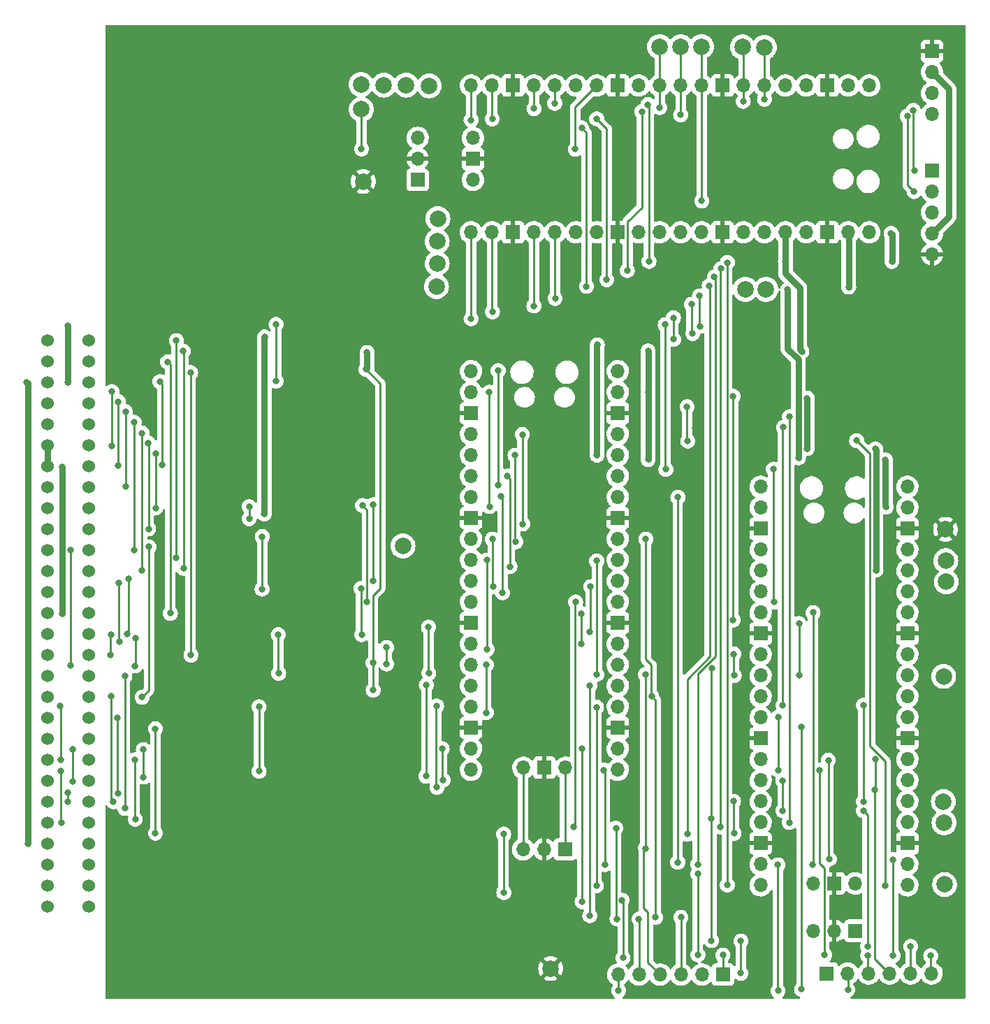
<source format=gbl>
G04 #@! TF.GenerationSoftware,KiCad,Pcbnew,6.0.11-2627ca5db0~126~ubuntu22.04.1*
G04 #@! TF.CreationDate,2023-04-18T11:11:01+01:00*
G04 #@! TF.ProjectId,srom,73726f6d-2e6b-4696-9361-645f70636258,v1.1 to v1.2 WIP*
G04 #@! TF.SameCoordinates,Original*
G04 #@! TF.FileFunction,Copper,L2,Bot*
G04 #@! TF.FilePolarity,Positive*
%FSLAX46Y46*%
G04 Gerber Fmt 4.6, Leading zero omitted, Abs format (unit mm)*
G04 Created by KiCad (PCBNEW 6.0.11-2627ca5db0~126~ubuntu22.04.1) date 2023-04-18 11:11:01*
%MOMM*%
%LPD*%
G01*
G04 APERTURE LIST*
G04 #@! TA.AperFunction,ComponentPad*
%ADD10C,2.000000*%
G04 #@! TD*
G04 #@! TA.AperFunction,ComponentPad*
%ADD11R,1.700000X1.700000*%
G04 #@! TD*
G04 #@! TA.AperFunction,ComponentPad*
%ADD12O,1.700000X1.700000*%
G04 #@! TD*
G04 #@! TA.AperFunction,ComponentPad*
%ADD13C,1.524000*%
G04 #@! TD*
G04 #@! TA.AperFunction,ViaPad*
%ADD14C,0.800000*%
G04 #@! TD*
G04 #@! TA.AperFunction,Conductor*
%ADD15C,0.750000*%
G04 #@! TD*
G04 #@! TA.AperFunction,Conductor*
%ADD16C,0.250000*%
G04 #@! TD*
G04 APERTURE END LIST*
D10*
X159320000Y-124090000D03*
X158970000Y-150690000D03*
X97700000Y-80070000D03*
X88420000Y-66850000D03*
D11*
X95250000Y-75380000D03*
D12*
X95250000Y-72840000D03*
X95250000Y-70300000D03*
D10*
X96640000Y-64000000D03*
X137270000Y-59340000D03*
D12*
X149985000Y-63960000D03*
X147445000Y-63960000D03*
D11*
X144905000Y-63960000D03*
D12*
X142365000Y-63960000D03*
X139825000Y-63960000D03*
X137285000Y-63960000D03*
X134745000Y-63960000D03*
D11*
X132205000Y-63960000D03*
D12*
X129665000Y-63960000D03*
X127125000Y-63960000D03*
X124585000Y-63960000D03*
X122045000Y-63960000D03*
D11*
X119505000Y-63960000D03*
D12*
X116965000Y-63960000D03*
X114425000Y-63960000D03*
X111885000Y-63960000D03*
X109345000Y-63960000D03*
D11*
X106805000Y-63960000D03*
D12*
X104265000Y-63960000D03*
X101725000Y-63960000D03*
X101725000Y-81740000D03*
X104265000Y-81740000D03*
D11*
X106805000Y-81740000D03*
D12*
X109345000Y-81740000D03*
X111885000Y-81740000D03*
X114425000Y-81740000D03*
X116965000Y-81740000D03*
D11*
X119505000Y-81740000D03*
D12*
X122045000Y-81740000D03*
X124585000Y-81740000D03*
X127125000Y-81740000D03*
X129665000Y-81740000D03*
D11*
X132205000Y-81740000D03*
D12*
X134745000Y-81740000D03*
X137285000Y-81740000D03*
X139825000Y-81740000D03*
X142365000Y-81740000D03*
D11*
X144905000Y-81740000D03*
D12*
X147445000Y-81740000D03*
X149985000Y-81740000D03*
X101955000Y-70310000D03*
D11*
X101955000Y-72850000D03*
D12*
X101955000Y-75390000D03*
D10*
X134610000Y-59280000D03*
D11*
X132250000Y-171650000D03*
D12*
X129710000Y-171650000D03*
X127170000Y-171650000D03*
X124630000Y-171650000D03*
X122090000Y-171650000D03*
X119550000Y-171650000D03*
D11*
X144830000Y-171510000D03*
D12*
X147370000Y-171510000D03*
X149910000Y-171510000D03*
X152450000Y-171510000D03*
X154990000Y-171510000D03*
X157530000Y-171510000D03*
D10*
X137460000Y-88650000D03*
X93480000Y-119730000D03*
X124570000Y-59270000D03*
X97540000Y-88310000D03*
X97630000Y-85510000D03*
X91150000Y-63910000D03*
X111380000Y-170920000D03*
D11*
X157590000Y-74260000D03*
D12*
X157590000Y-76800000D03*
X157590000Y-79340000D03*
X157590000Y-81880000D03*
X157590000Y-84420000D03*
D10*
X93840000Y-63910000D03*
D12*
X136820000Y-112575000D03*
X136820000Y-115115000D03*
D11*
X136820000Y-117655000D03*
D12*
X136820000Y-120195000D03*
X136820000Y-122735000D03*
X136820000Y-125275000D03*
X136820000Y-127815000D03*
D11*
X136820000Y-130355000D03*
D12*
X136820000Y-132895000D03*
X136820000Y-135435000D03*
X136820000Y-137975000D03*
X136820000Y-140515000D03*
D11*
X136820000Y-143055000D03*
D12*
X136820000Y-145595000D03*
X136820000Y-148135000D03*
X136820000Y-150675000D03*
X136820000Y-153215000D03*
D11*
X136820000Y-155755000D03*
D12*
X136820000Y-158295000D03*
X136820000Y-160835000D03*
X154600000Y-160835000D03*
X154600000Y-158295000D03*
D11*
X154600000Y-155755000D03*
D12*
X154600000Y-153215000D03*
X154600000Y-150675000D03*
X154600000Y-148135000D03*
X154600000Y-145595000D03*
D11*
X154600000Y-143055000D03*
D12*
X154600000Y-140515000D03*
X154600000Y-137975000D03*
X154600000Y-135435000D03*
X154600000Y-132895000D03*
D11*
X154600000Y-130355000D03*
D12*
X154600000Y-127815000D03*
X154600000Y-125275000D03*
X154600000Y-122735000D03*
X154600000Y-120195000D03*
D11*
X154600000Y-117655000D03*
D12*
X154600000Y-115115000D03*
X154600000Y-112575000D03*
X143170000Y-160605000D03*
D11*
X145710000Y-160605000D03*
D12*
X148250000Y-160605000D03*
D10*
X97630000Y-82820000D03*
X159260000Y-121520000D03*
X88660000Y-75580000D03*
X88400000Y-63840000D03*
D11*
X157590000Y-59800000D03*
D12*
X157590000Y-62340000D03*
X157590000Y-64880000D03*
X157590000Y-67420000D03*
D10*
X129650000Y-59250000D03*
D11*
X113115000Y-156480000D03*
D12*
X110575000Y-156480000D03*
X108035000Y-156480000D03*
D10*
X159110000Y-160750000D03*
X158990000Y-135530000D03*
D11*
X148290000Y-166340000D03*
D12*
X145750000Y-166340000D03*
X143210000Y-166340000D03*
D10*
X159040000Y-153260000D03*
X134970000Y-88650000D03*
D13*
X50390000Y-105000000D03*
X55390000Y-105000000D03*
X55390000Y-94840000D03*
X55390000Y-97380000D03*
X55390000Y-99920000D03*
X55390000Y-102460000D03*
X55390000Y-107540000D03*
X55390000Y-110080000D03*
X55390000Y-112620000D03*
X55390000Y-115160000D03*
X55390000Y-117700000D03*
X55390000Y-120240000D03*
X55390000Y-122780000D03*
X55390000Y-125320000D03*
X55390000Y-127860000D03*
X55390000Y-130400000D03*
X55390000Y-132940000D03*
X55390000Y-135480000D03*
X55390000Y-138020000D03*
X55390000Y-140560000D03*
X55390000Y-143100000D03*
X55390000Y-145640000D03*
X55390000Y-148180000D03*
X55390000Y-150720000D03*
X55390000Y-153260000D03*
X55390000Y-155800000D03*
X55390000Y-158340000D03*
X55390000Y-160880000D03*
X55390000Y-163420000D03*
X50390000Y-94840000D03*
X50390000Y-97380000D03*
X50390000Y-99920000D03*
X50390000Y-102460000D03*
X50390000Y-107540000D03*
X50390000Y-110080000D03*
X50390000Y-112620000D03*
X50390000Y-115160000D03*
X50390000Y-117700000D03*
X50390000Y-120240000D03*
X50390000Y-122780000D03*
X50390000Y-125320000D03*
X50390000Y-127860000D03*
X50390000Y-130400000D03*
X50390000Y-132940000D03*
X50390000Y-135480000D03*
X50390000Y-138020000D03*
X50390000Y-140560000D03*
X50390000Y-143100000D03*
X50390000Y-145640000D03*
X50390000Y-148180000D03*
X50390000Y-150720000D03*
X50390000Y-153260000D03*
X50390000Y-155800000D03*
X50390000Y-158340000D03*
X50390000Y-160880000D03*
X50390000Y-163420000D03*
D10*
X159230000Y-117730000D03*
D12*
X101730000Y-98570000D03*
X101730000Y-101110000D03*
D11*
X101730000Y-103650000D03*
D12*
X101730000Y-106190000D03*
X101730000Y-108730000D03*
X101730000Y-111270000D03*
X101730000Y-113810000D03*
D11*
X101730000Y-116350000D03*
D12*
X101730000Y-118890000D03*
X101730000Y-121430000D03*
X101730000Y-123970000D03*
X101730000Y-126510000D03*
D11*
X101730000Y-129050000D03*
D12*
X101730000Y-131590000D03*
X101730000Y-134130000D03*
X101730000Y-136670000D03*
X101730000Y-139210000D03*
D11*
X101730000Y-141750000D03*
D12*
X101730000Y-144290000D03*
X101730000Y-146830000D03*
X119510000Y-146830000D03*
X119510000Y-144290000D03*
D11*
X119510000Y-141750000D03*
D12*
X119510000Y-139210000D03*
X119510000Y-136670000D03*
X119510000Y-134130000D03*
X119510000Y-131590000D03*
D11*
X119510000Y-129050000D03*
D12*
X119510000Y-126510000D03*
X119510000Y-123970000D03*
X119510000Y-121430000D03*
X119510000Y-118890000D03*
D11*
X119510000Y-116350000D03*
D12*
X119510000Y-113810000D03*
X119510000Y-111270000D03*
X119510000Y-108730000D03*
X119510000Y-106190000D03*
D11*
X119510000Y-103650000D03*
D12*
X119510000Y-101110000D03*
X119510000Y-98570000D03*
X108080000Y-146600000D03*
D11*
X110620000Y-146600000D03*
D12*
X113160000Y-146600000D03*
D10*
X127140000Y-59270000D03*
D14*
X87660000Y-117910000D03*
X146480000Y-90550000D03*
X87170000Y-126250000D03*
X157620000Y-88150000D03*
X89020000Y-99840000D03*
X146190000Y-105150000D03*
X138220000Y-91470000D03*
X93250000Y-139060000D03*
X128860000Y-105420000D03*
X52170000Y-110180000D03*
X121260000Y-159300000D03*
X80160000Y-112130000D03*
X128880000Y-98070000D03*
X78470000Y-145270000D03*
X85060000Y-135170000D03*
X144910000Y-79980000D03*
X83140000Y-96290000D03*
X115390000Y-103720000D03*
X52190000Y-127940000D03*
X78450000Y-126230000D03*
X155260000Y-105750000D03*
X143310000Y-100640000D03*
X76670000Y-115850000D03*
X47900000Y-99900000D03*
X52840000Y-93050000D03*
X47990000Y-155820000D03*
X76710000Y-94420000D03*
X52860000Y-99890000D03*
X147490000Y-88380000D03*
X123180000Y-109270000D03*
X141410000Y-109050000D03*
X152040000Y-115010000D03*
X140090000Y-88690000D03*
X151950000Y-109330000D03*
X123180000Y-96120000D03*
X123180000Y-101080000D03*
X76420000Y-118600000D03*
X76400000Y-124960000D03*
X89840000Y-114750000D03*
X89849000Y-123980000D03*
X88567701Y-114822299D03*
X74840000Y-114970000D03*
X89124500Y-126500000D03*
X74840000Y-116430000D03*
X53190000Y-134240000D03*
X53164500Y-120250000D03*
X61010000Y-134260000D03*
X61070000Y-130890000D03*
X141770000Y-141660000D03*
X147390000Y-173490000D03*
X59100000Y-131360000D03*
X103570000Y-134110000D03*
X141780000Y-173440000D03*
X103570000Y-139930000D03*
X91490000Y-132030000D03*
X91490000Y-134020000D03*
X59070000Y-124200000D03*
X96310000Y-136560000D03*
X51980000Y-146990000D03*
X52060000Y-153300000D03*
X96260000Y-147610000D03*
X97550000Y-139110000D03*
X52890000Y-149590000D03*
X97590000Y-148965500D03*
X52860000Y-150720000D03*
X98340000Y-148090000D03*
X62020000Y-144400000D03*
X98220000Y-144290000D03*
X62040000Y-147720000D03*
X53430000Y-144410000D03*
X53420000Y-148260000D03*
X76040000Y-147020000D03*
X51950000Y-139110000D03*
X76030000Y-139210000D03*
X51970000Y-145640000D03*
X117760000Y-146870000D03*
X117940000Y-158330000D03*
X115190000Y-162830000D03*
X115160000Y-144310000D03*
X116930000Y-139260000D03*
X116920000Y-160890000D03*
X116113000Y-164507000D03*
X116110000Y-136650000D03*
X67780000Y-132950000D03*
X67750000Y-98730000D03*
X65280000Y-127900000D03*
X64960000Y-97430000D03*
X115110000Y-131570000D03*
X115080000Y-127930000D03*
X58200000Y-101020000D03*
X58160000Y-107630000D03*
X58960000Y-102260000D03*
X58960000Y-109980000D03*
X59850000Y-112560000D03*
X59850000Y-103460000D03*
X60910000Y-104750000D03*
X60910000Y-120280000D03*
X61850000Y-106070000D03*
X61850000Y-122680000D03*
X62650000Y-117660000D03*
X62610000Y-107270000D03*
X63500000Y-115130000D03*
X63500000Y-108560000D03*
X64030000Y-99820000D03*
X64300000Y-109880000D03*
X103673900Y-132269190D03*
X103630000Y-121460000D03*
X133570498Y-132830000D03*
X133610000Y-135430000D03*
X104310000Y-118920000D03*
X116225500Y-124680000D03*
X104400000Y-124680000D03*
X116110000Y-130130000D03*
X105360000Y-113710000D03*
X105540000Y-125404500D03*
X106140000Y-111280000D03*
X106440000Y-122230000D03*
X107164500Y-119220000D03*
X107050000Y-108750000D03*
X107940000Y-106230000D03*
X107980000Y-117070000D03*
X103920000Y-101110000D03*
X103980000Y-114960000D03*
X105010000Y-98490000D03*
X105000000Y-112400000D03*
X78360000Y-130480500D03*
X88460000Y-130480500D03*
X88400000Y-124880000D03*
X78410000Y-135160000D03*
X66830000Y-96130000D03*
X66880000Y-122420000D03*
X66020000Y-121130000D03*
X66010000Y-94860000D03*
X114190000Y-153760000D03*
X114400000Y-126510000D03*
X119280000Y-153920000D03*
X119410000Y-164900000D03*
X122060000Y-164940000D03*
X143175000Y-127815000D03*
X78100000Y-92890000D03*
X138910000Y-158360000D03*
X78100000Y-99760000D03*
X119600000Y-173580000D03*
X138360000Y-110420000D03*
X138480000Y-126510000D03*
X143150000Y-158360000D03*
X125260000Y-92930000D03*
X125340000Y-110450000D03*
X138930000Y-173610000D03*
X61860000Y-138060000D03*
X150680000Y-149300000D03*
X58390000Y-150700000D03*
X150690000Y-145580000D03*
X58080000Y-137960000D03*
X62680000Y-119850000D03*
X124590000Y-66630000D03*
X155320000Y-66970000D03*
X155470000Y-74260000D03*
X58080000Y-130460000D03*
X58060000Y-132980000D03*
X60010000Y-130430000D03*
X60190000Y-123680000D03*
X63470000Y-141880000D03*
X120004500Y-162640000D03*
X105680000Y-154630000D03*
X120135000Y-169625000D03*
X105700000Y-161710000D03*
X63480000Y-154520000D03*
X126790000Y-113840000D03*
X126770000Y-158060000D03*
X129220000Y-169260000D03*
X129220000Y-159450000D03*
X132250000Y-169290000D03*
X154595500Y-67679682D03*
X127120000Y-67514500D03*
X155410000Y-76800000D03*
X129680000Y-77940000D03*
X137290000Y-65610000D03*
X134710000Y-65870000D03*
X122870000Y-156370000D03*
X116950000Y-121550000D03*
X122845000Y-135305000D03*
X96570000Y-129570000D03*
X96600000Y-135140000D03*
X116950000Y-135300000D03*
X127150000Y-164730000D03*
X122900000Y-118910000D03*
X124090000Y-164710000D03*
X123594500Y-137910000D03*
X154990000Y-168240000D03*
X59760000Y-151510000D03*
X149260000Y-151780000D03*
X149770000Y-168220000D03*
X59770000Y-135500000D03*
X139510000Y-151790000D03*
X139510000Y-148190000D03*
X138940000Y-140490000D03*
X149810000Y-169320000D03*
X144570000Y-169280000D03*
X143970000Y-146880000D03*
X138940000Y-146870000D03*
X58900000Y-140530000D03*
X58940000Y-149690000D03*
X133525998Y-150674002D03*
X101730000Y-68130000D03*
X115710000Y-88290000D03*
X130585500Y-88204500D03*
X115130000Y-69090000D03*
X133600000Y-154540000D03*
X127920000Y-154640000D03*
X132015500Y-86147618D03*
X122440000Y-67110000D03*
X120660000Y-86370000D03*
X131950000Y-153750000D03*
X109350000Y-66760000D03*
X129190000Y-158310000D03*
X104290000Y-68000000D03*
X131205500Y-87144500D03*
X116950000Y-67990000D03*
X118170000Y-87480000D03*
X111870000Y-66120000D03*
X132780000Y-160800000D03*
X123290000Y-85260000D03*
X123150000Y-66270000D03*
X132780000Y-85400000D03*
X127980000Y-107030000D03*
X127910000Y-102870000D03*
X148450000Y-106970000D03*
X151920000Y-160850000D03*
X140310000Y-104080000D03*
X140310000Y-153230000D03*
X139510000Y-139040000D03*
X149260000Y-139040000D03*
X149270000Y-150700000D03*
X139585500Y-105360000D03*
X133464500Y-101590000D03*
X141470000Y-129140000D03*
X133490000Y-128700000D03*
X141490000Y-135420000D03*
X60960000Y-145650000D03*
X130910000Y-134540000D03*
X130870000Y-167530000D03*
X134430000Y-167590000D03*
X130860000Y-152770000D03*
X134430000Y-171500000D03*
X61040000Y-152830000D03*
X89855000Y-133875000D03*
X116980000Y-108730000D03*
X89130000Y-96300000D03*
X89860000Y-137190000D03*
X117020000Y-95380000D03*
X89010000Y-98340000D03*
X150740000Y-107980000D03*
X142470000Y-107940000D03*
X142460048Y-101839952D03*
X150790000Y-122660000D03*
X141810000Y-96170000D03*
X152620000Y-81880000D03*
X152720000Y-85270000D03*
X139825000Y-85275000D03*
X126250000Y-92100000D03*
X126280000Y-94700000D03*
X101730000Y-92205500D03*
X104320000Y-91375500D03*
X128580000Y-94000000D03*
X109340000Y-90651000D03*
X128420000Y-90470000D03*
X111910000Y-89745500D03*
X129470000Y-93124500D03*
X129400000Y-89450000D03*
X145140000Y-157654500D03*
X152850000Y-157730000D03*
X152880000Y-169330000D03*
X157430000Y-169360000D03*
X145020000Y-145690000D03*
X88450000Y-71630000D03*
X114360000Y-71660000D03*
D15*
X50390000Y-110080000D02*
X50390000Y-107540000D01*
X52190000Y-110200000D02*
X52170000Y-110180000D01*
X52190000Y-127940000D02*
X52190000Y-110200000D01*
X76710000Y-94420000D02*
X76680000Y-94450000D01*
X52860000Y-93070000D02*
X52860000Y-99890000D01*
X47990000Y-99990000D02*
X47990000Y-155820000D01*
X76680000Y-94450000D02*
X76680000Y-115840000D01*
X76680000Y-115840000D02*
X76670000Y-115850000D01*
X47900000Y-99900000D02*
X47990000Y-99990000D01*
X52840000Y-93050000D02*
X52860000Y-93070000D01*
X151950000Y-114920000D02*
X152040000Y-115010000D01*
X147490000Y-88380000D02*
X147490000Y-81785000D01*
X151950000Y-109330000D02*
X151950000Y-114920000D01*
X141410000Y-109050000D02*
X141410000Y-97145000D01*
X123180000Y-101080000D02*
X123180000Y-109270000D01*
X141410000Y-97145000D02*
X141406141Y-97145000D01*
X140090000Y-95828859D02*
X140090000Y-88690000D01*
X123180000Y-101080000D02*
X123180000Y-96120000D01*
X141406141Y-97145000D02*
X140090000Y-95828859D01*
D16*
X113115000Y-146645000D02*
X113115000Y-156480000D01*
X108035000Y-146645000D02*
X108035000Y-156480000D01*
X76420000Y-124940000D02*
X76400000Y-124960000D01*
X76420000Y-118600000D02*
X76420000Y-124940000D01*
X89840000Y-114750000D02*
X89840000Y-123971000D01*
X89840000Y-123971000D02*
X89849000Y-123980000D01*
X88567701Y-114822299D02*
X89124500Y-115379098D01*
X74840000Y-116430000D02*
X74840000Y-114970000D01*
X89124500Y-115379098D02*
X89124500Y-126500000D01*
X53190000Y-120275500D02*
X53190000Y-134240000D01*
X61070000Y-134200000D02*
X61070000Y-130890000D01*
X61010000Y-134260000D02*
X61070000Y-134200000D01*
X53164500Y-120250000D02*
X53190000Y-120275500D01*
X141770000Y-173430000D02*
X141780000Y-173440000D01*
X59070000Y-124200000D02*
X59070000Y-131330000D01*
X103570000Y-134110000D02*
X103570000Y-139930000D01*
X141770000Y-141660000D02*
X141770000Y-173430000D01*
X59070000Y-131330000D02*
X59100000Y-131360000D01*
X147390000Y-173490000D02*
X147390000Y-171530000D01*
X91490000Y-132030000D02*
X91490000Y-134020000D01*
X51980000Y-153220000D02*
X51980000Y-146990000D01*
X96260000Y-147610000D02*
X96310000Y-147560000D01*
X96310000Y-147560000D02*
X96310000Y-136560000D01*
X52060000Y-153300000D02*
X51980000Y-153220000D01*
X52860000Y-150720000D02*
X52860000Y-149620000D01*
X97490000Y-148865500D02*
X97490000Y-139170000D01*
X52860000Y-149620000D02*
X52890000Y-149590000D01*
X97490000Y-139170000D02*
X97550000Y-139110000D01*
X97590000Y-148965500D02*
X97490000Y-148865500D01*
X62020000Y-144400000D02*
X62040000Y-144420000D01*
X62040000Y-144420000D02*
X62040000Y-147720000D01*
X53420000Y-148260000D02*
X53420000Y-144420000D01*
X98340000Y-148090000D02*
X98220000Y-147970000D01*
X53420000Y-144420000D02*
X53430000Y-144410000D01*
X98220000Y-147970000D02*
X98220000Y-144290000D01*
X51970000Y-139130000D02*
X51950000Y-139110000D01*
X76040000Y-139220000D02*
X76040000Y-147020000D01*
X76030000Y-139210000D02*
X76040000Y-139220000D01*
X51970000Y-145640000D02*
X51970000Y-139130000D01*
X117940000Y-158330000D02*
X117940000Y-147050000D01*
X117940000Y-147050000D02*
X117760000Y-146870000D01*
X115190000Y-144340000D02*
X115160000Y-144310000D01*
X115190000Y-162830000D02*
X115190000Y-144340000D01*
X116920000Y-139270000D02*
X116930000Y-139260000D01*
X116920000Y-160890000D02*
X116920000Y-139270000D01*
X116113000Y-164507000D02*
X116113000Y-136653000D01*
X116113000Y-136653000D02*
X116110000Y-136650000D01*
X67750000Y-132920000D02*
X67750000Y-98730000D01*
X67780000Y-132950000D02*
X67750000Y-132920000D01*
X65280000Y-127900000D02*
X65270000Y-127890000D01*
X65270000Y-127890000D02*
X65270000Y-97740000D01*
X115080000Y-127930000D02*
X115080000Y-131540000D01*
X115080000Y-131540000D02*
X115110000Y-131570000D01*
X65270000Y-97740000D02*
X64960000Y-97430000D01*
X58160000Y-101060000D02*
X58200000Y-101020000D01*
X58160000Y-107630000D02*
X58160000Y-101060000D01*
X58960000Y-109980000D02*
X58960000Y-102260000D01*
X59850000Y-112560000D02*
X59850000Y-103460000D01*
X60910000Y-120280000D02*
X60910000Y-104750000D01*
X61850000Y-122680000D02*
X61850000Y-106070000D01*
X62650000Y-117660000D02*
X62650000Y-107310000D01*
X62650000Y-107310000D02*
X62610000Y-107270000D01*
X63500000Y-115130000D02*
X63500000Y-108560000D01*
X64300000Y-100090000D02*
X64300000Y-109880000D01*
X64030000Y-99820000D02*
X64300000Y-100090000D01*
X103630000Y-121460000D02*
X103630000Y-132225290D01*
X133570498Y-135390498D02*
X133610000Y-135430000D01*
X133570498Y-132830000D02*
X133570498Y-135390498D01*
X103630000Y-132225290D02*
X103673900Y-132269190D01*
X104355000Y-124635000D02*
X104400000Y-124680000D01*
X116225500Y-130014500D02*
X116110000Y-130130000D01*
X104310000Y-118920000D02*
X104355000Y-118965000D01*
X116225500Y-124680000D02*
X116225500Y-130014500D01*
X104355000Y-118965000D02*
X104355000Y-124635000D01*
X105360000Y-113710000D02*
X105540000Y-113890000D01*
X105540000Y-113890000D02*
X105540000Y-125404500D01*
X106440000Y-111580000D02*
X106440000Y-122230000D01*
X106140000Y-111280000D02*
X106440000Y-111580000D01*
X107050000Y-108750000D02*
X107050000Y-119105500D01*
X107050000Y-119105500D02*
X107164500Y-119220000D01*
X107940000Y-106230000D02*
X107940000Y-117030000D01*
X107940000Y-117030000D02*
X107980000Y-117070000D01*
X103920000Y-114900000D02*
X103980000Y-114960000D01*
X103920000Y-101110000D02*
X103920000Y-114900000D01*
X105010000Y-112390000D02*
X105000000Y-112400000D01*
X105010000Y-98490000D02*
X105010000Y-112390000D01*
X78360000Y-135110000D02*
X78410000Y-135160000D01*
X88400000Y-130420500D02*
X88460000Y-130480500D01*
X88400000Y-124880000D02*
X88400000Y-130420500D01*
X78360000Y-130480500D02*
X78360000Y-135110000D01*
X66880000Y-96180000D02*
X66880000Y-122420000D01*
X66830000Y-96130000D02*
X66880000Y-96180000D01*
X66010000Y-94860000D02*
X66010000Y-121120000D01*
X66010000Y-121120000D02*
X66020000Y-121130000D01*
X119280000Y-164770000D02*
X119410000Y-164900000D01*
X122090000Y-164970000D02*
X122090000Y-171650000D01*
X122060000Y-164940000D02*
X122090000Y-164970000D01*
X114335000Y-126575000D02*
X114400000Y-126510000D01*
X114190000Y-153760000D02*
X114335000Y-153615000D01*
X119280000Y-153920000D02*
X119280000Y-164770000D01*
X114335000Y-153615000D02*
X114335000Y-126575000D01*
X143175000Y-158335000D02*
X143150000Y-158360000D01*
X143175000Y-127815000D02*
X143175000Y-158335000D01*
X119600000Y-173580000D02*
X119600000Y-171700000D01*
X138910000Y-173590000D02*
X138930000Y-173610000D01*
X125260000Y-110370000D02*
X125340000Y-110450000D01*
X78100000Y-92890000D02*
X78100000Y-99760000D01*
X138360000Y-126390000D02*
X138480000Y-126510000D01*
X138360000Y-110420000D02*
X138360000Y-126390000D01*
X125260000Y-92930000D02*
X125260000Y-110370000D01*
X138910000Y-158360000D02*
X138910000Y-173590000D01*
X150680000Y-149300000D02*
X150680000Y-169740000D01*
X150690000Y-145580000D02*
X150690000Y-149290000D01*
X150690000Y-149290000D02*
X150680000Y-149300000D01*
X62680000Y-137240000D02*
X62680000Y-119850000D01*
X58080000Y-150390000D02*
X58390000Y-150700000D01*
X58080000Y-137960000D02*
X58080000Y-150390000D01*
X61860000Y-138060000D02*
X62680000Y-137240000D01*
X150680000Y-169740000D02*
X152450000Y-171510000D01*
X155320000Y-74110000D02*
X155320000Y-66970000D01*
X124585000Y-63960000D02*
X124585000Y-66625000D01*
X155470000Y-74260000D02*
X155320000Y-74110000D01*
X124585000Y-59285000D02*
X124570000Y-59270000D01*
X124585000Y-66625000D02*
X124590000Y-66630000D01*
X124585000Y-63960000D02*
X124585000Y-59285000D01*
X60190000Y-130250000D02*
X60190000Y-123680000D01*
X58060000Y-132980000D02*
X58060000Y-130480000D01*
X60010000Y-130430000D02*
X60190000Y-130250000D01*
X58060000Y-130480000D02*
X58080000Y-130460000D01*
X120004500Y-162640000D02*
X120135000Y-162770500D01*
X105680000Y-161690000D02*
X105700000Y-161710000D01*
X120135000Y-162770500D02*
X120135000Y-169625000D01*
X63470000Y-141880000D02*
X63470000Y-154510000D01*
X105680000Y-154630000D02*
X105680000Y-161690000D01*
X63470000Y-154510000D02*
X63480000Y-154520000D01*
X126770000Y-113860000D02*
X126790000Y-113840000D01*
X132250000Y-169290000D02*
X132250000Y-171650000D01*
X129220000Y-159450000D02*
X129220000Y-169260000D01*
X126770000Y-158060000D02*
X126770000Y-113860000D01*
X127125000Y-63960000D02*
X127125000Y-59285000D01*
X154650000Y-67734182D02*
X154595500Y-67679682D01*
X127125000Y-59285000D02*
X127140000Y-59270000D01*
X155410000Y-76800000D02*
X154650000Y-76040000D01*
X127125000Y-67509500D02*
X127125000Y-63960000D01*
X154650000Y-76040000D02*
X154650000Y-67734182D01*
X127120000Y-67514500D02*
X127125000Y-67509500D01*
X129665000Y-63960000D02*
X129665000Y-59265000D01*
X129665000Y-77925000D02*
X129680000Y-77940000D01*
X129665000Y-63960000D02*
X129665000Y-77925000D01*
X129665000Y-59265000D02*
X129650000Y-59250000D01*
X137285000Y-63960000D02*
X137285000Y-59355000D01*
X137285000Y-63960000D02*
X137285000Y-65605000D01*
X137285000Y-65605000D02*
X137290000Y-65610000D01*
X137285000Y-59355000D02*
X137270000Y-59340000D01*
X134710000Y-65870000D02*
X134745000Y-65835000D01*
X134745000Y-59415000D02*
X134610000Y-59280000D01*
X134745000Y-65835000D02*
X134745000Y-63960000D01*
X134745000Y-63960000D02*
X134745000Y-59415000D01*
X122630000Y-156610000D02*
X122630000Y-163600000D01*
X96570000Y-135110000D02*
X96600000Y-135140000D01*
X96570000Y-129570000D02*
X96570000Y-135110000D01*
X123130000Y-164100000D02*
X123130000Y-170150000D01*
X116950000Y-135300000D02*
X116950000Y-121550000D01*
X122630000Y-163600000D02*
X123130000Y-164100000D01*
X122845000Y-135305000D02*
X122870000Y-135330000D01*
X123130000Y-170150000D02*
X124630000Y-171650000D01*
X122870000Y-135330000D02*
X122870000Y-156370000D01*
X122870000Y-156370000D02*
X122630000Y-156610000D01*
X127170000Y-164750000D02*
X127170000Y-171650000D01*
X123570000Y-137885500D02*
X123570000Y-134140000D01*
X127150000Y-164730000D02*
X127170000Y-164750000D01*
X123570000Y-134140000D02*
X122900000Y-133470000D01*
X124095000Y-164705000D02*
X124090000Y-164710000D01*
X122900000Y-133470000D02*
X122900000Y-118910000D01*
X123594500Y-137910000D02*
X124095000Y-138410500D01*
X124095000Y-138410500D02*
X124095000Y-164705000D01*
X123594500Y-137910000D02*
X123570000Y-137885500D01*
X139510000Y-151790000D02*
X139510000Y-148190000D01*
X149770000Y-152290000D02*
X149770000Y-168220000D01*
X59770000Y-151500000D02*
X59760000Y-151510000D01*
X149260000Y-151780000D02*
X149770000Y-152290000D01*
X154990000Y-168240000D02*
X154990000Y-171510000D01*
X59770000Y-135500000D02*
X59770000Y-151500000D01*
X58900000Y-140530000D02*
X58900000Y-149650000D01*
X138940000Y-146870000D02*
X138940000Y-140490000D01*
X149810000Y-169320000D02*
X149810000Y-171410000D01*
X143970000Y-158159897D02*
X144535000Y-158724897D01*
X144535000Y-158724897D02*
X144535000Y-169245000D01*
X144535000Y-169245000D02*
X144570000Y-169280000D01*
X58900000Y-149650000D02*
X58940000Y-149690000D01*
X143970000Y-146880000D02*
X143970000Y-158159897D01*
X115130000Y-69090000D02*
X115710000Y-69670000D01*
X130640000Y-88259000D02*
X130640000Y-133148299D01*
X130640000Y-133148299D02*
X127920000Y-135868299D01*
X101725000Y-63960000D02*
X101725000Y-68125000D01*
X101725000Y-68125000D02*
X101730000Y-68130000D01*
X133600000Y-154540000D02*
X133550000Y-154490000D01*
X133550000Y-150698004D02*
X133525998Y-150674002D01*
X130585500Y-88204500D02*
X130640000Y-88259000D01*
X133550000Y-154490000D02*
X133550000Y-150698004D01*
X127920000Y-135868299D02*
X127920000Y-154640000D01*
X115710000Y-69670000D02*
X115710000Y-88290000D01*
X132015500Y-86147618D02*
X131930000Y-86233118D01*
X120680000Y-86350000D02*
X120660000Y-86370000D01*
X131930000Y-153730000D02*
X131950000Y-153750000D01*
X122440000Y-67110000D02*
X122440000Y-78720000D01*
X120680000Y-80480000D02*
X120680000Y-86350000D01*
X109345000Y-66755000D02*
X109350000Y-66760000D01*
X131930000Y-86233118D02*
X131930000Y-153730000D01*
X122440000Y-78720000D02*
X120680000Y-80480000D01*
X109345000Y-63960000D02*
X109345000Y-66755000D01*
X104260000Y-63965000D02*
X104260000Y-67970000D01*
X131310000Y-133114695D02*
X129190000Y-135234695D01*
X118170000Y-69210000D02*
X118170000Y-87480000D01*
X116950000Y-67990000D02*
X118170000Y-69210000D01*
X131205500Y-87144500D02*
X131310000Y-87249000D01*
X131310000Y-87249000D02*
X131310000Y-133114695D01*
X104260000Y-67970000D02*
X104290000Y-68000000D01*
X129190000Y-135234695D02*
X129190000Y-158310000D01*
X111885000Y-63960000D02*
X111885000Y-66105000D01*
X111885000Y-66105000D02*
X111870000Y-66120000D01*
X132740000Y-85440000D02*
X132740000Y-160760000D01*
X132780000Y-85400000D02*
X132740000Y-85440000D01*
X132740000Y-160760000D02*
X132780000Y-160800000D01*
X123290000Y-66410000D02*
X123290000Y-85260000D01*
X123150000Y-66270000D02*
X123290000Y-66410000D01*
X127910000Y-106960000D02*
X127980000Y-107030000D01*
X150065000Y-143929695D02*
X151920000Y-145784695D01*
X127910000Y-102870000D02*
X127910000Y-106960000D01*
X148450000Y-106970000D02*
X150065000Y-108585000D01*
X150065000Y-108585000D02*
X150065000Y-143929695D01*
X151920000Y-145784695D02*
X151920000Y-160850000D01*
X140310000Y-104080000D02*
X140310000Y-153230000D01*
X149260000Y-150690000D02*
X149270000Y-150700000D01*
X149260000Y-139040000D02*
X149260000Y-150690000D01*
X139510000Y-105435500D02*
X139510000Y-139040000D01*
X139585500Y-105360000D02*
X139510000Y-105435500D01*
X141470000Y-135400000D02*
X141490000Y-135420000D01*
X133464500Y-128674500D02*
X133490000Y-128700000D01*
X133464500Y-101590000D02*
X133464500Y-128674500D01*
X141470000Y-129140000D02*
X141470000Y-135400000D01*
X130860000Y-152770000D02*
X130860000Y-134590000D01*
X130860000Y-152770000D02*
X130860000Y-167520000D01*
X60960000Y-152750000D02*
X61040000Y-152830000D01*
X130860000Y-167520000D02*
X130870000Y-167530000D01*
X130860000Y-134590000D02*
X130910000Y-134540000D01*
X134430000Y-167590000D02*
X134430000Y-171500000D01*
X60960000Y-145650000D02*
X60960000Y-152750000D01*
X90720000Y-124870000D02*
X90720000Y-100050000D01*
X89860000Y-137190000D02*
X89860000Y-133880000D01*
X90720000Y-100050000D02*
X89010000Y-98340000D01*
X89855000Y-125735000D02*
X90720000Y-124870000D01*
X89855000Y-133875000D02*
X89855000Y-125735000D01*
D15*
X116980000Y-108730000D02*
X116980000Y-95420000D01*
D16*
X89860000Y-133880000D02*
X89855000Y-133875000D01*
D15*
X89130000Y-96300000D02*
X89130000Y-98220000D01*
X116980000Y-95420000D02*
X117020000Y-95380000D01*
X89130000Y-98220000D02*
X89010000Y-98340000D01*
X150790000Y-108030000D02*
X150740000Y-107980000D01*
X142470000Y-101849904D02*
X142460048Y-101839952D01*
X142470000Y-107940000D02*
X142470000Y-101849904D01*
X150790000Y-122660000D02*
X150790000Y-108030000D01*
X141590000Y-95950000D02*
X141590000Y-88510000D01*
X141810000Y-96170000D02*
X141590000Y-95950000D01*
X141590000Y-88510000D02*
X139825000Y-86745000D01*
X159640000Y-79830000D02*
X159640000Y-64390000D01*
X159640000Y-64390000D02*
X157590000Y-62340000D01*
X152720000Y-81980000D02*
X152620000Y-81880000D01*
X139825000Y-86745000D02*
X139825000Y-85275000D01*
X139825000Y-81740000D02*
X139825000Y-85275000D01*
X157590000Y-81880000D02*
X159640000Y-79830000D01*
X152720000Y-85270000D02*
X152720000Y-81980000D01*
D16*
X126280000Y-94700000D02*
X126250000Y-94670000D01*
X101725000Y-81740000D02*
X101725000Y-92200500D01*
X126250000Y-94670000D02*
X126250000Y-92100000D01*
X101725000Y-92200500D02*
X101730000Y-92205500D01*
X104265000Y-81740000D02*
X104265000Y-91320500D01*
X104265000Y-91320500D02*
X104320000Y-91375500D01*
X109345000Y-81740000D02*
X109345000Y-90646000D01*
X128580000Y-94000000D02*
X128420000Y-93840000D01*
X109345000Y-90646000D02*
X109340000Y-90651000D01*
X128420000Y-93840000D02*
X128420000Y-90470000D01*
X129400000Y-93054500D02*
X129400000Y-89450000D01*
X129470000Y-93124500D02*
X129400000Y-93054500D01*
X111885000Y-81740000D02*
X111885000Y-89720500D01*
X111885000Y-89720500D02*
X111910000Y-89745500D01*
X145020000Y-157534500D02*
X145140000Y-157654500D01*
X152850000Y-169300000D02*
X152880000Y-169330000D01*
X157430000Y-169360000D02*
X157430000Y-171410000D01*
X145020000Y-145690000D02*
X145020000Y-157534500D01*
X157430000Y-171410000D02*
X157530000Y-171510000D01*
X152850000Y-157730000D02*
X152850000Y-169300000D01*
X114360000Y-71660000D02*
X114360000Y-66565000D01*
X88420000Y-71600000D02*
X88420000Y-66850000D01*
X114360000Y-66565000D02*
X116965000Y-63960000D01*
X88450000Y-71630000D02*
X88420000Y-71600000D01*
G04 #@! TA.AperFunction,Conductor*
G36*
X139123069Y-88801274D02*
G01*
X139178980Y-88845028D01*
X139194620Y-88880525D01*
X139196458Y-88879928D01*
X139200333Y-88891854D01*
X139206500Y-88930790D01*
X139206500Y-95749402D01*
X139204949Y-95769114D01*
X139202850Y-95782366D01*
X139203195Y-95788953D01*
X139203195Y-95788957D01*
X139206327Y-95848709D01*
X139206500Y-95855304D01*
X139206500Y-95875165D01*
X139206844Y-95878436D01*
X139208576Y-95894918D01*
X139209093Y-95901492D01*
X139210506Y-95928444D01*
X139212570Y-95967830D01*
X139216042Y-95980788D01*
X139219645Y-96000231D01*
X139221046Y-96013561D01*
X139241578Y-96076753D01*
X139243444Y-96083055D01*
X139260638Y-96147222D01*
X139263634Y-96153101D01*
X139263637Y-96153110D01*
X139266728Y-96159176D01*
X139274292Y-96177438D01*
X139276392Y-96183902D01*
X139276395Y-96183910D01*
X139278436Y-96190190D01*
X139281738Y-96195909D01*
X139281740Y-96195914D01*
X139311654Y-96247726D01*
X139314787Y-96253496D01*
X139344953Y-96312698D01*
X139349109Y-96317830D01*
X139353391Y-96323118D01*
X139364589Y-96339411D01*
X139371296Y-96351028D01*
X139375713Y-96355934D01*
X139375717Y-96355939D01*
X139415747Y-96400397D01*
X139420031Y-96405413D01*
X139430441Y-96418268D01*
X139432528Y-96420845D01*
X139446573Y-96434890D01*
X139451114Y-96439675D01*
X139490453Y-96483365D01*
X139495566Y-96489044D01*
X139506426Y-96496934D01*
X139521454Y-96509771D01*
X140489595Y-97477912D01*
X140523621Y-97540224D01*
X140526500Y-97567007D01*
X140526500Y-103045500D01*
X140506498Y-103113621D01*
X140452842Y-103160114D01*
X140400500Y-103171500D01*
X140214513Y-103171500D01*
X140208061Y-103172872D01*
X140208056Y-103172872D01*
X140121113Y-103191353D01*
X140027712Y-103211206D01*
X140021682Y-103213891D01*
X140021681Y-103213891D01*
X139859278Y-103286197D01*
X139859276Y-103286198D01*
X139853248Y-103288882D01*
X139698747Y-103401134D01*
X139570960Y-103543056D01*
X139475473Y-103708444D01*
X139416458Y-103890072D01*
X139396496Y-104080000D01*
X139397186Y-104086565D01*
X139411082Y-104218774D01*
X139416458Y-104269928D01*
X139418497Y-104276203D01*
X139433152Y-104321305D01*
X139435180Y-104392273D01*
X139398517Y-104453071D01*
X139339517Y-104483488D01*
X139309676Y-104489831D01*
X139309667Y-104489834D01*
X139303212Y-104491206D01*
X139297182Y-104493891D01*
X139297181Y-104493891D01*
X139134778Y-104566197D01*
X139134776Y-104566198D01*
X139128748Y-104568882D01*
X138974247Y-104681134D01*
X138969826Y-104686044D01*
X138969825Y-104686045D01*
X138905254Y-104757759D01*
X138846460Y-104823056D01*
X138843159Y-104828774D01*
X138771250Y-104953324D01*
X138750973Y-104988444D01*
X138691958Y-105170072D01*
X138691268Y-105176633D01*
X138691268Y-105176635D01*
X138680804Y-105276197D01*
X138671996Y-105360000D01*
X138672686Y-105366565D01*
X138690786Y-105538774D01*
X138691958Y-105549928D01*
X138750973Y-105731556D01*
X138754276Y-105737278D01*
X138754277Y-105737279D01*
X138827861Y-105864729D01*
X138846460Y-105896944D01*
X138850884Y-105901857D01*
X138852435Y-105903992D01*
X138876294Y-105970859D01*
X138876500Y-105978055D01*
X138876500Y-109461460D01*
X138856498Y-109529581D01*
X138802842Y-109576074D01*
X138732568Y-109586178D01*
X138699252Y-109576567D01*
X138648323Y-109553892D01*
X138648315Y-109553889D01*
X138642288Y-109551206D01*
X138540551Y-109529581D01*
X138461944Y-109512872D01*
X138461939Y-109512872D01*
X138455487Y-109511500D01*
X138264513Y-109511500D01*
X138258061Y-109512872D01*
X138258056Y-109512872D01*
X138179449Y-109529581D01*
X138077712Y-109551206D01*
X138071682Y-109553891D01*
X138071681Y-109553891D01*
X137909278Y-109626197D01*
X137909276Y-109626198D01*
X137903248Y-109628882D01*
X137748747Y-109741134D01*
X137744326Y-109746044D01*
X137744325Y-109746045D01*
X137656304Y-109843803D01*
X137620960Y-109883056D01*
X137574989Y-109962680D01*
X137545731Y-110013357D01*
X137525473Y-110048444D01*
X137466458Y-110230072D01*
X137446496Y-110420000D01*
X137447186Y-110426565D01*
X137465066Y-110596680D01*
X137466458Y-110609928D01*
X137525473Y-110791556D01*
X137528776Y-110797278D01*
X137528777Y-110797279D01*
X137545333Y-110825954D01*
X137620960Y-110956944D01*
X137694137Y-111038215D01*
X137724853Y-111102221D01*
X137726500Y-111122524D01*
X137726500Y-111310105D01*
X137706498Y-111378226D01*
X137652842Y-111424719D01*
X137582568Y-111434823D01*
X137539607Y-111420414D01*
X137528260Y-111414150D01*
X137378789Y-111331638D01*
X137373920Y-111329914D01*
X137373916Y-111329912D01*
X137173087Y-111258795D01*
X137173083Y-111258794D01*
X137168212Y-111257069D01*
X137163119Y-111256162D01*
X137163116Y-111256161D01*
X136953373Y-111218800D01*
X136953367Y-111218799D01*
X136948284Y-111217894D01*
X136874452Y-111216992D01*
X136730081Y-111215228D01*
X136730079Y-111215228D01*
X136724911Y-111215165D01*
X136504091Y-111248955D01*
X136291756Y-111318357D01*
X136266015Y-111331757D01*
X136107740Y-111414150D01*
X136093607Y-111421507D01*
X136089474Y-111424610D01*
X136089471Y-111424612D01*
X135919100Y-111552530D01*
X135914965Y-111555635D01*
X135896605Y-111574848D01*
X135793802Y-111682425D01*
X135760629Y-111717138D01*
X135757715Y-111721410D01*
X135757714Y-111721411D01*
X135677611Y-111838838D01*
X135634743Y-111901680D01*
X135540688Y-112104305D01*
X135480989Y-112319570D01*
X135457251Y-112541695D01*
X135457548Y-112546848D01*
X135457548Y-112546851D01*
X135466667Y-112705000D01*
X135470110Y-112764715D01*
X135471247Y-112769761D01*
X135471248Y-112769767D01*
X135491119Y-112857939D01*
X135519222Y-112982639D01*
X135557461Y-113076811D01*
X135583678Y-113141375D01*
X135603266Y-113189616D01*
X135630437Y-113233955D01*
X135711326Y-113365954D01*
X135719987Y-113380088D01*
X135866250Y-113548938D01*
X136038126Y-113691632D01*
X136108595Y-113732811D01*
X136111445Y-113734476D01*
X136160169Y-113786114D01*
X136173240Y-113855897D01*
X136146509Y-113921669D01*
X136106055Y-113955027D01*
X136098650Y-113958882D01*
X136093607Y-113961507D01*
X136089474Y-113964610D01*
X136089471Y-113964612D01*
X135927856Y-114085956D01*
X135914965Y-114095635D01*
X135875712Y-114136711D01*
X135770371Y-114246944D01*
X135760629Y-114257138D01*
X135757715Y-114261410D01*
X135757714Y-114261411D01*
X135682803Y-114371226D01*
X135634743Y-114441680D01*
X135609243Y-114496616D01*
X135543328Y-114638618D01*
X135540688Y-114644305D01*
X135480989Y-114859570D01*
X135457251Y-115081695D01*
X135457548Y-115086848D01*
X135457548Y-115086851D01*
X135463690Y-115193365D01*
X135470110Y-115304715D01*
X135471247Y-115309761D01*
X135471248Y-115309767D01*
X135484307Y-115367712D01*
X135519222Y-115522639D01*
X135566417Y-115638866D01*
X135587624Y-115691093D01*
X135603266Y-115729616D01*
X135618088Y-115753803D01*
X135703538Y-115893245D01*
X135719987Y-115920088D01*
X135866250Y-116088938D01*
X135870225Y-116092238D01*
X135870231Y-116092244D01*
X135875425Y-116096556D01*
X135915059Y-116155460D01*
X135916555Y-116226441D01*
X135879439Y-116286962D01*
X135839168Y-116311480D01*
X135731946Y-116351676D01*
X135716351Y-116360214D01*
X135614276Y-116436715D01*
X135601715Y-116449276D01*
X135525214Y-116551351D01*
X135516676Y-116566946D01*
X135471522Y-116687394D01*
X135467895Y-116702649D01*
X135462369Y-116753514D01*
X135462000Y-116760328D01*
X135462000Y-117382885D01*
X135466475Y-117398124D01*
X135467865Y-117399329D01*
X135475548Y-117401000D01*
X136948000Y-117401000D01*
X137016121Y-117421002D01*
X137062614Y-117474658D01*
X137074000Y-117527000D01*
X137074000Y-117783000D01*
X137053998Y-117851121D01*
X137000342Y-117897614D01*
X136948000Y-117909000D01*
X135480116Y-117909000D01*
X135464877Y-117913475D01*
X135463672Y-117914865D01*
X135462001Y-117922548D01*
X135462001Y-118549669D01*
X135462371Y-118556490D01*
X135467895Y-118607352D01*
X135471521Y-118622604D01*
X135516676Y-118743054D01*
X135525214Y-118758649D01*
X135601715Y-118860724D01*
X135614276Y-118873285D01*
X135716351Y-118949786D01*
X135731946Y-118958324D01*
X135840827Y-118999142D01*
X135897591Y-119041784D01*
X135922291Y-119108345D01*
X135907083Y-119177694D01*
X135887691Y-119204175D01*
X135783642Y-119313056D01*
X135760629Y-119337138D01*
X135634743Y-119521680D01*
X135540688Y-119724305D01*
X135480989Y-119939570D01*
X135457251Y-120161695D01*
X135457548Y-120166848D01*
X135457548Y-120166851D01*
X135465170Y-120299035D01*
X135470110Y-120384715D01*
X135471247Y-120389761D01*
X135471248Y-120389767D01*
X135479301Y-120425500D01*
X135519222Y-120602639D01*
X135557461Y-120696811D01*
X135597824Y-120796213D01*
X135603266Y-120809616D01*
X135620421Y-120837611D01*
X135711326Y-120985954D01*
X135719987Y-121000088D01*
X135866250Y-121168938D01*
X136038126Y-121311632D01*
X136108595Y-121352811D01*
X136111445Y-121354476D01*
X136160169Y-121406114D01*
X136173240Y-121475897D01*
X136146509Y-121541669D01*
X136106055Y-121575027D01*
X136093607Y-121581507D01*
X136089474Y-121584610D01*
X136089471Y-121584612D01*
X135919100Y-121712530D01*
X135914965Y-121715635D01*
X135911393Y-121719373D01*
X135793802Y-121842425D01*
X135760629Y-121877138D01*
X135634743Y-122061680D01*
X135587716Y-122162992D01*
X135546157Y-122252524D01*
X135540688Y-122264305D01*
X135480989Y-122479570D01*
X135457251Y-122701695D01*
X135457548Y-122706848D01*
X135457548Y-122706851D01*
X135465419Y-122843365D01*
X135470110Y-122924715D01*
X135471247Y-122929761D01*
X135471248Y-122929767D01*
X135480281Y-122969848D01*
X135519222Y-123142639D01*
X135557461Y-123236811D01*
X135600478Y-123342749D01*
X135603266Y-123349616D01*
X135625377Y-123385698D01*
X135711421Y-123526109D01*
X135719987Y-123540088D01*
X135866250Y-123708938D01*
X136038126Y-123851632D01*
X136058205Y-123863365D01*
X136111445Y-123894476D01*
X136160169Y-123946114D01*
X136173240Y-124015897D01*
X136146509Y-124081669D01*
X136106055Y-124115027D01*
X136093607Y-124121507D01*
X136089474Y-124124610D01*
X136089471Y-124124612D01*
X135959966Y-124221847D01*
X135914965Y-124255635D01*
X135858805Y-124314403D01*
X135786632Y-124389928D01*
X135760629Y-124417138D01*
X135634743Y-124601680D01*
X135619003Y-124635590D01*
X135549052Y-124786287D01*
X135540688Y-124804305D01*
X135480989Y-125019570D01*
X135457251Y-125241695D01*
X135457548Y-125246848D01*
X135457548Y-125246851D01*
X135466638Y-125404500D01*
X135470110Y-125464715D01*
X135471247Y-125469761D01*
X135471248Y-125469767D01*
X135477373Y-125496944D01*
X135519222Y-125682639D01*
X135557461Y-125776811D01*
X135594135Y-125867128D01*
X135603266Y-125889616D01*
X135605965Y-125894020D01*
X135711326Y-126065954D01*
X135719987Y-126080088D01*
X135866250Y-126248938D01*
X136038126Y-126391632D01*
X136108595Y-126432811D01*
X136111445Y-126434476D01*
X136160169Y-126486114D01*
X136173240Y-126555897D01*
X136146509Y-126621669D01*
X136106055Y-126655027D01*
X136093607Y-126661507D01*
X136089474Y-126664610D01*
X136089471Y-126664612D01*
X136034073Y-126706206D01*
X135914965Y-126795635D01*
X135911393Y-126799373D01*
X135793802Y-126922425D01*
X135760629Y-126957138D01*
X135757715Y-126961410D01*
X135757714Y-126961411D01*
X135696020Y-127051851D01*
X135634743Y-127141680D01*
X135540688Y-127344305D01*
X135480989Y-127559570D01*
X135457251Y-127781695D01*
X135457548Y-127786848D01*
X135457548Y-127786851D01*
X135463011Y-127881590D01*
X135470110Y-128004715D01*
X135471247Y-128009761D01*
X135471248Y-128009767D01*
X135473810Y-128021134D01*
X135519222Y-128222639D01*
X135603266Y-128429616D01*
X135719987Y-128620088D01*
X135866250Y-128788938D01*
X135870225Y-128792238D01*
X135870231Y-128792244D01*
X135875425Y-128796556D01*
X135915059Y-128855460D01*
X135916555Y-128926441D01*
X135879439Y-128986962D01*
X135839168Y-129011480D01*
X135731946Y-129051676D01*
X135716351Y-129060214D01*
X135614276Y-129136715D01*
X135601715Y-129149276D01*
X135525214Y-129251351D01*
X135516676Y-129266946D01*
X135471522Y-129387394D01*
X135467895Y-129402649D01*
X135462369Y-129453514D01*
X135462000Y-129460328D01*
X135462000Y-130082885D01*
X135466475Y-130098124D01*
X135467865Y-130099329D01*
X135475548Y-130101000D01*
X138159884Y-130101000D01*
X138175123Y-130096525D01*
X138176328Y-130095135D01*
X138177999Y-130087452D01*
X138177999Y-129460331D01*
X138177629Y-129453510D01*
X138172105Y-129402648D01*
X138168479Y-129387396D01*
X138123324Y-129266946D01*
X138114786Y-129251351D01*
X138038285Y-129149276D01*
X138025724Y-129136715D01*
X137923649Y-129060214D01*
X137908054Y-129051676D01*
X137797813Y-129010348D01*
X137741049Y-128967706D01*
X137716349Y-128901145D01*
X137731557Y-128831796D01*
X137753104Y-128803115D01*
X137854430Y-128702144D01*
X137854440Y-128702132D01*
X137858096Y-128698489D01*
X137917594Y-128615689D01*
X137985435Y-128521277D01*
X137988453Y-128517077D01*
X137998267Y-128497221D01*
X138085136Y-128321453D01*
X138085137Y-128321451D01*
X138087430Y-128316811D01*
X138132407Y-128168774D01*
X138150865Y-128108023D01*
X138150865Y-128108021D01*
X138152370Y-128103069D01*
X138181529Y-127881590D01*
X138181611Y-127878240D01*
X138183074Y-127818365D01*
X138183074Y-127818361D01*
X138183156Y-127815000D01*
X138164852Y-127592361D01*
X138163590Y-127587335D01*
X138155548Y-127555316D01*
X138158353Y-127484375D01*
X138199066Y-127426212D01*
X138264762Y-127399293D01*
X138303950Y-127401376D01*
X138378049Y-127417127D01*
X138378058Y-127417128D01*
X138384513Y-127418500D01*
X138575487Y-127418500D01*
X138581939Y-127417128D01*
X138581944Y-127417128D01*
X138724303Y-127386868D01*
X138795094Y-127392270D01*
X138851726Y-127435087D01*
X138876220Y-127501724D01*
X138876500Y-127510115D01*
X138876500Y-138337476D01*
X138856498Y-138405597D01*
X138844142Y-138421779D01*
X138770960Y-138503056D01*
X138675473Y-138668444D01*
X138616458Y-138850072D01*
X138615768Y-138856633D01*
X138615768Y-138856635D01*
X138601486Y-138992522D01*
X138596496Y-139040000D01*
X138597186Y-139046565D01*
X138615054Y-139216565D01*
X138616458Y-139229928D01*
X138675473Y-139411556D01*
X138693838Y-139443365D01*
X138698163Y-139450856D01*
X138714900Y-139519851D01*
X138691679Y-139586943D01*
X138640292Y-139628962D01*
X138621611Y-139637279D01*
X138489278Y-139696197D01*
X138489276Y-139696198D01*
X138483248Y-139698882D01*
X138328747Y-139811134D01*
X138324326Y-139816044D01*
X138324325Y-139816045D01*
X138235025Y-139915223D01*
X138174579Y-139952463D01*
X138103596Y-139951111D01*
X138044611Y-139911598D01*
X138025841Y-139881160D01*
X138023419Y-139875590D01*
X138021354Y-139870840D01*
X137937501Y-139741223D01*
X137902822Y-139687617D01*
X137902820Y-139687614D01*
X137900014Y-139683277D01*
X137749670Y-139518051D01*
X137745619Y-139514852D01*
X137745615Y-139514848D01*
X137578414Y-139382800D01*
X137578410Y-139382798D01*
X137574359Y-139379598D01*
X137533053Y-139356796D01*
X137483084Y-139306364D01*
X137468312Y-139236921D01*
X137493428Y-139170516D01*
X137520780Y-139143909D01*
X137577522Y-139103435D01*
X137699860Y-139016173D01*
X137733810Y-138982342D01*
X137854435Y-138862137D01*
X137858096Y-138858489D01*
X137868656Y-138843794D01*
X137985435Y-138681277D01*
X137988453Y-138677077D01*
X137995646Y-138662524D01*
X138085136Y-138481453D01*
X138085137Y-138481451D01*
X138087430Y-138476811D01*
X138136194Y-138316310D01*
X138150865Y-138268023D01*
X138150865Y-138268021D01*
X138152370Y-138263069D01*
X138181529Y-138041590D01*
X138182411Y-138005500D01*
X138183074Y-137978365D01*
X138183074Y-137978361D01*
X138183156Y-137975000D01*
X138164852Y-137752361D01*
X138110431Y-137535702D01*
X138021354Y-137330840D01*
X137932758Y-137193891D01*
X137902822Y-137147617D01*
X137902820Y-137147614D01*
X137900014Y-137143277D01*
X137749670Y-136978051D01*
X137745619Y-136974852D01*
X137745615Y-136974848D01*
X137578414Y-136842800D01*
X137578410Y-136842798D01*
X137574359Y-136839598D01*
X137533053Y-136816796D01*
X137483084Y-136766364D01*
X137468312Y-136696921D01*
X137493428Y-136630516D01*
X137520780Y-136603909D01*
X137588511Y-136555597D01*
X137699860Y-136476173D01*
X137709432Y-136466635D01*
X137810237Y-136366181D01*
X137858096Y-136318489D01*
X137865255Y-136308527D01*
X137985435Y-136141277D01*
X137988453Y-136137077D01*
X138013086Y-136087237D01*
X138085136Y-135941453D01*
X138085137Y-135941451D01*
X138087430Y-135936811D01*
X138152370Y-135723069D01*
X138181529Y-135501590D01*
X138182512Y-135461364D01*
X138183074Y-135438365D01*
X138183074Y-135438361D01*
X138183156Y-135435000D01*
X138164852Y-135212361D01*
X138110431Y-134995702D01*
X138021354Y-134790840D01*
X137965761Y-134704906D01*
X137902822Y-134607617D01*
X137902820Y-134607614D01*
X137900014Y-134603277D01*
X137749670Y-134438051D01*
X137745619Y-134434852D01*
X137745615Y-134434848D01*
X137578414Y-134302800D01*
X137578410Y-134302798D01*
X137574359Y-134299598D01*
X137533053Y-134276796D01*
X137483084Y-134226364D01*
X137468312Y-134156921D01*
X137493428Y-134090516D01*
X137520780Y-134063909D01*
X137586775Y-134016835D01*
X137699860Y-133936173D01*
X137709432Y-133926635D01*
X137790239Y-133846109D01*
X137858096Y-133778489D01*
X137887739Y-133737237D01*
X137985435Y-133601277D01*
X137988453Y-133597077D01*
X137992278Y-133589339D01*
X138085136Y-133401453D01*
X138085137Y-133401451D01*
X138087430Y-133396811D01*
X138140894Y-133220842D01*
X138150865Y-133188023D01*
X138150865Y-133188021D01*
X138152370Y-133183069D01*
X138181529Y-132961590D01*
X138183156Y-132895000D01*
X138164852Y-132672361D01*
X138110431Y-132455702D01*
X138021354Y-132250840D01*
X137931439Y-132111852D01*
X137902822Y-132067617D01*
X137902820Y-132067614D01*
X137900014Y-132063277D01*
X137896540Y-132059459D01*
X137896533Y-132059450D01*
X137752435Y-131901088D01*
X137721383Y-131837242D01*
X137729779Y-131766744D01*
X137774956Y-131711976D01*
X137801400Y-131698307D01*
X137908052Y-131658325D01*
X137923649Y-131649786D01*
X138025724Y-131573285D01*
X138038285Y-131560724D01*
X138114786Y-131458649D01*
X138123324Y-131443054D01*
X138168478Y-131322606D01*
X138172105Y-131307351D01*
X138177631Y-131256486D01*
X138178000Y-131249672D01*
X138178000Y-130627115D01*
X138173525Y-130611876D01*
X138172135Y-130610671D01*
X138164452Y-130609000D01*
X135480116Y-130609000D01*
X135464877Y-130613475D01*
X135463672Y-130614865D01*
X135462001Y-130622548D01*
X135462001Y-131249669D01*
X135462371Y-131256490D01*
X135467895Y-131307352D01*
X135471521Y-131322604D01*
X135516676Y-131443054D01*
X135525214Y-131458649D01*
X135601715Y-131560724D01*
X135614276Y-131573285D01*
X135716351Y-131649786D01*
X135731946Y-131658324D01*
X135840827Y-131699142D01*
X135897591Y-131741784D01*
X135922291Y-131808345D01*
X135907083Y-131877694D01*
X135887691Y-131904175D01*
X135773724Y-132023435D01*
X135760629Y-132037138D01*
X135757715Y-132041410D01*
X135757714Y-132041411D01*
X135731894Y-132079262D01*
X135634743Y-132221680D01*
X135620205Y-132253000D01*
X135545910Y-132413056D01*
X135540688Y-132424305D01*
X135480989Y-132639570D01*
X135457251Y-132861695D01*
X135457548Y-132866848D01*
X135457548Y-132866851D01*
X135465996Y-133013365D01*
X135470110Y-133084715D01*
X135471247Y-133089761D01*
X135471248Y-133089767D01*
X135487835Y-133163365D01*
X135519222Y-133302639D01*
X135578333Y-133448213D01*
X135596102Y-133491972D01*
X135603266Y-133509616D01*
X135647092Y-133581134D01*
X135711326Y-133685954D01*
X135719987Y-133700088D01*
X135866250Y-133868938D01*
X136038126Y-134011632D01*
X136100412Y-134048029D01*
X136111445Y-134054476D01*
X136160169Y-134106114D01*
X136173240Y-134175897D01*
X136146509Y-134241669D01*
X136106055Y-134275027D01*
X136093607Y-134281507D01*
X136089474Y-134284610D01*
X136089471Y-134284612D01*
X135919100Y-134412530D01*
X135914965Y-134415635D01*
X135907905Y-134423023D01*
X135774356Y-134562774D01*
X135760629Y-134577138D01*
X135757715Y-134581410D01*
X135757714Y-134581411D01*
X135723334Y-134631811D01*
X135634743Y-134761680D01*
X135594855Y-134847611D01*
X135547295Y-134950072D01*
X135540688Y-134964305D01*
X135480989Y-135179570D01*
X135457251Y-135401695D01*
X135457548Y-135406848D01*
X135457548Y-135406851D01*
X135465761Y-135549290D01*
X135470110Y-135624715D01*
X135471247Y-135629761D01*
X135471248Y-135629767D01*
X135485099Y-135691226D01*
X135519222Y-135842639D01*
X135573392Y-135976045D01*
X135595799Y-136031226D01*
X135603266Y-136049616D01*
X135614838Y-136068500D01*
X135716511Y-136234415D01*
X135719987Y-136240088D01*
X135866250Y-136408938D01*
X136038126Y-136551632D01*
X136108595Y-136592811D01*
X136111445Y-136594476D01*
X136160169Y-136646114D01*
X136173240Y-136715897D01*
X136146509Y-136781669D01*
X136106055Y-136815027D01*
X136093607Y-136821507D01*
X136089474Y-136824610D01*
X136089471Y-136824612D01*
X135919100Y-136952530D01*
X135914965Y-136955635D01*
X135911393Y-136959373D01*
X135793802Y-137082425D01*
X135760629Y-137117138D01*
X135757715Y-137121410D01*
X135757714Y-137121411D01*
X135708272Y-137193891D01*
X135634743Y-137301680D01*
X135540688Y-137504305D01*
X135480989Y-137719570D01*
X135457251Y-137941695D01*
X135457548Y-137946848D01*
X135457548Y-137946851D01*
X135469126Y-138147657D01*
X135470110Y-138164715D01*
X135471247Y-138169761D01*
X135471248Y-138169767D01*
X135487039Y-138239834D01*
X135519222Y-138382639D01*
X135559346Y-138481453D01*
X135598864Y-138578774D01*
X135603266Y-138589616D01*
X135607757Y-138596944D01*
X135711326Y-138765954D01*
X135719987Y-138780088D01*
X135866250Y-138948938D01*
X136038126Y-139091632D01*
X136069559Y-139110000D01*
X136111445Y-139134476D01*
X136160169Y-139186114D01*
X136173240Y-139255897D01*
X136146509Y-139321669D01*
X136106055Y-139355027D01*
X136093607Y-139361507D01*
X136089474Y-139364610D01*
X136089471Y-139364612D01*
X135942087Y-139475271D01*
X135914965Y-139495635D01*
X135911393Y-139499373D01*
X135766043Y-139651473D01*
X135760629Y-139657138D01*
X135757715Y-139661410D01*
X135757714Y-139661411D01*
X135696019Y-139751852D01*
X135634743Y-139841680D01*
X135540688Y-140044305D01*
X135480989Y-140259570D01*
X135457251Y-140481695D01*
X135457548Y-140486848D01*
X135457548Y-140486851D01*
X135463011Y-140581590D01*
X135470110Y-140704715D01*
X135471247Y-140709761D01*
X135471248Y-140709767D01*
X135490707Y-140796109D01*
X135519222Y-140922639D01*
X135575175Y-141060436D01*
X135585636Y-141086197D01*
X135603266Y-141129616D01*
X135719987Y-141320088D01*
X135866250Y-141488938D01*
X135870225Y-141492238D01*
X135870231Y-141492244D01*
X135875425Y-141496556D01*
X135915059Y-141555460D01*
X135916555Y-141626441D01*
X135879439Y-141686962D01*
X135839168Y-141711480D01*
X135731946Y-141751676D01*
X135716351Y-141760214D01*
X135614276Y-141836715D01*
X135601715Y-141849276D01*
X135525214Y-141951351D01*
X135516676Y-141966946D01*
X135471522Y-142087394D01*
X135467895Y-142102649D01*
X135462369Y-142153514D01*
X135462000Y-142160328D01*
X135462000Y-142782885D01*
X135466475Y-142798124D01*
X135467865Y-142799329D01*
X135475548Y-142801000D01*
X136948000Y-142801000D01*
X137016121Y-142821002D01*
X137062614Y-142874658D01*
X137074000Y-142927000D01*
X137074000Y-143183000D01*
X137053998Y-143251121D01*
X137000342Y-143297614D01*
X136948000Y-143309000D01*
X135480116Y-143309000D01*
X135464877Y-143313475D01*
X135463672Y-143314865D01*
X135462001Y-143322548D01*
X135462001Y-143949669D01*
X135462371Y-143956490D01*
X135467895Y-144007352D01*
X135471521Y-144022604D01*
X135516676Y-144143054D01*
X135525214Y-144158649D01*
X135601715Y-144260724D01*
X135614276Y-144273285D01*
X135716351Y-144349786D01*
X135731946Y-144358324D01*
X135840827Y-144399142D01*
X135897591Y-144441784D01*
X135922291Y-144508345D01*
X135907083Y-144577694D01*
X135887691Y-144604175D01*
X135787261Y-144709269D01*
X135760629Y-144737138D01*
X135757715Y-144741410D01*
X135757714Y-144741411D01*
X135696023Y-144831847D01*
X135634743Y-144921680D01*
X135600116Y-144996277D01*
X135544786Y-145115477D01*
X135540688Y-145124305D01*
X135480989Y-145339570D01*
X135457251Y-145561695D01*
X135457548Y-145566848D01*
X135457548Y-145566851D01*
X135465277Y-145700895D01*
X135470110Y-145784715D01*
X135471247Y-145789761D01*
X135471248Y-145789767D01*
X135490088Y-145873365D01*
X135519222Y-146002639D01*
X135556686Y-146094902D01*
X135583678Y-146161375D01*
X135603266Y-146209616D01*
X135610381Y-146221226D01*
X135711326Y-146385954D01*
X135719987Y-146400088D01*
X135866250Y-146568938D01*
X136038126Y-146711632D01*
X136108595Y-146752811D01*
X136111445Y-146754476D01*
X136160169Y-146806114D01*
X136173240Y-146875897D01*
X136146509Y-146941669D01*
X136106055Y-146975027D01*
X136093607Y-146981507D01*
X136089474Y-146984610D01*
X136089471Y-146984612D01*
X135919100Y-147112530D01*
X135914965Y-147115635D01*
X135850536Y-147183056D01*
X135793802Y-147242425D01*
X135760629Y-147277138D01*
X135634743Y-147461680D01*
X135540688Y-147664305D01*
X135480989Y-147879570D01*
X135457251Y-148101695D01*
X135457548Y-148106848D01*
X135457548Y-148106851D01*
X135463011Y-148201590D01*
X135470110Y-148324715D01*
X135471247Y-148329761D01*
X135471248Y-148329767D01*
X135489246Y-148409629D01*
X135519222Y-148542639D01*
X135603266Y-148749616D01*
X135615325Y-148769294D01*
X135685496Y-148883803D01*
X135719987Y-148940088D01*
X135866250Y-149108938D01*
X136038126Y-149251632D01*
X136108595Y-149292811D01*
X136111445Y-149294476D01*
X136160169Y-149346114D01*
X136173240Y-149415897D01*
X136146509Y-149481669D01*
X136106055Y-149515027D01*
X136093607Y-149521507D01*
X136089474Y-149524610D01*
X136089471Y-149524612D01*
X135924802Y-149648249D01*
X135914965Y-149655635D01*
X135911393Y-149659373D01*
X135772030Y-149805208D01*
X135760629Y-149817138D01*
X135757715Y-149821410D01*
X135757714Y-149821411D01*
X135748926Y-149834294D01*
X135634743Y-150001680D01*
X135540688Y-150204305D01*
X135480989Y-150419570D01*
X135457251Y-150641695D01*
X135457548Y-150646848D01*
X135457548Y-150646851D01*
X135463011Y-150741590D01*
X135470110Y-150864715D01*
X135471247Y-150869761D01*
X135471248Y-150869767D01*
X135485166Y-150931524D01*
X135519222Y-151082639D01*
X135555533Y-151172062D01*
X135600072Y-151281749D01*
X135603266Y-151289616D01*
X135625108Y-151325259D01*
X135678705Y-151412721D01*
X135719987Y-151480088D01*
X135866250Y-151648938D01*
X136038126Y-151791632D01*
X136046568Y-151796565D01*
X136111445Y-151834476D01*
X136160169Y-151886114D01*
X136173240Y-151955897D01*
X136146509Y-152021669D01*
X136106055Y-152055027D01*
X136093607Y-152061507D01*
X136089474Y-152064610D01*
X136089471Y-152064612D01*
X135919100Y-152192530D01*
X135914965Y-152195635D01*
X135911393Y-152199373D01*
X135804504Y-152311226D01*
X135760629Y-152357138D01*
X135757715Y-152361410D01*
X135757714Y-152361411D01*
X135745856Y-152378794D01*
X135634743Y-152541680D01*
X135540688Y-152744305D01*
X135480989Y-152959570D01*
X135457251Y-153181695D01*
X135457548Y-153186848D01*
X135457548Y-153186851D01*
X135469191Y-153388774D01*
X135470110Y-153404715D01*
X135471247Y-153409761D01*
X135471248Y-153409767D01*
X135490842Y-153496711D01*
X135519222Y-153622639D01*
X135603266Y-153829616D01*
X135618660Y-153854736D01*
X135700800Y-153988777D01*
X135719987Y-154020088D01*
X135866250Y-154188938D01*
X135870225Y-154192238D01*
X135870231Y-154192244D01*
X135875425Y-154196556D01*
X135915059Y-154255460D01*
X135916555Y-154326441D01*
X135879439Y-154386962D01*
X135839168Y-154411480D01*
X135731946Y-154451676D01*
X135716351Y-154460214D01*
X135614276Y-154536715D01*
X135601715Y-154549276D01*
X135525214Y-154651351D01*
X135516676Y-154666946D01*
X135471522Y-154787394D01*
X135467895Y-154802649D01*
X135462369Y-154853514D01*
X135462000Y-154860328D01*
X135462000Y-155482885D01*
X135466475Y-155498124D01*
X135467865Y-155499329D01*
X135475548Y-155501000D01*
X138159884Y-155501000D01*
X138175123Y-155496525D01*
X138176328Y-155495135D01*
X138177999Y-155487452D01*
X138177999Y-154860331D01*
X138177629Y-154853510D01*
X138172105Y-154802648D01*
X138168479Y-154787396D01*
X138123324Y-154666946D01*
X138114786Y-154651351D01*
X138038285Y-154549276D01*
X138025724Y-154536715D01*
X137923649Y-154460214D01*
X137908054Y-154451676D01*
X137797813Y-154410348D01*
X137741049Y-154367706D01*
X137716349Y-154301145D01*
X137731557Y-154231796D01*
X137753104Y-154203115D01*
X137854430Y-154102144D01*
X137854440Y-154102132D01*
X137858096Y-154098489D01*
X137917594Y-154015689D01*
X137985435Y-153921277D01*
X137988453Y-153917077D01*
X137994939Y-153903955D01*
X138085136Y-153721453D01*
X138085137Y-153721451D01*
X138087430Y-153716811D01*
X138124357Y-153595271D01*
X138150865Y-153508023D01*
X138150865Y-153508021D01*
X138152370Y-153503069D01*
X138181529Y-153281590D01*
X138181936Y-153264930D01*
X138183074Y-153218365D01*
X138183074Y-153218361D01*
X138183156Y-153215000D01*
X138164852Y-152992361D01*
X138110431Y-152775702D01*
X138021354Y-152570840D01*
X137945738Y-152453955D01*
X137902822Y-152387617D01*
X137902820Y-152387614D01*
X137900014Y-152383277D01*
X137749670Y-152218051D01*
X137745619Y-152214852D01*
X137745615Y-152214848D01*
X137578414Y-152082800D01*
X137578410Y-152082798D01*
X137574359Y-152079598D01*
X137533053Y-152056796D01*
X137483084Y-152006364D01*
X137468312Y-151936921D01*
X137493428Y-151870516D01*
X137520780Y-151843909D01*
X137587154Y-151796565D01*
X137699860Y-151716173D01*
X137858096Y-151558489D01*
X137861915Y-151553175D01*
X137985435Y-151381277D01*
X137988453Y-151377077D01*
X138001900Y-151349870D01*
X138085136Y-151181453D01*
X138085137Y-151181451D01*
X138087430Y-151176811D01*
X138152370Y-150963069D01*
X138181529Y-150741590D01*
X138183156Y-150675000D01*
X138164852Y-150452361D01*
X138110431Y-150235702D01*
X138021354Y-150030840D01*
X137900014Y-149843277D01*
X137749670Y-149678051D01*
X137745619Y-149674852D01*
X137745615Y-149674848D01*
X137578414Y-149542800D01*
X137578410Y-149542798D01*
X137574359Y-149539598D01*
X137533053Y-149516796D01*
X137483084Y-149466364D01*
X137468312Y-149396921D01*
X137493428Y-149330516D01*
X137520780Y-149303909D01*
X137564603Y-149272650D01*
X137699860Y-149176173D01*
X137858096Y-149018489D01*
X137917594Y-148935689D01*
X137985435Y-148841277D01*
X137988453Y-148837077D01*
X138002719Y-148808213D01*
X138085136Y-148641453D01*
X138085137Y-148641451D01*
X138087430Y-148636811D01*
X138136255Y-148476109D01*
X138150865Y-148428023D01*
X138150865Y-148428021D01*
X138152370Y-148423069D01*
X138181529Y-148201590D01*
X138181652Y-148196565D01*
X138183074Y-148138365D01*
X138183074Y-148138361D01*
X138183156Y-148135000D01*
X138164852Y-147912361D01*
X138110431Y-147695702D01*
X138091574Y-147652334D01*
X138082754Y-147581889D01*
X138113421Y-147517857D01*
X138173838Y-147480569D01*
X138244822Y-147481865D01*
X138300758Y-147517781D01*
X138328747Y-147548866D01*
X138412890Y-147610000D01*
X138459923Y-147644171D01*
X138483248Y-147661118D01*
X138489276Y-147663802D01*
X138489278Y-147663803D01*
X138592195Y-147709624D01*
X138646290Y-147755604D01*
X138666940Y-147823531D01*
X138660779Y-147863667D01*
X138616458Y-148000072D01*
X138615768Y-148006633D01*
X138615768Y-148006635D01*
X138607696Y-148083435D01*
X138596496Y-148190000D01*
X138597186Y-148196565D01*
X138606608Y-148286206D01*
X138616458Y-148379928D01*
X138675473Y-148561556D01*
X138770960Y-148726944D01*
X138844137Y-148808215D01*
X138874853Y-148872221D01*
X138876500Y-148892524D01*
X138876500Y-151087476D01*
X138856498Y-151155597D01*
X138844142Y-151171779D01*
X138770960Y-151253056D01*
X138715064Y-151349870D01*
X138681247Y-151408444D01*
X138675473Y-151418444D01*
X138616458Y-151600072D01*
X138596496Y-151790000D01*
X138597186Y-151796565D01*
X138615587Y-151971638D01*
X138616458Y-151979928D01*
X138675473Y-152161556D01*
X138678776Y-152167278D01*
X138678777Y-152167279D01*
X138697307Y-152199373D01*
X138770960Y-152326944D01*
X138775378Y-152331851D01*
X138775379Y-152331852D01*
X138814048Y-152374798D01*
X138898747Y-152468866D01*
X138993077Y-152537401D01*
X139042126Y-152573037D01*
X139053248Y-152581118D01*
X139059276Y-152583802D01*
X139059278Y-152583803D01*
X139221681Y-152656109D01*
X139227712Y-152658794D01*
X139383752Y-152691961D01*
X139446224Y-152725689D01*
X139480546Y-152787839D01*
X139475881Y-152857738D01*
X139475473Y-152858444D01*
X139416458Y-153040072D01*
X139415768Y-153046633D01*
X139415768Y-153046635D01*
X139403330Y-153164982D01*
X139396496Y-153230000D01*
X139397186Y-153236565D01*
X139413184Y-153388774D01*
X139416458Y-153419928D01*
X139475473Y-153601556D01*
X139478776Y-153607278D01*
X139478777Y-153607279D01*
X139512686Y-153666010D01*
X139570960Y-153766944D01*
X139575378Y-153771851D01*
X139575379Y-153771852D01*
X139670008Y-153876948D01*
X139698747Y-153908866D01*
X139751183Y-153946963D01*
X139845776Y-154015689D01*
X139853248Y-154021118D01*
X139859276Y-154023802D01*
X139859278Y-154023803D01*
X140014824Y-154093056D01*
X140027712Y-154098794D01*
X140109629Y-154116206D01*
X140208056Y-154137128D01*
X140208061Y-154137128D01*
X140214513Y-154138500D01*
X140405487Y-154138500D01*
X140411939Y-154137128D01*
X140411944Y-154137128D01*
X140510371Y-154116206D01*
X140592288Y-154098794D01*
X140605176Y-154093056D01*
X140760722Y-154023803D01*
X140760724Y-154023802D01*
X140766752Y-154021118D01*
X140774225Y-154015689D01*
X140868817Y-153946963D01*
X140921253Y-153908866D01*
X140925675Y-153903955D01*
X140926188Y-153903493D01*
X140990195Y-153872775D01*
X141060649Y-153881538D01*
X141115181Y-153927000D01*
X141136500Y-153997128D01*
X141136500Y-172748582D01*
X141116498Y-172816703D01*
X141104136Y-172832892D01*
X141069316Y-172871564D01*
X141040960Y-172903056D01*
X141011682Y-172953767D01*
X140956830Y-173048774D01*
X140945473Y-173068444D01*
X140886458Y-173250072D01*
X140866496Y-173440000D01*
X140867186Y-173446565D01*
X140885054Y-173616565D01*
X140886458Y-173629928D01*
X140945473Y-173811556D01*
X141040960Y-173976944D01*
X141045378Y-173981851D01*
X141045379Y-173981852D01*
X141085980Y-174026944D01*
X141168747Y-174118866D01*
X141323248Y-174231118D01*
X141329276Y-174233802D01*
X141329278Y-174233803D01*
X141461674Y-174292749D01*
X141497712Y-174308794D01*
X141504173Y-174310167D01*
X141504178Y-174310169D01*
X141513985Y-174312254D01*
X141576459Y-174345982D01*
X141610780Y-174408132D01*
X141606052Y-174478971D01*
X141563776Y-174536008D01*
X141497374Y-174561135D01*
X141487788Y-174561500D01*
X139553793Y-174561500D01*
X139485672Y-174541498D01*
X139439179Y-174487842D01*
X139429075Y-174417568D01*
X139458569Y-174352988D01*
X139479732Y-174333564D01*
X139511932Y-174310169D01*
X139541253Y-174288866D01*
X139590832Y-174233803D01*
X139664621Y-174151852D01*
X139664622Y-174151851D01*
X139669040Y-174146944D01*
X139738322Y-174026944D01*
X139761223Y-173987279D01*
X139761224Y-173987278D01*
X139764527Y-173981556D01*
X139823542Y-173799928D01*
X139843504Y-173610000D01*
X139830202Y-173483435D01*
X139824232Y-173426635D01*
X139824232Y-173426633D01*
X139823542Y-173420072D01*
X139764527Y-173238444D01*
X139747207Y-173208444D01*
X139672343Y-173078777D01*
X139672341Y-173078774D01*
X139669040Y-173073056D01*
X139575864Y-172969574D01*
X139545147Y-172905566D01*
X139543500Y-172885263D01*
X139543500Y-159062524D01*
X139563502Y-158994403D01*
X139575858Y-158978221D01*
X139649040Y-158896944D01*
X139744527Y-158731556D01*
X139803542Y-158549928D01*
X139823504Y-158360000D01*
X139803542Y-158170072D01*
X139744527Y-157988444D01*
X139649040Y-157823056D01*
X139640909Y-157814025D01*
X139525675Y-157686045D01*
X139525671Y-157686041D01*
X139521253Y-157681134D01*
X139407973Y-157598831D01*
X139372094Y-157572763D01*
X139372093Y-157572762D01*
X139366752Y-157568882D01*
X139360724Y-157566198D01*
X139360722Y-157566197D01*
X139198319Y-157493891D01*
X139198318Y-157493891D01*
X139192288Y-157491206D01*
X139097862Y-157471135D01*
X139011944Y-157452872D01*
X139011939Y-157452872D01*
X139005487Y-157451500D01*
X138814513Y-157451500D01*
X138808061Y-157452872D01*
X138808056Y-157452872D01*
X138722138Y-157471135D01*
X138627712Y-157491206D01*
X138621682Y-157493891D01*
X138621681Y-157493891D01*
X138459278Y-157566197D01*
X138459276Y-157566198D01*
X138453248Y-157568882D01*
X138447907Y-157572762D01*
X138447906Y-157572763D01*
X138412027Y-157598831D01*
X138298747Y-157681134D01*
X138251643Y-157733448D01*
X138191199Y-157770686D01*
X138120215Y-157769334D01*
X138061231Y-157729820D01*
X138042460Y-157699380D01*
X138033916Y-157679731D01*
X138021354Y-157650840D01*
X137900014Y-157463277D01*
X137896540Y-157459459D01*
X137896533Y-157459450D01*
X137752435Y-157301088D01*
X137721383Y-157237242D01*
X137729779Y-157166744D01*
X137774956Y-157111976D01*
X137801400Y-157098307D01*
X137908052Y-157058325D01*
X137923649Y-157049786D01*
X138025724Y-156973285D01*
X138038285Y-156960724D01*
X138114786Y-156858649D01*
X138123324Y-156843054D01*
X138168478Y-156722606D01*
X138172105Y-156707351D01*
X138177631Y-156656486D01*
X138178000Y-156649672D01*
X138178000Y-156027115D01*
X138173525Y-156011876D01*
X138172135Y-156010671D01*
X138164452Y-156009000D01*
X135480116Y-156009000D01*
X135464877Y-156013475D01*
X135463672Y-156014865D01*
X135462001Y-156022548D01*
X135462001Y-156649669D01*
X135462371Y-156656490D01*
X135467895Y-156707352D01*
X135471521Y-156722604D01*
X135516676Y-156843054D01*
X135525214Y-156858649D01*
X135601715Y-156960724D01*
X135614276Y-156973285D01*
X135716351Y-157049786D01*
X135731946Y-157058324D01*
X135840827Y-157099142D01*
X135897591Y-157141784D01*
X135922291Y-157208345D01*
X135907083Y-157277694D01*
X135887691Y-157304175D01*
X135816293Y-157378889D01*
X135760629Y-157437138D01*
X135757715Y-157441410D01*
X135757714Y-157441411D01*
X135746197Y-157458294D01*
X135634743Y-157621680D01*
X135606754Y-157681978D01*
X135545460Y-157814025D01*
X135540688Y-157824305D01*
X135480989Y-158039570D01*
X135457251Y-158261695D01*
X135457548Y-158266848D01*
X135457548Y-158266851D01*
X135469812Y-158479547D01*
X135470110Y-158484715D01*
X135471247Y-158489761D01*
X135471248Y-158489767D01*
X135491119Y-158577939D01*
X135519222Y-158702639D01*
X135556661Y-158794840D01*
X135595799Y-158891226D01*
X135603266Y-158909616D01*
X135613373Y-158926109D01*
X135706724Y-159078444D01*
X135719987Y-159100088D01*
X135866250Y-159268938D01*
X136038126Y-159411632D01*
X136102276Y-159449118D01*
X136111445Y-159454476D01*
X136160169Y-159506114D01*
X136173240Y-159575897D01*
X136146509Y-159641669D01*
X136106055Y-159675027D01*
X136093607Y-159681507D01*
X136089474Y-159684610D01*
X136089471Y-159684612D01*
X135919100Y-159812530D01*
X135914965Y-159815635D01*
X135760629Y-159977138D01*
X135757715Y-159981410D01*
X135757714Y-159981411D01*
X135698502Y-160068213D01*
X135634743Y-160161680D01*
X135604790Y-160226209D01*
X135545910Y-160353056D01*
X135540688Y-160364305D01*
X135480989Y-160579570D01*
X135457251Y-160801695D01*
X135457548Y-160806848D01*
X135457548Y-160806851D01*
X135463011Y-160901590D01*
X135470110Y-161024715D01*
X135471247Y-161029761D01*
X135471248Y-161029767D01*
X135490231Y-161113998D01*
X135519222Y-161242639D01*
X135603266Y-161449616D01*
X135623570Y-161482749D01*
X135698792Y-161605500D01*
X135719987Y-161640088D01*
X135866250Y-161808938D01*
X136038126Y-161951632D01*
X136231000Y-162064338D01*
X136235825Y-162066180D01*
X136235826Y-162066181D01*
X136276089Y-162081556D01*
X136439692Y-162144030D01*
X136444760Y-162145061D01*
X136444763Y-162145062D01*
X136552017Y-162166883D01*
X136658597Y-162188567D01*
X136663772Y-162188757D01*
X136663774Y-162188757D01*
X136876673Y-162196564D01*
X136876677Y-162196564D01*
X136881837Y-162196753D01*
X136886957Y-162196097D01*
X136886959Y-162196097D01*
X137098288Y-162169025D01*
X137098289Y-162169025D01*
X137103416Y-162168368D01*
X137108366Y-162166883D01*
X137312429Y-162105661D01*
X137312434Y-162105659D01*
X137317384Y-162104174D01*
X137517994Y-162005896D01*
X137699860Y-161876173D01*
X137711989Y-161864087D01*
X137794445Y-161781918D01*
X137858096Y-161718489D01*
X137887739Y-161677237D01*
X137985435Y-161541277D01*
X137988453Y-161537077D01*
X137993341Y-161527188D01*
X138031679Y-161449616D01*
X138037543Y-161437750D01*
X138085656Y-161385543D01*
X138154357Y-161367636D01*
X138221834Y-161389714D01*
X138266662Y-161444768D01*
X138276500Y-161493577D01*
X138276500Y-172929688D01*
X138256498Y-172997809D01*
X138244136Y-173013998D01*
X138212824Y-173048774D01*
X138190960Y-173073056D01*
X138164755Y-173118444D01*
X138112794Y-173208444D01*
X138095473Y-173238444D01*
X138036458Y-173420072D01*
X138035768Y-173426633D01*
X138035768Y-173426635D01*
X138029798Y-173483435D01*
X138016496Y-173610000D01*
X138036458Y-173799928D01*
X138095473Y-173981556D01*
X138098776Y-173987278D01*
X138098777Y-173987279D01*
X138121678Y-174026944D01*
X138190960Y-174146944D01*
X138195378Y-174151851D01*
X138195379Y-174151852D01*
X138269168Y-174233803D01*
X138318747Y-174288866D01*
X138348068Y-174310169D01*
X138380268Y-174333564D01*
X138423622Y-174389787D01*
X138429697Y-174460523D01*
X138396565Y-174523314D01*
X138334745Y-174558226D01*
X138306207Y-174561500D01*
X120182501Y-174561500D01*
X120114380Y-174541498D01*
X120067887Y-174487842D01*
X120057783Y-174417568D01*
X120087277Y-174352988D01*
X120108440Y-174333564D01*
X120126569Y-174320393D01*
X120211253Y-174258866D01*
X120233820Y-174233803D01*
X120334621Y-174121852D01*
X120334622Y-174121851D01*
X120339040Y-174116944D01*
X120417036Y-173981852D01*
X120431223Y-173957279D01*
X120431224Y-173957278D01*
X120434527Y-173951556D01*
X120493542Y-173769928D01*
X120502342Y-173686206D01*
X120512814Y-173586565D01*
X120513504Y-173580000D01*
X120493542Y-173390072D01*
X120434527Y-173208444D01*
X120339040Y-173043056D01*
X120310685Y-173011564D01*
X120276091Y-172973144D01*
X120245373Y-172909137D01*
X120254138Y-172838683D01*
X120296559Y-172786255D01*
X120429860Y-172691173D01*
X120443188Y-172677892D01*
X120524124Y-172597238D01*
X120588096Y-172533489D01*
X120628174Y-172477715D01*
X120718453Y-172352077D01*
X120719776Y-172353028D01*
X120766645Y-172309857D01*
X120836580Y-172297625D01*
X120902026Y-172325144D01*
X120929875Y-172356994D01*
X120989987Y-172455088D01*
X121136250Y-172623938D01*
X121308126Y-172766632D01*
X121501000Y-172879338D01*
X121709692Y-172959030D01*
X121714760Y-172960061D01*
X121714763Y-172960062D01*
X121779064Y-172973144D01*
X121928597Y-173003567D01*
X121933772Y-173003757D01*
X121933774Y-173003757D01*
X122146673Y-173011564D01*
X122146677Y-173011564D01*
X122151837Y-173011753D01*
X122156957Y-173011097D01*
X122156959Y-173011097D01*
X122368288Y-172984025D01*
X122368289Y-172984025D01*
X122373416Y-172983368D01*
X122378366Y-172981883D01*
X122582429Y-172920661D01*
X122582434Y-172920659D01*
X122587384Y-172919174D01*
X122787994Y-172820896D01*
X122969860Y-172691173D01*
X122983188Y-172677892D01*
X123064124Y-172597238D01*
X123128096Y-172533489D01*
X123168174Y-172477715D01*
X123258453Y-172352077D01*
X123259776Y-172353028D01*
X123306645Y-172309857D01*
X123376580Y-172297625D01*
X123442026Y-172325144D01*
X123469875Y-172356994D01*
X123529987Y-172455088D01*
X123676250Y-172623938D01*
X123848126Y-172766632D01*
X124041000Y-172879338D01*
X124249692Y-172959030D01*
X124254760Y-172960061D01*
X124254763Y-172960062D01*
X124319064Y-172973144D01*
X124468597Y-173003567D01*
X124473772Y-173003757D01*
X124473774Y-173003757D01*
X124686673Y-173011564D01*
X124686677Y-173011564D01*
X124691837Y-173011753D01*
X124696957Y-173011097D01*
X124696959Y-173011097D01*
X124908288Y-172984025D01*
X124908289Y-172984025D01*
X124913416Y-172983368D01*
X124918366Y-172981883D01*
X125122429Y-172920661D01*
X125122434Y-172920659D01*
X125127384Y-172919174D01*
X125327994Y-172820896D01*
X125509860Y-172691173D01*
X125523188Y-172677892D01*
X125604124Y-172597238D01*
X125668096Y-172533489D01*
X125708174Y-172477715D01*
X125798453Y-172352077D01*
X125799776Y-172353028D01*
X125846645Y-172309857D01*
X125916580Y-172297625D01*
X125982026Y-172325144D01*
X126009875Y-172356994D01*
X126069987Y-172455088D01*
X126216250Y-172623938D01*
X126388126Y-172766632D01*
X126581000Y-172879338D01*
X126789692Y-172959030D01*
X126794760Y-172960061D01*
X126794763Y-172960062D01*
X126859064Y-172973144D01*
X127008597Y-173003567D01*
X127013772Y-173003757D01*
X127013774Y-173003757D01*
X127226673Y-173011564D01*
X127226677Y-173011564D01*
X127231837Y-173011753D01*
X127236957Y-173011097D01*
X127236959Y-173011097D01*
X127448288Y-172984025D01*
X127448289Y-172984025D01*
X127453416Y-172983368D01*
X127458366Y-172981883D01*
X127662429Y-172920661D01*
X127662434Y-172920659D01*
X127667384Y-172919174D01*
X127867994Y-172820896D01*
X128049860Y-172691173D01*
X128063188Y-172677892D01*
X128144124Y-172597238D01*
X128208096Y-172533489D01*
X128248174Y-172477715D01*
X128338453Y-172352077D01*
X128339776Y-172353028D01*
X128386645Y-172309857D01*
X128456580Y-172297625D01*
X128522026Y-172325144D01*
X128549875Y-172356994D01*
X128609987Y-172455088D01*
X128756250Y-172623938D01*
X128928126Y-172766632D01*
X129121000Y-172879338D01*
X129329692Y-172959030D01*
X129334760Y-172960061D01*
X129334763Y-172960062D01*
X129399064Y-172973144D01*
X129548597Y-173003567D01*
X129553772Y-173003757D01*
X129553774Y-173003757D01*
X129766673Y-173011564D01*
X129766677Y-173011564D01*
X129771837Y-173011753D01*
X129776957Y-173011097D01*
X129776959Y-173011097D01*
X129988288Y-172984025D01*
X129988289Y-172984025D01*
X129993416Y-172983368D01*
X129998366Y-172981883D01*
X130202429Y-172920661D01*
X130202434Y-172920659D01*
X130207384Y-172919174D01*
X130407994Y-172820896D01*
X130589860Y-172691173D01*
X130698091Y-172583319D01*
X130760462Y-172549404D01*
X130831268Y-172554592D01*
X130888030Y-172597238D01*
X130905012Y-172628341D01*
X130949385Y-172746705D01*
X131036739Y-172863261D01*
X131153295Y-172950615D01*
X131289684Y-173001745D01*
X131351866Y-173008500D01*
X133148134Y-173008500D01*
X133210316Y-173001745D01*
X133346705Y-172950615D01*
X133463261Y-172863261D01*
X133550615Y-172746705D01*
X133601745Y-172610316D01*
X133608500Y-172548134D01*
X133608500Y-172271630D01*
X133628502Y-172203509D01*
X133682158Y-172157016D01*
X133752432Y-172146912D01*
X133817344Y-172177308D01*
X133818747Y-172178866D01*
X133824089Y-172182747D01*
X133824091Y-172182749D01*
X133936771Y-172264616D01*
X133973248Y-172291118D01*
X133979276Y-172293802D01*
X133979278Y-172293803D01*
X134141681Y-172366109D01*
X134147712Y-172368794D01*
X134241113Y-172388647D01*
X134328056Y-172407128D01*
X134328061Y-172407128D01*
X134334513Y-172408500D01*
X134525487Y-172408500D01*
X134531939Y-172407128D01*
X134531944Y-172407128D01*
X134618887Y-172388647D01*
X134712288Y-172368794D01*
X134718319Y-172366109D01*
X134880722Y-172293803D01*
X134880724Y-172293802D01*
X134886752Y-172291118D01*
X134929818Y-172259829D01*
X134942157Y-172250864D01*
X135041253Y-172178866D01*
X135057952Y-172160320D01*
X135164621Y-172041852D01*
X135164622Y-172041851D01*
X135169040Y-172036944D01*
X135264527Y-171871556D01*
X135323542Y-171689928D01*
X135335106Y-171579908D01*
X135342814Y-171506565D01*
X135343504Y-171500000D01*
X135323542Y-171310072D01*
X135264527Y-171128444D01*
X135169040Y-170963056D01*
X135095863Y-170881785D01*
X135065147Y-170817779D01*
X135063500Y-170797476D01*
X135063500Y-168292524D01*
X135083502Y-168224403D01*
X135095858Y-168208221D01*
X135169040Y-168126944D01*
X135264527Y-167961556D01*
X135323542Y-167779928D01*
X135331021Y-167708774D01*
X135342814Y-167596565D01*
X135343504Y-167590000D01*
X135323542Y-167400072D01*
X135264527Y-167218444D01*
X135169040Y-167053056D01*
X135041253Y-166911134D01*
X134886752Y-166798882D01*
X134880724Y-166796198D01*
X134880722Y-166796197D01*
X134718319Y-166723891D01*
X134718318Y-166723891D01*
X134712288Y-166721206D01*
X134618887Y-166701353D01*
X134531944Y-166682872D01*
X134531939Y-166682872D01*
X134525487Y-166681500D01*
X134334513Y-166681500D01*
X134328061Y-166682872D01*
X134328056Y-166682872D01*
X134241113Y-166701353D01*
X134147712Y-166721206D01*
X134141682Y-166723891D01*
X134141681Y-166723891D01*
X133979278Y-166796197D01*
X133979276Y-166796198D01*
X133973248Y-166798882D01*
X133818747Y-166911134D01*
X133690960Y-167053056D01*
X133595473Y-167218444D01*
X133536458Y-167400072D01*
X133516496Y-167590000D01*
X133517186Y-167596565D01*
X133528980Y-167708774D01*
X133536458Y-167779928D01*
X133595473Y-167961556D01*
X133690960Y-168126944D01*
X133764137Y-168208215D01*
X133794853Y-168272221D01*
X133796500Y-168292524D01*
X133796500Y-170514141D01*
X133776498Y-170582262D01*
X133722842Y-170628755D01*
X133652568Y-170638859D01*
X133587988Y-170609365D01*
X133559695Y-170568689D01*
X133558077Y-170569575D01*
X133553767Y-170561703D01*
X133550615Y-170553295D01*
X133463261Y-170436739D01*
X133346705Y-170349385D01*
X133210316Y-170298255D01*
X133148134Y-170291500D01*
X133009500Y-170291500D01*
X132941379Y-170271498D01*
X132894886Y-170217842D01*
X132883500Y-170165500D01*
X132883500Y-169992524D01*
X132903502Y-169924403D01*
X132915858Y-169908221D01*
X132989040Y-169826944D01*
X133065062Y-169695271D01*
X133081223Y-169667279D01*
X133081224Y-169667278D01*
X133084527Y-169661556D01*
X133143542Y-169479928D01*
X133148257Y-169435072D01*
X133162814Y-169296565D01*
X133163504Y-169290000D01*
X133150899Y-169170072D01*
X133144232Y-169106635D01*
X133144232Y-169106633D01*
X133143542Y-169100072D01*
X133084527Y-168918444D01*
X133078754Y-168908444D01*
X133015435Y-168798774D01*
X132989040Y-168753056D01*
X132967304Y-168728915D01*
X132865675Y-168616045D01*
X132865674Y-168616044D01*
X132861253Y-168611134D01*
X132706752Y-168498882D01*
X132700724Y-168496198D01*
X132700722Y-168496197D01*
X132538319Y-168423891D01*
X132538318Y-168423891D01*
X132532288Y-168421206D01*
X132433303Y-168400166D01*
X132351944Y-168382872D01*
X132351939Y-168382872D01*
X132345487Y-168381500D01*
X132154513Y-168381500D01*
X132148061Y-168382872D01*
X132148056Y-168382872D01*
X132066697Y-168400166D01*
X131967712Y-168421206D01*
X131961682Y-168423891D01*
X131961681Y-168423891D01*
X131799278Y-168496197D01*
X131799276Y-168496198D01*
X131793248Y-168498882D01*
X131638747Y-168611134D01*
X131634326Y-168616044D01*
X131634325Y-168616045D01*
X131532697Y-168728915D01*
X131510960Y-168753056D01*
X131484565Y-168798774D01*
X131421247Y-168908444D01*
X131415473Y-168918444D01*
X131356458Y-169100072D01*
X131355768Y-169106633D01*
X131355768Y-169106635D01*
X131349101Y-169170072D01*
X131336496Y-169290000D01*
X131337186Y-169296565D01*
X131351744Y-169435072D01*
X131356458Y-169479928D01*
X131415473Y-169661556D01*
X131418776Y-169667278D01*
X131418777Y-169667279D01*
X131434938Y-169695271D01*
X131510960Y-169826944D01*
X131584137Y-169908215D01*
X131614853Y-169972221D01*
X131616500Y-169992524D01*
X131616500Y-170165500D01*
X131596498Y-170233621D01*
X131542842Y-170280114D01*
X131490500Y-170291500D01*
X131351866Y-170291500D01*
X131289684Y-170298255D01*
X131153295Y-170349385D01*
X131036739Y-170436739D01*
X130949385Y-170553295D01*
X130946233Y-170561703D01*
X130904919Y-170671907D01*
X130862277Y-170728671D01*
X130795716Y-170753371D01*
X130726367Y-170738163D01*
X130693743Y-170712476D01*
X130643151Y-170656875D01*
X130643142Y-170656866D01*
X130639670Y-170653051D01*
X130635619Y-170649852D01*
X130635615Y-170649848D01*
X130468414Y-170517800D01*
X130468410Y-170517798D01*
X130464359Y-170514598D01*
X130459831Y-170512098D01*
X130376602Y-170466154D01*
X130268789Y-170406638D01*
X130263920Y-170404914D01*
X130263916Y-170404912D01*
X130063087Y-170333795D01*
X130063083Y-170333794D01*
X130058212Y-170332069D01*
X130053119Y-170331162D01*
X130053116Y-170331161D01*
X129843373Y-170293800D01*
X129843367Y-170293799D01*
X129838284Y-170292894D01*
X129783752Y-170292228D01*
X129727629Y-170291542D01*
X129659757Y-170270709D01*
X129613923Y-170216489D01*
X129604679Y-170146097D01*
X129634959Y-170081881D01*
X129666167Y-170056432D01*
X129670721Y-170053803D01*
X129676752Y-170051118D01*
X129682094Y-170047236D01*
X129682097Y-170047235D01*
X129823969Y-169944158D01*
X129831253Y-169938866D01*
X129936617Y-169821847D01*
X129954621Y-169801852D01*
X129954622Y-169801851D01*
X129959040Y-169796944D01*
X130019886Y-169691556D01*
X130051223Y-169637279D01*
X130051224Y-169637278D01*
X130054527Y-169631556D01*
X130113542Y-169449928D01*
X130115104Y-169435072D01*
X130132814Y-169266565D01*
X130133504Y-169260000D01*
X130124052Y-169170072D01*
X130114232Y-169076635D01*
X130114232Y-169076633D01*
X130113542Y-169070072D01*
X130054527Y-168888444D01*
X130046421Y-168874403D01*
X130016775Y-168823056D01*
X129959040Y-168723056D01*
X129885863Y-168641785D01*
X129855147Y-168577779D01*
X129853500Y-168557476D01*
X129853500Y-168056607D01*
X129873502Y-167988486D01*
X129927158Y-167941993D01*
X129997432Y-167931889D01*
X130062012Y-167961383D01*
X130088618Y-167993606D01*
X130130960Y-168066944D01*
X130258747Y-168208866D01*
X130413248Y-168321118D01*
X130419276Y-168323802D01*
X130419278Y-168323803D01*
X130551950Y-168382872D01*
X130587712Y-168398794D01*
X130669629Y-168416206D01*
X130768056Y-168437128D01*
X130768061Y-168437128D01*
X130774513Y-168438500D01*
X130965487Y-168438500D01*
X130971939Y-168437128D01*
X130971944Y-168437128D01*
X131070371Y-168416206D01*
X131152288Y-168398794D01*
X131188050Y-168382872D01*
X131320722Y-168323803D01*
X131320724Y-168323802D01*
X131326752Y-168321118D01*
X131481253Y-168208866D01*
X131609040Y-168066944D01*
X131704527Y-167901556D01*
X131763542Y-167719928D01*
X131764715Y-167708774D01*
X131782814Y-167536565D01*
X131783504Y-167530000D01*
X131774454Y-167443891D01*
X131764232Y-167346635D01*
X131764232Y-167346633D01*
X131763542Y-167340072D01*
X131704527Y-167158444D01*
X131679668Y-167115386D01*
X131612343Y-166998777D01*
X131612341Y-166998774D01*
X131609040Y-166993056D01*
X131525864Y-166900680D01*
X131495147Y-166836672D01*
X131493500Y-166816369D01*
X131493500Y-154734888D01*
X131513502Y-154666767D01*
X131567158Y-154620274D01*
X131637432Y-154610170D01*
X131658436Y-154615055D01*
X131661686Y-154616111D01*
X131667712Y-154618794D01*
X131674162Y-154620165D01*
X131674165Y-154620166D01*
X131848056Y-154657128D01*
X131848061Y-154657128D01*
X131854513Y-154658500D01*
X131980500Y-154658500D01*
X132048621Y-154678502D01*
X132095114Y-154732158D01*
X132106500Y-154784500D01*
X132106500Y-160141899D01*
X132086498Y-160210020D01*
X132074136Y-160226209D01*
X132045384Y-160258142D01*
X132045382Y-160258145D01*
X132040960Y-160263056D01*
X132037659Y-160268774D01*
X132037656Y-160268778D01*
X131961479Y-160400720D01*
X131945473Y-160428444D01*
X131886458Y-160610072D01*
X131885768Y-160616633D01*
X131885768Y-160616635D01*
X131876999Y-160700072D01*
X131866496Y-160800000D01*
X131886458Y-160989928D01*
X131945473Y-161171556D01*
X131948776Y-161177278D01*
X131948777Y-161177279D01*
X131974693Y-161222167D01*
X132040960Y-161336944D01*
X132045378Y-161341851D01*
X132045379Y-161341852D01*
X132164325Y-161473955D01*
X132168747Y-161478866D01*
X132242482Y-161532438D01*
X132311029Y-161582240D01*
X132323248Y-161591118D01*
X132329276Y-161593802D01*
X132329278Y-161593803D01*
X132441464Y-161643751D01*
X132497712Y-161668794D01*
X132591113Y-161688647D01*
X132678056Y-161707128D01*
X132678061Y-161707128D01*
X132684513Y-161708500D01*
X132875487Y-161708500D01*
X132881939Y-161707128D01*
X132881944Y-161707128D01*
X132968887Y-161688647D01*
X133062288Y-161668794D01*
X133118536Y-161643751D01*
X133230722Y-161593803D01*
X133230724Y-161593802D01*
X133236752Y-161591118D01*
X133248972Y-161582240D01*
X133317518Y-161532438D01*
X133391253Y-161478866D01*
X133395675Y-161473955D01*
X133514621Y-161341852D01*
X133514622Y-161341851D01*
X133519040Y-161336944D01*
X133585307Y-161222167D01*
X133611223Y-161177279D01*
X133611224Y-161177278D01*
X133614527Y-161171556D01*
X133673542Y-160989928D01*
X133693504Y-160800000D01*
X133683001Y-160700072D01*
X133674232Y-160616635D01*
X133674232Y-160616633D01*
X133673542Y-160610072D01*
X133614527Y-160428444D01*
X133519040Y-160263056D01*
X133514616Y-160258142D01*
X133405864Y-160137361D01*
X133375146Y-160073354D01*
X133373500Y-160053051D01*
X133373500Y-155573973D01*
X133393502Y-155505852D01*
X133447158Y-155459359D01*
X133504513Y-155449996D01*
X133504513Y-155448500D01*
X133695487Y-155448500D01*
X133701939Y-155447128D01*
X133701944Y-155447128D01*
X133796034Y-155427128D01*
X133882288Y-155408794D01*
X133920671Y-155391705D01*
X134050722Y-155333803D01*
X134050724Y-155333802D01*
X134056752Y-155331118D01*
X134063099Y-155326507D01*
X134170860Y-155248213D01*
X134211253Y-155218866D01*
X134259764Y-155164989D01*
X134334621Y-155081852D01*
X134334622Y-155081851D01*
X134339040Y-155076944D01*
X134434527Y-154911556D01*
X134493542Y-154729928D01*
X134500143Y-154667128D01*
X134512814Y-154546565D01*
X134513504Y-154540000D01*
X134503001Y-154440072D01*
X134494232Y-154356635D01*
X134494232Y-154356633D01*
X134493542Y-154350072D01*
X134434527Y-154168444D01*
X134425712Y-154153175D01*
X134347227Y-154017237D01*
X134339040Y-154003056D01*
X134333703Y-153997128D01*
X134215864Y-153866255D01*
X134185146Y-153802248D01*
X134183500Y-153781945D01*
X134183500Y-151349870D01*
X134203502Y-151281749D01*
X134215864Y-151265559D01*
X134260619Y-151215854D01*
X134260620Y-151215853D01*
X134265038Y-151210946D01*
X134360525Y-151045558D01*
X134419540Y-150863930D01*
X134439502Y-150674002D01*
X134422962Y-150516635D01*
X134420230Y-150490637D01*
X134420230Y-150490635D01*
X134419540Y-150484074D01*
X134360525Y-150302446D01*
X134265038Y-150137058D01*
X134137251Y-149995136D01*
X133982750Y-149882884D01*
X133976722Y-149880200D01*
X133976720Y-149880199D01*
X133814317Y-149807893D01*
X133814316Y-149807893D01*
X133808286Y-149805208D01*
X133714885Y-149785355D01*
X133627942Y-149766874D01*
X133627937Y-149766874D01*
X133621485Y-149765502D01*
X133499500Y-149765502D01*
X133431379Y-149745500D01*
X133384886Y-149691844D01*
X133373500Y-149639502D01*
X133373500Y-136462922D01*
X133393502Y-136394801D01*
X133447158Y-136348308D01*
X133511350Y-136337828D01*
X133514513Y-136338500D01*
X133705487Y-136338500D01*
X133711939Y-136337128D01*
X133711944Y-136337128D01*
X133819376Y-136314292D01*
X133892288Y-136298794D01*
X133911667Y-136290166D01*
X134060722Y-136223803D01*
X134060724Y-136223802D01*
X134066752Y-136221118D01*
X134078767Y-136212389D01*
X134136881Y-136170166D01*
X134221253Y-136108866D01*
X134258834Y-136067128D01*
X134344621Y-135971852D01*
X134344622Y-135971851D01*
X134349040Y-135966944D01*
X134412980Y-135856197D01*
X134441223Y-135807279D01*
X134441224Y-135807278D01*
X134444527Y-135801556D01*
X134503542Y-135619928D01*
X134512511Y-135534598D01*
X134522814Y-135436565D01*
X134523504Y-135430000D01*
X134503542Y-135240072D01*
X134444527Y-135058444D01*
X134440298Y-135051118D01*
X134370767Y-134930689D01*
X134349040Y-134893056D01*
X134297916Y-134836277D01*
X134236362Y-134767914D01*
X134205644Y-134703907D01*
X134203998Y-134683604D01*
X134203998Y-133532524D01*
X134224000Y-133464403D01*
X134236356Y-133448221D01*
X134309538Y-133366944D01*
X134393890Y-133220842D01*
X134401721Y-133207279D01*
X134401722Y-133207278D01*
X134405025Y-133201556D01*
X134464040Y-133019928D01*
X134466965Y-132992104D01*
X134483312Y-132836565D01*
X134484002Y-132830000D01*
X134464040Y-132640072D01*
X134405025Y-132458444D01*
X134382122Y-132418774D01*
X134341788Y-132348915D01*
X134309538Y-132293056D01*
X134289800Y-132271134D01*
X134186173Y-132156045D01*
X134186172Y-132156044D01*
X134181751Y-132151134D01*
X134027250Y-132038882D01*
X134021222Y-132036198D01*
X134021220Y-132036197D01*
X133858817Y-131963891D01*
X133858816Y-131963891D01*
X133852786Y-131961206D01*
X133759386Y-131941353D01*
X133672442Y-131922872D01*
X133672437Y-131922872D01*
X133665985Y-131921500D01*
X133499500Y-131921500D01*
X133431379Y-131901498D01*
X133384886Y-131847842D01*
X133373500Y-131795500D01*
X133373500Y-129734500D01*
X133393502Y-129666379D01*
X133447158Y-129619886D01*
X133499500Y-129608500D01*
X133585487Y-129608500D01*
X133591939Y-129607128D01*
X133591944Y-129607128D01*
X133678888Y-129588647D01*
X133772288Y-129568794D01*
X133778319Y-129566109D01*
X133940722Y-129493803D01*
X133940724Y-129493802D01*
X133946752Y-129491118D01*
X133989127Y-129460331D01*
X134011056Y-129444398D01*
X134101253Y-129378866D01*
X134229040Y-129236944D01*
X134324527Y-129071556D01*
X134383542Y-128889928D01*
X134385673Y-128869658D01*
X134402814Y-128706565D01*
X134403504Y-128700000D01*
X134391181Y-128582749D01*
X134384232Y-128516635D01*
X134384232Y-128516633D01*
X134383542Y-128510072D01*
X134324527Y-128328444D01*
X134314951Y-128311857D01*
X134268556Y-128231500D01*
X134229040Y-128163056D01*
X134222085Y-128155331D01*
X134130364Y-128053465D01*
X134099646Y-127989458D01*
X134098000Y-127969155D01*
X134098000Y-102292524D01*
X134118002Y-102224403D01*
X134130358Y-102208221D01*
X134203540Y-102126944D01*
X134278480Y-101997144D01*
X134295723Y-101967279D01*
X134295724Y-101967278D01*
X134299027Y-101961556D01*
X134358042Y-101779928D01*
X134359700Y-101764158D01*
X134377314Y-101596565D01*
X134378004Y-101590000D01*
X134358042Y-101400072D01*
X134299027Y-101218444D01*
X134203540Y-101053056D01*
X134179688Y-101026565D01*
X134080175Y-100916045D01*
X134080174Y-100916044D01*
X134075753Y-100911134D01*
X133921252Y-100798882D01*
X133915224Y-100796198D01*
X133915222Y-100796197D01*
X133752819Y-100723891D01*
X133752818Y-100723891D01*
X133746788Y-100721206D01*
X133653387Y-100701353D01*
X133566444Y-100682872D01*
X133566439Y-100682872D01*
X133559987Y-100681500D01*
X133499500Y-100681500D01*
X133431379Y-100661498D01*
X133384886Y-100607842D01*
X133373500Y-100555500D01*
X133373500Y-89371055D01*
X133393502Y-89302934D01*
X133447158Y-89256441D01*
X133517432Y-89246337D01*
X133582012Y-89275831D01*
X133615909Y-89322838D01*
X133619863Y-89332385D01*
X133619865Y-89332389D01*
X133621760Y-89336963D01*
X133624346Y-89341183D01*
X133743241Y-89535202D01*
X133743245Y-89535208D01*
X133745824Y-89539416D01*
X133900031Y-89719969D01*
X134080584Y-89874176D01*
X134084792Y-89876755D01*
X134084798Y-89876759D01*
X134244023Y-89974332D01*
X134283037Y-89998240D01*
X134287607Y-90000133D01*
X134287611Y-90000135D01*
X134497833Y-90087211D01*
X134502406Y-90089105D01*
X134541306Y-90098444D01*
X134728476Y-90143380D01*
X134728482Y-90143381D01*
X134733289Y-90144535D01*
X134970000Y-90163165D01*
X135206711Y-90144535D01*
X135211518Y-90143381D01*
X135211524Y-90143380D01*
X135398694Y-90098444D01*
X135437594Y-90089105D01*
X135442167Y-90087211D01*
X135652389Y-90000135D01*
X135652393Y-90000133D01*
X135656963Y-89998240D01*
X135695977Y-89974332D01*
X135855202Y-89876759D01*
X135855208Y-89876755D01*
X135859416Y-89874176D01*
X136039969Y-89719969D01*
X136043177Y-89716213D01*
X136043182Y-89716208D01*
X136119189Y-89627215D01*
X136178639Y-89588405D01*
X136249634Y-89587898D01*
X136310811Y-89627215D01*
X136386818Y-89716208D01*
X136386823Y-89716213D01*
X136390031Y-89719969D01*
X136570584Y-89874176D01*
X136574792Y-89876755D01*
X136574798Y-89876759D01*
X136734023Y-89974332D01*
X136773037Y-89998240D01*
X136777607Y-90000133D01*
X136777611Y-90000135D01*
X136987833Y-90087211D01*
X136992406Y-90089105D01*
X137031306Y-90098444D01*
X137218476Y-90143380D01*
X137218482Y-90143381D01*
X137223289Y-90144535D01*
X137460000Y-90163165D01*
X137696711Y-90144535D01*
X137701518Y-90143381D01*
X137701524Y-90143380D01*
X137888694Y-90098444D01*
X137927594Y-90089105D01*
X137932167Y-90087211D01*
X138142389Y-90000135D01*
X138142393Y-90000133D01*
X138146963Y-89998240D01*
X138185977Y-89974332D01*
X138345202Y-89876759D01*
X138345208Y-89876755D01*
X138349416Y-89874176D01*
X138529969Y-89719969D01*
X138684176Y-89539416D01*
X138686755Y-89535208D01*
X138686759Y-89535202D01*
X138805654Y-89341183D01*
X138808240Y-89336963D01*
X138810137Y-89332385D01*
X138897211Y-89122167D01*
X138897212Y-89122165D01*
X138899105Y-89117594D01*
X138934811Y-88968866D01*
X138953999Y-88888945D01*
X138989351Y-88827376D01*
X139052378Y-88794693D01*
X139123069Y-88801274D01*
G37*
G04 #@! TD.AperFunction*
G04 #@! TA.AperFunction,Conductor*
G36*
X161613621Y-56648502D02*
G01*
X161660114Y-56702158D01*
X161671500Y-56754500D01*
X161671500Y-174435500D01*
X161651498Y-174503621D01*
X161597842Y-174550114D01*
X161545500Y-174561500D01*
X147809787Y-174561500D01*
X147741666Y-174541498D01*
X147695173Y-174487842D01*
X147685069Y-174417568D01*
X147714563Y-174352988D01*
X147758539Y-174320393D01*
X147840719Y-174283805D01*
X147840726Y-174283801D01*
X147846752Y-174281118D01*
X148001253Y-174168866D01*
X148005675Y-174163955D01*
X148124621Y-174031852D01*
X148124622Y-174031851D01*
X148129040Y-174026944D01*
X148224527Y-173861556D01*
X148283542Y-173679928D01*
X148303504Y-173490000D01*
X148293001Y-173390072D01*
X148284232Y-173306635D01*
X148284232Y-173306633D01*
X148283542Y-173300072D01*
X148224527Y-173118444D01*
X148201624Y-173078774D01*
X148161051Y-173008500D01*
X148129040Y-172953056D01*
X148055863Y-172871785D01*
X148025147Y-172807779D01*
X148023500Y-172787476D01*
X148023500Y-172777528D01*
X148043502Y-172709407D01*
X148076332Y-172674949D01*
X148245656Y-172554172D01*
X148245659Y-172554170D01*
X148249860Y-172551173D01*
X148408096Y-172393489D01*
X148427771Y-172366109D01*
X148538453Y-172212077D01*
X148539776Y-172213028D01*
X148586645Y-172169857D01*
X148656580Y-172157625D01*
X148722026Y-172185144D01*
X148749875Y-172216994D01*
X148809987Y-172315088D01*
X148956250Y-172483938D01*
X149128126Y-172626632D01*
X149321000Y-172739338D01*
X149325825Y-172741180D01*
X149325826Y-172741181D01*
X149359110Y-172753891D01*
X149529692Y-172819030D01*
X149534760Y-172820061D01*
X149534763Y-172820062D01*
X149597825Y-172832892D01*
X149748597Y-172863567D01*
X149753772Y-172863757D01*
X149753774Y-172863757D01*
X149966673Y-172871564D01*
X149966677Y-172871564D01*
X149971837Y-172871753D01*
X149976957Y-172871097D01*
X149976959Y-172871097D01*
X150188288Y-172844025D01*
X150188289Y-172844025D01*
X150193416Y-172843368D01*
X150209032Y-172838683D01*
X150402429Y-172780661D01*
X150402434Y-172780659D01*
X150407384Y-172779174D01*
X150607994Y-172680896D01*
X150789860Y-172551173D01*
X150948096Y-172393489D01*
X150967771Y-172366109D01*
X151078453Y-172212077D01*
X151079776Y-172213028D01*
X151126645Y-172169857D01*
X151196580Y-172157625D01*
X151262026Y-172185144D01*
X151289875Y-172216994D01*
X151349987Y-172315088D01*
X151496250Y-172483938D01*
X151668126Y-172626632D01*
X151861000Y-172739338D01*
X151865825Y-172741180D01*
X151865826Y-172741181D01*
X151899110Y-172753891D01*
X152069692Y-172819030D01*
X152074760Y-172820061D01*
X152074763Y-172820062D01*
X152137825Y-172832892D01*
X152288597Y-172863567D01*
X152293772Y-172863757D01*
X152293774Y-172863757D01*
X152506673Y-172871564D01*
X152506677Y-172871564D01*
X152511837Y-172871753D01*
X152516957Y-172871097D01*
X152516959Y-172871097D01*
X152728288Y-172844025D01*
X152728289Y-172844025D01*
X152733416Y-172843368D01*
X152749032Y-172838683D01*
X152942429Y-172780661D01*
X152942434Y-172780659D01*
X152947384Y-172779174D01*
X153147994Y-172680896D01*
X153329860Y-172551173D01*
X153488096Y-172393489D01*
X153507771Y-172366109D01*
X153618453Y-172212077D01*
X153619776Y-172213028D01*
X153666645Y-172169857D01*
X153736580Y-172157625D01*
X153802026Y-172185144D01*
X153829875Y-172216994D01*
X153889987Y-172315088D01*
X154036250Y-172483938D01*
X154208126Y-172626632D01*
X154401000Y-172739338D01*
X154405825Y-172741180D01*
X154405826Y-172741181D01*
X154439110Y-172753891D01*
X154609692Y-172819030D01*
X154614760Y-172820061D01*
X154614763Y-172820062D01*
X154677825Y-172832892D01*
X154828597Y-172863567D01*
X154833772Y-172863757D01*
X154833774Y-172863757D01*
X155046673Y-172871564D01*
X155046677Y-172871564D01*
X155051837Y-172871753D01*
X155056957Y-172871097D01*
X155056959Y-172871097D01*
X155268288Y-172844025D01*
X155268289Y-172844025D01*
X155273416Y-172843368D01*
X155289032Y-172838683D01*
X155482429Y-172780661D01*
X155482434Y-172780659D01*
X155487384Y-172779174D01*
X155687994Y-172680896D01*
X155869860Y-172551173D01*
X156028096Y-172393489D01*
X156047771Y-172366109D01*
X156158453Y-172212077D01*
X156159776Y-172213028D01*
X156206645Y-172169857D01*
X156276580Y-172157625D01*
X156342026Y-172185144D01*
X156369875Y-172216994D01*
X156429987Y-172315088D01*
X156576250Y-172483938D01*
X156748126Y-172626632D01*
X156941000Y-172739338D01*
X156945825Y-172741180D01*
X156945826Y-172741181D01*
X156979110Y-172753891D01*
X157149692Y-172819030D01*
X157154760Y-172820061D01*
X157154763Y-172820062D01*
X157217825Y-172832892D01*
X157368597Y-172863567D01*
X157373772Y-172863757D01*
X157373774Y-172863757D01*
X157586673Y-172871564D01*
X157586677Y-172871564D01*
X157591837Y-172871753D01*
X157596957Y-172871097D01*
X157596959Y-172871097D01*
X157808288Y-172844025D01*
X157808289Y-172844025D01*
X157813416Y-172843368D01*
X157829032Y-172838683D01*
X158022429Y-172780661D01*
X158022434Y-172780659D01*
X158027384Y-172779174D01*
X158227994Y-172680896D01*
X158409860Y-172551173D01*
X158568096Y-172393489D01*
X158587771Y-172366109D01*
X158695435Y-172216277D01*
X158698453Y-172212077D01*
X158719320Y-172169857D01*
X158795136Y-172016453D01*
X158795137Y-172016451D01*
X158797430Y-172011811D01*
X158862370Y-171798069D01*
X158891529Y-171576590D01*
X158893156Y-171510000D01*
X158874852Y-171287361D01*
X158820431Y-171070702D01*
X158731354Y-170865840D01*
X158648756Y-170738163D01*
X158612822Y-170682617D01*
X158612820Y-170682614D01*
X158610014Y-170678277D01*
X158459670Y-170513051D01*
X158455619Y-170509852D01*
X158455615Y-170509848D01*
X158288414Y-170377800D01*
X158288410Y-170377798D01*
X158284359Y-170374598D01*
X158279831Y-170372098D01*
X158210444Y-170333795D01*
X158128606Y-170288618D01*
X158078636Y-170238186D01*
X158063500Y-170178310D01*
X158063500Y-170062524D01*
X158083502Y-169994403D01*
X158095858Y-169978221D01*
X158169040Y-169896944D01*
X158264527Y-169731556D01*
X158323542Y-169549928D01*
X158330240Y-169486206D01*
X158342814Y-169366565D01*
X158343504Y-169360000D01*
X158323542Y-169170072D01*
X158264527Y-168988444D01*
X158254365Y-168970842D01*
X158215035Y-168902721D01*
X158169040Y-168823056D01*
X158147177Y-168798774D01*
X158045675Y-168686045D01*
X158045674Y-168686044D01*
X158041253Y-168681134D01*
X157921540Y-168594157D01*
X157892094Y-168572763D01*
X157892093Y-168572762D01*
X157886752Y-168568882D01*
X157880724Y-168566198D01*
X157880722Y-168566197D01*
X157718319Y-168493891D01*
X157718318Y-168493891D01*
X157712288Y-168491206D01*
X157618888Y-168471353D01*
X157531944Y-168452872D01*
X157531939Y-168452872D01*
X157525487Y-168451500D01*
X157334513Y-168451500D01*
X157328061Y-168452872D01*
X157328056Y-168452872D01*
X157241112Y-168471353D01*
X157147712Y-168491206D01*
X157141682Y-168493891D01*
X157141681Y-168493891D01*
X156979278Y-168566197D01*
X156979276Y-168566198D01*
X156973248Y-168568882D01*
X156967907Y-168572762D01*
X156967906Y-168572763D01*
X156938460Y-168594157D01*
X156818747Y-168681134D01*
X156814326Y-168686044D01*
X156814325Y-168686045D01*
X156712824Y-168798774D01*
X156690960Y-168823056D01*
X156644965Y-168902721D01*
X156605636Y-168970842D01*
X156595473Y-168988444D01*
X156536458Y-169170072D01*
X156516496Y-169360000D01*
X156517186Y-169366565D01*
X156529761Y-169486206D01*
X156536458Y-169549928D01*
X156595473Y-169731556D01*
X156690960Y-169896944D01*
X156764137Y-169978215D01*
X156794853Y-170042221D01*
X156796500Y-170062524D01*
X156796500Y-170298885D01*
X156776498Y-170367006D01*
X156746154Y-170399644D01*
X156716774Y-170421703D01*
X156634527Y-170483456D01*
X156624965Y-170490635D01*
X156592660Y-170524440D01*
X156513729Y-170607037D01*
X156470629Y-170652138D01*
X156363201Y-170809621D01*
X156308293Y-170854621D01*
X156237768Y-170862792D01*
X156174021Y-170831538D01*
X156153324Y-170807054D01*
X156072822Y-170682617D01*
X156072820Y-170682614D01*
X156070014Y-170678277D01*
X155919670Y-170513051D01*
X155915619Y-170509852D01*
X155915615Y-170509848D01*
X155748414Y-170377800D01*
X155748410Y-170377798D01*
X155744359Y-170374598D01*
X155739835Y-170372101D01*
X155739831Y-170372098D01*
X155688608Y-170343822D01*
X155638636Y-170293390D01*
X155623500Y-170233513D01*
X155623500Y-168942524D01*
X155643502Y-168874403D01*
X155655858Y-168858221D01*
X155729040Y-168776944D01*
X155807073Y-168641787D01*
X155821223Y-168617279D01*
X155821224Y-168617278D01*
X155824527Y-168611556D01*
X155883542Y-168429928D01*
X155887097Y-168396109D01*
X155902814Y-168246565D01*
X155903504Y-168240000D01*
X155892137Y-168131847D01*
X155884232Y-168056635D01*
X155884232Y-168056633D01*
X155883542Y-168050072D01*
X155824527Y-167868444D01*
X155729040Y-167703056D01*
X155714165Y-167686535D01*
X155605675Y-167566045D01*
X155605674Y-167566044D01*
X155601253Y-167561134D01*
X155446752Y-167448882D01*
X155440724Y-167446198D01*
X155440722Y-167446197D01*
X155278319Y-167373891D01*
X155278318Y-167373891D01*
X155272288Y-167371206D01*
X155178887Y-167351353D01*
X155091944Y-167332872D01*
X155091939Y-167332872D01*
X155085487Y-167331500D01*
X154894513Y-167331500D01*
X154888061Y-167332872D01*
X154888056Y-167332872D01*
X154801113Y-167351353D01*
X154707712Y-167371206D01*
X154701682Y-167373891D01*
X154701681Y-167373891D01*
X154539278Y-167446197D01*
X154539276Y-167446198D01*
X154533248Y-167448882D01*
X154378747Y-167561134D01*
X154374326Y-167566044D01*
X154374325Y-167566045D01*
X154265836Y-167686535D01*
X154250960Y-167703056D01*
X154155473Y-167868444D01*
X154096458Y-168050072D01*
X154095768Y-168056633D01*
X154095768Y-168056635D01*
X154087863Y-168131847D01*
X154076496Y-168240000D01*
X154077186Y-168246565D01*
X154092904Y-168396109D01*
X154096458Y-168429928D01*
X154155473Y-168611556D01*
X154158776Y-168617278D01*
X154158777Y-168617279D01*
X154172927Y-168641787D01*
X154250960Y-168776944D01*
X154324137Y-168858215D01*
X154354853Y-168922221D01*
X154356500Y-168942524D01*
X154356500Y-170231692D01*
X154336498Y-170299813D01*
X154288683Y-170343453D01*
X154263607Y-170356507D01*
X154259474Y-170359610D01*
X154259471Y-170359612D01*
X154094039Y-170483822D01*
X154084965Y-170490635D01*
X154052660Y-170524440D01*
X153973729Y-170607037D01*
X153930629Y-170652138D01*
X153823201Y-170809621D01*
X153768293Y-170854621D01*
X153697768Y-170862792D01*
X153634021Y-170831538D01*
X153613324Y-170807054D01*
X153532822Y-170682617D01*
X153532820Y-170682614D01*
X153530014Y-170678277D01*
X153379670Y-170513051D01*
X153375619Y-170509852D01*
X153375615Y-170509848D01*
X153226077Y-170391750D01*
X153210434Y-170379395D01*
X153169371Y-170321479D01*
X153166139Y-170250556D01*
X153201764Y-170189144D01*
X153237277Y-170165407D01*
X153330722Y-170123803D01*
X153330724Y-170123802D01*
X153336752Y-170121118D01*
X153491253Y-170008866D01*
X153504276Y-169994403D01*
X153614621Y-169871852D01*
X153614622Y-169871851D01*
X153619040Y-169866944D01*
X153693902Y-169737279D01*
X153711223Y-169707279D01*
X153711224Y-169707278D01*
X153714527Y-169701556D01*
X153773542Y-169519928D01*
X153780240Y-169456206D01*
X153792814Y-169336565D01*
X153793504Y-169330000D01*
X153773542Y-169140072D01*
X153714527Y-168958444D01*
X153708754Y-168948444D01*
X153639662Y-168828774D01*
X153619040Y-168793056D01*
X153614621Y-168788148D01*
X153515864Y-168678467D01*
X153485146Y-168614460D01*
X153483500Y-168594157D01*
X153483500Y-161942191D01*
X153503502Y-161874070D01*
X153557158Y-161827577D01*
X153627432Y-161817473D01*
X153689984Y-161845246D01*
X153818126Y-161951632D01*
X154011000Y-162064338D01*
X154015825Y-162066180D01*
X154015826Y-162066181D01*
X154056089Y-162081556D01*
X154219692Y-162144030D01*
X154224760Y-162145061D01*
X154224763Y-162145062D01*
X154332017Y-162166883D01*
X154438597Y-162188567D01*
X154443772Y-162188757D01*
X154443774Y-162188757D01*
X154656673Y-162196564D01*
X154656677Y-162196564D01*
X154661837Y-162196753D01*
X154666957Y-162196097D01*
X154666959Y-162196097D01*
X154878288Y-162169025D01*
X154878289Y-162169025D01*
X154883416Y-162168368D01*
X154888366Y-162166883D01*
X155092429Y-162105661D01*
X155092434Y-162105659D01*
X155097384Y-162104174D01*
X155297994Y-162005896D01*
X155479860Y-161876173D01*
X155491989Y-161864087D01*
X155574445Y-161781918D01*
X155638096Y-161718489D01*
X155667739Y-161677237D01*
X155765435Y-161541277D01*
X155768453Y-161537077D01*
X155773341Y-161527188D01*
X155865136Y-161341453D01*
X155865137Y-161341451D01*
X155867430Y-161336811D01*
X155915445Y-161178777D01*
X155930865Y-161128023D01*
X155930865Y-161128021D01*
X155932370Y-161123069D01*
X155961529Y-160901590D01*
X155963156Y-160835000D01*
X155956168Y-160750000D01*
X157596835Y-160750000D01*
X157615465Y-160986711D01*
X157616619Y-160991518D01*
X157616620Y-160991524D01*
X157642137Y-161097809D01*
X157670895Y-161217594D01*
X157672788Y-161222165D01*
X157672789Y-161222167D01*
X157755242Y-161421226D01*
X157761760Y-161436963D01*
X157764346Y-161441183D01*
X157883241Y-161635202D01*
X157883245Y-161635208D01*
X157885824Y-161639416D01*
X158040031Y-161819969D01*
X158043787Y-161823177D01*
X158056805Y-161834295D01*
X158220584Y-161974176D01*
X158224792Y-161976755D01*
X158224798Y-161976759D01*
X158385555Y-162075271D01*
X158423037Y-162098240D01*
X158427607Y-162100133D01*
X158427611Y-162100135D01*
X158592342Y-162168368D01*
X158642406Y-162189105D01*
X158722609Y-162208360D01*
X158868476Y-162243380D01*
X158868482Y-162243381D01*
X158873289Y-162244535D01*
X159099204Y-162262315D01*
X159104359Y-162262721D01*
X159110000Y-162263165D01*
X159115642Y-162262721D01*
X159120796Y-162262315D01*
X159346711Y-162244535D01*
X159351518Y-162243381D01*
X159351524Y-162243380D01*
X159497391Y-162208360D01*
X159577594Y-162189105D01*
X159627658Y-162168368D01*
X159792389Y-162100135D01*
X159792393Y-162100133D01*
X159796963Y-162098240D01*
X159834445Y-162075271D01*
X159995202Y-161976759D01*
X159995208Y-161976755D01*
X159999416Y-161974176D01*
X160163195Y-161834295D01*
X160176213Y-161823177D01*
X160179969Y-161819969D01*
X160334176Y-161639416D01*
X160336755Y-161635208D01*
X160336759Y-161635202D01*
X160455654Y-161441183D01*
X160458240Y-161436963D01*
X160464759Y-161421226D01*
X160547211Y-161222167D01*
X160547212Y-161222165D01*
X160549105Y-161217594D01*
X160577863Y-161097809D01*
X160603380Y-160991524D01*
X160603381Y-160991518D01*
X160604535Y-160986711D01*
X160623165Y-160750000D01*
X160604535Y-160513289D01*
X160585675Y-160434729D01*
X160567439Y-160358774D01*
X160549105Y-160282406D01*
X160547211Y-160277833D01*
X160460135Y-160067611D01*
X160460133Y-160067607D01*
X160458240Y-160063037D01*
X160452121Y-160053051D01*
X160336759Y-159864798D01*
X160336755Y-159864792D01*
X160334176Y-159860584D01*
X160179969Y-159680031D01*
X160176183Y-159676797D01*
X160073822Y-159589373D01*
X159999416Y-159525824D01*
X159995208Y-159523245D01*
X159995202Y-159523241D01*
X159801183Y-159404346D01*
X159796963Y-159401760D01*
X159792393Y-159399867D01*
X159792389Y-159399865D01*
X159582167Y-159312789D01*
X159582165Y-159312788D01*
X159577594Y-159310895D01*
X159485541Y-159288795D01*
X159351524Y-159256620D01*
X159351518Y-159256619D01*
X159346711Y-159255465D01*
X159110000Y-159236835D01*
X158873289Y-159255465D01*
X158868482Y-159256619D01*
X158868476Y-159256620D01*
X158734459Y-159288795D01*
X158642406Y-159310895D01*
X158637835Y-159312788D01*
X158637833Y-159312789D01*
X158427611Y-159399865D01*
X158427607Y-159399867D01*
X158423037Y-159401760D01*
X158418817Y-159404346D01*
X158224798Y-159523241D01*
X158224792Y-159523245D01*
X158220584Y-159525824D01*
X158146178Y-159589373D01*
X158043818Y-159676797D01*
X158040031Y-159680031D01*
X157885824Y-159860584D01*
X157883245Y-159864792D01*
X157883241Y-159864798D01*
X157767879Y-160053051D01*
X157761760Y-160063037D01*
X157759867Y-160067607D01*
X157759865Y-160067611D01*
X157672789Y-160277833D01*
X157670895Y-160282406D01*
X157652561Y-160358774D01*
X157634326Y-160434729D01*
X157615465Y-160513289D01*
X157596835Y-160750000D01*
X155956168Y-160750000D01*
X155944852Y-160612361D01*
X155890431Y-160395702D01*
X155801354Y-160190840D01*
X155721634Y-160067611D01*
X155682822Y-160007617D01*
X155682820Y-160007614D01*
X155680014Y-160003277D01*
X155529670Y-159838051D01*
X155525619Y-159834852D01*
X155525615Y-159834848D01*
X155358414Y-159702800D01*
X155358410Y-159702798D01*
X155354359Y-159699598D01*
X155313053Y-159676796D01*
X155263084Y-159626364D01*
X155248312Y-159556921D01*
X155273428Y-159490516D01*
X155300780Y-159463909D01*
X155344603Y-159432650D01*
X155479860Y-159336173D01*
X155505227Y-159310895D01*
X155634435Y-159182137D01*
X155638096Y-159178489D01*
X155697594Y-159095689D01*
X155765435Y-159001277D01*
X155768453Y-158997077D01*
X155796858Y-158939605D01*
X155865136Y-158801453D01*
X155865137Y-158801451D01*
X155867430Y-158796811D01*
X155926663Y-158601852D01*
X155930865Y-158588023D01*
X155930865Y-158588021D01*
X155932370Y-158583069D01*
X155961529Y-158361590D01*
X155963156Y-158295000D01*
X155944852Y-158072361D01*
X155890431Y-157855702D01*
X155801354Y-157650840D01*
X155680014Y-157463277D01*
X155676540Y-157459459D01*
X155676533Y-157459450D01*
X155532435Y-157301088D01*
X155501383Y-157237242D01*
X155509779Y-157166744D01*
X155554956Y-157111976D01*
X155581400Y-157098307D01*
X155688052Y-157058325D01*
X155703649Y-157049786D01*
X155805724Y-156973285D01*
X155818285Y-156960724D01*
X155894786Y-156858649D01*
X155903324Y-156843054D01*
X155948478Y-156722606D01*
X155952105Y-156707351D01*
X155957631Y-156656486D01*
X155958000Y-156649672D01*
X155958000Y-156027115D01*
X155953525Y-156011876D01*
X155952135Y-156010671D01*
X155944452Y-156009000D01*
X153260116Y-156009000D01*
X153244877Y-156013475D01*
X153243672Y-156014865D01*
X153242001Y-156022548D01*
X153242001Y-156649669D01*
X153242371Y-156656490D01*
X153248748Y-156715207D01*
X153245756Y-156715532D01*
X153242805Y-156772333D01*
X153201374Y-156829987D01*
X153135350Y-156856090D01*
X153097716Y-156853857D01*
X152951944Y-156822872D01*
X152951939Y-156822872D01*
X152945487Y-156821500D01*
X152754513Y-156821500D01*
X152748053Y-156822873D01*
X152748054Y-156822873D01*
X152705696Y-156831876D01*
X152634906Y-156826474D01*
X152578273Y-156783657D01*
X152553780Y-156717019D01*
X152553500Y-156708629D01*
X152553500Y-153181695D01*
X153237251Y-153181695D01*
X153237548Y-153186848D01*
X153237548Y-153186851D01*
X153249191Y-153388774D01*
X153250110Y-153404715D01*
X153251247Y-153409761D01*
X153251248Y-153409767D01*
X153270842Y-153496711D01*
X153299222Y-153622639D01*
X153383266Y-153829616D01*
X153398660Y-153854736D01*
X153480800Y-153988777D01*
X153499987Y-154020088D01*
X153646250Y-154188938D01*
X153650225Y-154192238D01*
X153650231Y-154192244D01*
X153655425Y-154196556D01*
X153695059Y-154255460D01*
X153696555Y-154326441D01*
X153659439Y-154386962D01*
X153619168Y-154411480D01*
X153511946Y-154451676D01*
X153496351Y-154460214D01*
X153394276Y-154536715D01*
X153381715Y-154549276D01*
X153305214Y-154651351D01*
X153296676Y-154666946D01*
X153251522Y-154787394D01*
X153247895Y-154802649D01*
X153242369Y-154853514D01*
X153242000Y-154860328D01*
X153242000Y-155482885D01*
X153246475Y-155498124D01*
X153247865Y-155499329D01*
X153255548Y-155501000D01*
X155939884Y-155501000D01*
X155955123Y-155496525D01*
X155956328Y-155495135D01*
X155957999Y-155487452D01*
X155957999Y-154860331D01*
X155957629Y-154853510D01*
X155952105Y-154802648D01*
X155948479Y-154787396D01*
X155903324Y-154666946D01*
X155894786Y-154651351D01*
X155818285Y-154549276D01*
X155805724Y-154536715D01*
X155703649Y-154460214D01*
X155688054Y-154451676D01*
X155577813Y-154410348D01*
X155521049Y-154367706D01*
X155496349Y-154301145D01*
X155511557Y-154231796D01*
X155533104Y-154203115D01*
X155634430Y-154102144D01*
X155634440Y-154102132D01*
X155638096Y-154098489D01*
X155697594Y-154015689D01*
X155765435Y-153921277D01*
X155768453Y-153917077D01*
X155774939Y-153903955D01*
X155865136Y-153721453D01*
X155865137Y-153721451D01*
X155867430Y-153716811D01*
X155904357Y-153595271D01*
X155930865Y-153508023D01*
X155930865Y-153508021D01*
X155932370Y-153503069D01*
X155961529Y-153281590D01*
X155961936Y-153264930D01*
X155963074Y-153218365D01*
X155963074Y-153218361D01*
X155963156Y-153215000D01*
X155944852Y-152992361D01*
X155890431Y-152775702D01*
X155801354Y-152570840D01*
X155725738Y-152453955D01*
X155682822Y-152387617D01*
X155682820Y-152387614D01*
X155680014Y-152383277D01*
X155529670Y-152218051D01*
X155525619Y-152214852D01*
X155525615Y-152214848D01*
X155358414Y-152082800D01*
X155358410Y-152082798D01*
X155354359Y-152079598D01*
X155313053Y-152056796D01*
X155263084Y-152006364D01*
X155248312Y-151936921D01*
X155273428Y-151870516D01*
X155300780Y-151843909D01*
X155367154Y-151796565D01*
X155479860Y-151716173D01*
X155638096Y-151558489D01*
X155641915Y-151553175D01*
X155765435Y-151381277D01*
X155768453Y-151377077D01*
X155781900Y-151349870D01*
X155865136Y-151181453D01*
X155865137Y-151181451D01*
X155867430Y-151176811D01*
X155932370Y-150963069D01*
X155961529Y-150741590D01*
X155962790Y-150690000D01*
X157456835Y-150690000D01*
X157475465Y-150926711D01*
X157476619Y-150931518D01*
X157476620Y-150931524D01*
X157508730Y-151065271D01*
X157530895Y-151157594D01*
X157532788Y-151162165D01*
X157532789Y-151162167D01*
X157610538Y-151349870D01*
X157621760Y-151376963D01*
X157624346Y-151381183D01*
X157743241Y-151575202D01*
X157743245Y-151575208D01*
X157745824Y-151579416D01*
X157900031Y-151759969D01*
X157903787Y-151763177D01*
X157903792Y-151763182D01*
X158074619Y-151909082D01*
X158113429Y-151968532D01*
X158113935Y-152039527D01*
X158074619Y-152100704D01*
X157973792Y-152186818D01*
X157973787Y-152186823D01*
X157970031Y-152190031D01*
X157815824Y-152370584D01*
X157813245Y-152374792D01*
X157813241Y-152374798D01*
X157695771Y-152566492D01*
X157691760Y-152573037D01*
X157689867Y-152577607D01*
X157689865Y-152577611D01*
X157607814Y-152775702D01*
X157600895Y-152792406D01*
X157588379Y-152844541D01*
X157547848Y-153013365D01*
X157545465Y-153023289D01*
X157526835Y-153260000D01*
X157545465Y-153496711D01*
X157546619Y-153501518D01*
X157546620Y-153501524D01*
X157575977Y-153623803D01*
X157600895Y-153727594D01*
X157602788Y-153732165D01*
X157602789Y-153732167D01*
X157681121Y-153921277D01*
X157691760Y-153946963D01*
X157694346Y-153951183D01*
X157813241Y-154145202D01*
X157813245Y-154145208D01*
X157815824Y-154149416D01*
X157970031Y-154329969D01*
X158150584Y-154484176D01*
X158154792Y-154486755D01*
X158154798Y-154486759D01*
X158301655Y-154576753D01*
X158353037Y-154608240D01*
X158357607Y-154610133D01*
X158357611Y-154610135D01*
X158567833Y-154697211D01*
X158572406Y-154699105D01*
X158643637Y-154716206D01*
X158798476Y-154753380D01*
X158798482Y-154753381D01*
X158803289Y-154754535D01*
X159040000Y-154773165D01*
X159276711Y-154754535D01*
X159281518Y-154753381D01*
X159281524Y-154753380D01*
X159436363Y-154716206D01*
X159507594Y-154699105D01*
X159512167Y-154697211D01*
X159722389Y-154610135D01*
X159722393Y-154610133D01*
X159726963Y-154608240D01*
X159778345Y-154576753D01*
X159925202Y-154486759D01*
X159925208Y-154486755D01*
X159929416Y-154484176D01*
X160109969Y-154329969D01*
X160264176Y-154149416D01*
X160266755Y-154145208D01*
X160266759Y-154145202D01*
X160385654Y-153951183D01*
X160388240Y-153946963D01*
X160398880Y-153921277D01*
X160477211Y-153732167D01*
X160477212Y-153732165D01*
X160479105Y-153727594D01*
X160504023Y-153623803D01*
X160533380Y-153501524D01*
X160533381Y-153501518D01*
X160534535Y-153496711D01*
X160553165Y-153260000D01*
X160534535Y-153023289D01*
X160532153Y-153013365D01*
X160491621Y-152844541D01*
X160479105Y-152792406D01*
X160472186Y-152775702D01*
X160390135Y-152577611D01*
X160390133Y-152577607D01*
X160388240Y-152573037D01*
X160384229Y-152566492D01*
X160266759Y-152374798D01*
X160266755Y-152374792D01*
X160264176Y-152370584D01*
X160109969Y-152190031D01*
X160106213Y-152186823D01*
X160106208Y-152186818D01*
X159935381Y-152040918D01*
X159896571Y-151981468D01*
X159896065Y-151910473D01*
X159935381Y-151849296D01*
X160036208Y-151763182D01*
X160036213Y-151763177D01*
X160039969Y-151759969D01*
X160194176Y-151579416D01*
X160196755Y-151575208D01*
X160196759Y-151575202D01*
X160315654Y-151381183D01*
X160318240Y-151376963D01*
X160329463Y-151349870D01*
X160407211Y-151162167D01*
X160407212Y-151162165D01*
X160409105Y-151157594D01*
X160431270Y-151065271D01*
X160463380Y-150931524D01*
X160463381Y-150931518D01*
X160464535Y-150926711D01*
X160483165Y-150690000D01*
X160464535Y-150453289D01*
X160463108Y-150447342D01*
X160410260Y-150227218D01*
X160409105Y-150222406D01*
X160403675Y-150209297D01*
X160320135Y-150007611D01*
X160320133Y-150007607D01*
X160318240Y-150003037D01*
X160244610Y-149882884D01*
X160196759Y-149804798D01*
X160196755Y-149804792D01*
X160194176Y-149800584D01*
X160039969Y-149620031D01*
X159859416Y-149465824D01*
X159855208Y-149463245D01*
X159855202Y-149463241D01*
X159661183Y-149344346D01*
X159656963Y-149341760D01*
X159652393Y-149339867D01*
X159652389Y-149339865D01*
X159442167Y-149252789D01*
X159442165Y-149252788D01*
X159437594Y-149250895D01*
X159357391Y-149231640D01*
X159211524Y-149196620D01*
X159211518Y-149196619D01*
X159206711Y-149195465D01*
X158970000Y-149176835D01*
X158733289Y-149195465D01*
X158728482Y-149196619D01*
X158728476Y-149196620D01*
X158582609Y-149231640D01*
X158502406Y-149250895D01*
X158497835Y-149252788D01*
X158497833Y-149252789D01*
X158287611Y-149339865D01*
X158287607Y-149339867D01*
X158283037Y-149341760D01*
X158278817Y-149344346D01*
X158084798Y-149463241D01*
X158084792Y-149463245D01*
X158080584Y-149465824D01*
X157900031Y-149620031D01*
X157745824Y-149800584D01*
X157743245Y-149804792D01*
X157743241Y-149804798D01*
X157695390Y-149882884D01*
X157621760Y-150003037D01*
X157619867Y-150007607D01*
X157619865Y-150007611D01*
X157536325Y-150209297D01*
X157530895Y-150222406D01*
X157529740Y-150227218D01*
X157476893Y-150447342D01*
X157475465Y-150453289D01*
X157456835Y-150690000D01*
X155962790Y-150690000D01*
X155963156Y-150675000D01*
X155944852Y-150452361D01*
X155890431Y-150235702D01*
X155801354Y-150030840D01*
X155680014Y-149843277D01*
X155529670Y-149678051D01*
X155525619Y-149674852D01*
X155525615Y-149674848D01*
X155358414Y-149542800D01*
X155358410Y-149542798D01*
X155354359Y-149539598D01*
X155313053Y-149516796D01*
X155263084Y-149466364D01*
X155248312Y-149396921D01*
X155273428Y-149330516D01*
X155300780Y-149303909D01*
X155344603Y-149272650D01*
X155479860Y-149176173D01*
X155638096Y-149018489D01*
X155697594Y-148935689D01*
X155765435Y-148841277D01*
X155768453Y-148837077D01*
X155782719Y-148808213D01*
X155865136Y-148641453D01*
X155865137Y-148641451D01*
X155867430Y-148636811D01*
X155916255Y-148476109D01*
X155930865Y-148428023D01*
X155930865Y-148428021D01*
X155932370Y-148423069D01*
X155961529Y-148201590D01*
X155961652Y-148196565D01*
X155963074Y-148138365D01*
X155963074Y-148138361D01*
X155963156Y-148135000D01*
X155944852Y-147912361D01*
X155890431Y-147695702D01*
X155801354Y-147490840D01*
X155701477Y-147336453D01*
X155682822Y-147307617D01*
X155682820Y-147307614D01*
X155680014Y-147303277D01*
X155529670Y-147138051D01*
X155525619Y-147134852D01*
X155525615Y-147134848D01*
X155358414Y-147002800D01*
X155358410Y-147002798D01*
X155354359Y-146999598D01*
X155313053Y-146976796D01*
X155263084Y-146926364D01*
X155248312Y-146856921D01*
X155273428Y-146790516D01*
X155300780Y-146763909D01*
X155344603Y-146732650D01*
X155479860Y-146636173D01*
X155513810Y-146602342D01*
X155634435Y-146482137D01*
X155634438Y-146482134D01*
X155638096Y-146478489D01*
X155697594Y-146395689D01*
X155765435Y-146301277D01*
X155768453Y-146297077D01*
X155799550Y-146234158D01*
X155865136Y-146101453D01*
X155865137Y-146101451D01*
X155867430Y-146096811D01*
X155914618Y-145941498D01*
X155930865Y-145888023D01*
X155930865Y-145888021D01*
X155932370Y-145883069D01*
X155961529Y-145661590D01*
X155962481Y-145622644D01*
X155963074Y-145598365D01*
X155963074Y-145598361D01*
X155963156Y-145595000D01*
X155944852Y-145372361D01*
X155890431Y-145155702D01*
X155801354Y-144950840D01*
X155717490Y-144821206D01*
X155682822Y-144767617D01*
X155682820Y-144767614D01*
X155680014Y-144763277D01*
X155676540Y-144759459D01*
X155676533Y-144759450D01*
X155532435Y-144601088D01*
X155501383Y-144537242D01*
X155509779Y-144466744D01*
X155554956Y-144411976D01*
X155581400Y-144398307D01*
X155688052Y-144358325D01*
X155703649Y-144349786D01*
X155805724Y-144273285D01*
X155818285Y-144260724D01*
X155894786Y-144158649D01*
X155903324Y-144143054D01*
X155948478Y-144022606D01*
X155952105Y-144007351D01*
X155957631Y-143956486D01*
X155958000Y-143949672D01*
X155958000Y-143327115D01*
X155953525Y-143311876D01*
X155952135Y-143310671D01*
X155944452Y-143309000D01*
X153260116Y-143309000D01*
X153244877Y-143313475D01*
X153243672Y-143314865D01*
X153242001Y-143322548D01*
X153242001Y-143949669D01*
X153242371Y-143956490D01*
X153247895Y-144007352D01*
X153251521Y-144022604D01*
X153296676Y-144143054D01*
X153305214Y-144158649D01*
X153381715Y-144260724D01*
X153394276Y-144273285D01*
X153496351Y-144349786D01*
X153511946Y-144358324D01*
X153620827Y-144399142D01*
X153677591Y-144441784D01*
X153702291Y-144508345D01*
X153687083Y-144577694D01*
X153667691Y-144604175D01*
X153567261Y-144709269D01*
X153540629Y-144737138D01*
X153537715Y-144741410D01*
X153537714Y-144741411D01*
X153476023Y-144831847D01*
X153414743Y-144921680D01*
X153380116Y-144996277D01*
X153324786Y-145115477D01*
X153320688Y-145124305D01*
X153260989Y-145339570D01*
X153237251Y-145561695D01*
X153237548Y-145566848D01*
X153237548Y-145566851D01*
X153245277Y-145700895D01*
X153250110Y-145784715D01*
X153251247Y-145789761D01*
X153251248Y-145789767D01*
X153270088Y-145873365D01*
X153299222Y-146002639D01*
X153336686Y-146094902D01*
X153363678Y-146161375D01*
X153383266Y-146209616D01*
X153390381Y-146221226D01*
X153491326Y-146385954D01*
X153499987Y-146400088D01*
X153646250Y-146568938D01*
X153818126Y-146711632D01*
X153888595Y-146752811D01*
X153891445Y-146754476D01*
X153940169Y-146806114D01*
X153953240Y-146875897D01*
X153926509Y-146941669D01*
X153886055Y-146975027D01*
X153873607Y-146981507D01*
X153869474Y-146984610D01*
X153869471Y-146984612D01*
X153699100Y-147112530D01*
X153694965Y-147115635D01*
X153630536Y-147183056D01*
X153573802Y-147242425D01*
X153540629Y-147277138D01*
X153414743Y-147461680D01*
X153320688Y-147664305D01*
X153260989Y-147879570D01*
X153237251Y-148101695D01*
X153237548Y-148106848D01*
X153237548Y-148106851D01*
X153243011Y-148201590D01*
X153250110Y-148324715D01*
X153251247Y-148329761D01*
X153251248Y-148329767D01*
X153269246Y-148409629D01*
X153299222Y-148542639D01*
X153383266Y-148749616D01*
X153395325Y-148769294D01*
X153465496Y-148883803D01*
X153499987Y-148940088D01*
X153646250Y-149108938D01*
X153818126Y-149251632D01*
X153888595Y-149292811D01*
X153891445Y-149294476D01*
X153940169Y-149346114D01*
X153953240Y-149415897D01*
X153926509Y-149481669D01*
X153886055Y-149515027D01*
X153873607Y-149521507D01*
X153869474Y-149524610D01*
X153869471Y-149524612D01*
X153704802Y-149648249D01*
X153694965Y-149655635D01*
X153691393Y-149659373D01*
X153552030Y-149805208D01*
X153540629Y-149817138D01*
X153537715Y-149821410D01*
X153537714Y-149821411D01*
X153528926Y-149834294D01*
X153414743Y-150001680D01*
X153320688Y-150204305D01*
X153260989Y-150419570D01*
X153237251Y-150641695D01*
X153237548Y-150646848D01*
X153237548Y-150646851D01*
X153243011Y-150741590D01*
X153250110Y-150864715D01*
X153251247Y-150869761D01*
X153251248Y-150869767D01*
X153265166Y-150931524D01*
X153299222Y-151082639D01*
X153335533Y-151172062D01*
X153380072Y-151281749D01*
X153383266Y-151289616D01*
X153405108Y-151325259D01*
X153458705Y-151412721D01*
X153499987Y-151480088D01*
X153646250Y-151648938D01*
X153818126Y-151791632D01*
X153826568Y-151796565D01*
X153891445Y-151834476D01*
X153940169Y-151886114D01*
X153953240Y-151955897D01*
X153926509Y-152021669D01*
X153886055Y-152055027D01*
X153873607Y-152061507D01*
X153869474Y-152064610D01*
X153869471Y-152064612D01*
X153699100Y-152192530D01*
X153694965Y-152195635D01*
X153691393Y-152199373D01*
X153584504Y-152311226D01*
X153540629Y-152357138D01*
X153537715Y-152361410D01*
X153537714Y-152361411D01*
X153525856Y-152378794D01*
X153414743Y-152541680D01*
X153320688Y-152744305D01*
X153260989Y-152959570D01*
X153237251Y-153181695D01*
X152553500Y-153181695D01*
X152553500Y-145863462D01*
X152554027Y-145852279D01*
X152555702Y-145844786D01*
X152555311Y-145832330D01*
X152553562Y-145776709D01*
X152553500Y-145772750D01*
X152553500Y-145744839D01*
X152552995Y-145740839D01*
X152552062Y-145728996D01*
X152550922Y-145692724D01*
X152550673Y-145684805D01*
X152545022Y-145665353D01*
X152541014Y-145646001D01*
X152539467Y-145633758D01*
X152538474Y-145625898D01*
X152530943Y-145606876D01*
X152522200Y-145584792D01*
X152518355Y-145573565D01*
X152513415Y-145556562D01*
X152506018Y-145531102D01*
X152501984Y-145524280D01*
X152501981Y-145524274D01*
X152495706Y-145513663D01*
X152487010Y-145495913D01*
X152482472Y-145484451D01*
X152482469Y-145484446D01*
X152479552Y-145477078D01*
X152457341Y-145446507D01*
X152453573Y-145441320D01*
X152447057Y-145431402D01*
X152433951Y-145409242D01*
X152424542Y-145393332D01*
X152410218Y-145379008D01*
X152397376Y-145363973D01*
X152385472Y-145347588D01*
X152351406Y-145319406D01*
X152342627Y-145311417D01*
X150735405Y-143704195D01*
X150701379Y-143641883D01*
X150698500Y-143615100D01*
X150698500Y-140481695D01*
X153237251Y-140481695D01*
X153237548Y-140486848D01*
X153237548Y-140486851D01*
X153243011Y-140581590D01*
X153250110Y-140704715D01*
X153251247Y-140709761D01*
X153251248Y-140709767D01*
X153270707Y-140796109D01*
X153299222Y-140922639D01*
X153355175Y-141060436D01*
X153365636Y-141086197D01*
X153383266Y-141129616D01*
X153499987Y-141320088D01*
X153646250Y-141488938D01*
X153650225Y-141492238D01*
X153650231Y-141492244D01*
X153655425Y-141496556D01*
X153695059Y-141555460D01*
X153696555Y-141626441D01*
X153659439Y-141686962D01*
X153619168Y-141711480D01*
X153511946Y-141751676D01*
X153496351Y-141760214D01*
X153394276Y-141836715D01*
X153381715Y-141849276D01*
X153305214Y-141951351D01*
X153296676Y-141966946D01*
X153251522Y-142087394D01*
X153247895Y-142102649D01*
X153242369Y-142153514D01*
X153242000Y-142160328D01*
X153242000Y-142782885D01*
X153246475Y-142798124D01*
X153247865Y-142799329D01*
X153255548Y-142801000D01*
X155939884Y-142801000D01*
X155955123Y-142796525D01*
X155956328Y-142795135D01*
X155957999Y-142787452D01*
X155957999Y-142160331D01*
X155957629Y-142153510D01*
X155952105Y-142102648D01*
X155948479Y-142087396D01*
X155903324Y-141966946D01*
X155894786Y-141951351D01*
X155818285Y-141849276D01*
X155805724Y-141836715D01*
X155703649Y-141760214D01*
X155688054Y-141751676D01*
X155577813Y-141710348D01*
X155521049Y-141667706D01*
X155496349Y-141601145D01*
X155511557Y-141531796D01*
X155533104Y-141503115D01*
X155634430Y-141402144D01*
X155634440Y-141402132D01*
X155638096Y-141398489D01*
X155677929Y-141343056D01*
X155765435Y-141221277D01*
X155768453Y-141217077D01*
X155773906Y-141206045D01*
X155865136Y-141021453D01*
X155865137Y-141021451D01*
X155867430Y-141016811D01*
X155916492Y-140855331D01*
X155930865Y-140808023D01*
X155930865Y-140808021D01*
X155932370Y-140803069D01*
X155961529Y-140581590D01*
X155961611Y-140578240D01*
X155963074Y-140518365D01*
X155963074Y-140518361D01*
X155963156Y-140515000D01*
X155944852Y-140292361D01*
X155890431Y-140075702D01*
X155801354Y-139870840D01*
X155717501Y-139741223D01*
X155682822Y-139687617D01*
X155682820Y-139687614D01*
X155680014Y-139683277D01*
X155529670Y-139518051D01*
X155525619Y-139514852D01*
X155525615Y-139514848D01*
X155358414Y-139382800D01*
X155358410Y-139382798D01*
X155354359Y-139379598D01*
X155313053Y-139356796D01*
X155263084Y-139306364D01*
X155248312Y-139236921D01*
X155273428Y-139170516D01*
X155300780Y-139143909D01*
X155357522Y-139103435D01*
X155479860Y-139016173D01*
X155513810Y-138982342D01*
X155634435Y-138862137D01*
X155638096Y-138858489D01*
X155648656Y-138843794D01*
X155765435Y-138681277D01*
X155768453Y-138677077D01*
X155775646Y-138662524D01*
X155865136Y-138481453D01*
X155865137Y-138481451D01*
X155867430Y-138476811D01*
X155916194Y-138316310D01*
X155930865Y-138268023D01*
X155930865Y-138268021D01*
X155932370Y-138263069D01*
X155961529Y-138041590D01*
X155962411Y-138005500D01*
X155963074Y-137978365D01*
X155963074Y-137978361D01*
X155963156Y-137975000D01*
X155944852Y-137752361D01*
X155890431Y-137535702D01*
X155801354Y-137330840D01*
X155712758Y-137193891D01*
X155682822Y-137147617D01*
X155682820Y-137147614D01*
X155680014Y-137143277D01*
X155529670Y-136978051D01*
X155525619Y-136974852D01*
X155525615Y-136974848D01*
X155358414Y-136842800D01*
X155358410Y-136842798D01*
X155354359Y-136839598D01*
X155313053Y-136816796D01*
X155263084Y-136766364D01*
X155248312Y-136696921D01*
X155273428Y-136630516D01*
X155300780Y-136603909D01*
X155368511Y-136555597D01*
X155479860Y-136476173D01*
X155489432Y-136466635D01*
X155590237Y-136366181D01*
X155638096Y-136318489D01*
X155645255Y-136308527D01*
X155765435Y-136141277D01*
X155768453Y-136137077D01*
X155793086Y-136087237D01*
X155865136Y-135941453D01*
X155865137Y-135941451D01*
X155867430Y-135936811D01*
X155932370Y-135723069D01*
X155957789Y-135530000D01*
X157476835Y-135530000D01*
X157495465Y-135766711D01*
X157496619Y-135771518D01*
X157496620Y-135771524D01*
X157526396Y-135895549D01*
X157550895Y-135997594D01*
X157552788Y-136002165D01*
X157552789Y-136002167D01*
X157638255Y-136208500D01*
X157641760Y-136216963D01*
X157644346Y-136221183D01*
X157763241Y-136415202D01*
X157763245Y-136415208D01*
X157765824Y-136419416D01*
X157880976Y-136554242D01*
X157915340Y-136594476D01*
X157920031Y-136599969D01*
X158100584Y-136754176D01*
X158104792Y-136756755D01*
X158104798Y-136756759D01*
X158264374Y-136854547D01*
X158303037Y-136878240D01*
X158307607Y-136880133D01*
X158307611Y-136880135D01*
X158517833Y-136967211D01*
X158522406Y-136969105D01*
X158602609Y-136988360D01*
X158748476Y-137023380D01*
X158748482Y-137023381D01*
X158753289Y-137024535D01*
X158990000Y-137043165D01*
X159226711Y-137024535D01*
X159231518Y-137023381D01*
X159231524Y-137023380D01*
X159377391Y-136988360D01*
X159457594Y-136969105D01*
X159462167Y-136967211D01*
X159672389Y-136880135D01*
X159672393Y-136880133D01*
X159676963Y-136878240D01*
X159715626Y-136854547D01*
X159875202Y-136756759D01*
X159875208Y-136756755D01*
X159879416Y-136754176D01*
X160059969Y-136599969D01*
X160064661Y-136594476D01*
X160099024Y-136554242D01*
X160214176Y-136419416D01*
X160216755Y-136415208D01*
X160216759Y-136415202D01*
X160335654Y-136221183D01*
X160338240Y-136216963D01*
X160341746Y-136208500D01*
X160427211Y-136002167D01*
X160427212Y-136002165D01*
X160429105Y-135997594D01*
X160453604Y-135895549D01*
X160483380Y-135771524D01*
X160483381Y-135771518D01*
X160484535Y-135766711D01*
X160503165Y-135530000D01*
X160484535Y-135293289D01*
X160476595Y-135260213D01*
X160446468Y-135134729D01*
X160429105Y-135062406D01*
X160425542Y-135053803D01*
X160340135Y-134847611D01*
X160340133Y-134847607D01*
X160338240Y-134843037D01*
X160306490Y-134791226D01*
X160216759Y-134644798D01*
X160216755Y-134644792D01*
X160214176Y-134640584D01*
X160072985Y-134475271D01*
X160063177Y-134463787D01*
X160059969Y-134460031D01*
X159879416Y-134305824D01*
X159875208Y-134303245D01*
X159875202Y-134303241D01*
X159681183Y-134184346D01*
X159676963Y-134181760D01*
X159672393Y-134179867D01*
X159672389Y-134179865D01*
X159462167Y-134092789D01*
X159462165Y-134092788D01*
X159457594Y-134090895D01*
X159370860Y-134070072D01*
X159231524Y-134036620D01*
X159231518Y-134036619D01*
X159226711Y-134035465D01*
X158990000Y-134016835D01*
X158753289Y-134035465D01*
X158748482Y-134036619D01*
X158748476Y-134036620D01*
X158609140Y-134070072D01*
X158522406Y-134090895D01*
X158517835Y-134092788D01*
X158517833Y-134092789D01*
X158307611Y-134179865D01*
X158307607Y-134179867D01*
X158303037Y-134181760D01*
X158298817Y-134184346D01*
X158104798Y-134303241D01*
X158104792Y-134303245D01*
X158100584Y-134305824D01*
X157920031Y-134460031D01*
X157916823Y-134463787D01*
X157907015Y-134475271D01*
X157765824Y-134640584D01*
X157763245Y-134644792D01*
X157763241Y-134644798D01*
X157673510Y-134791226D01*
X157641760Y-134843037D01*
X157639867Y-134847607D01*
X157639865Y-134847611D01*
X157554458Y-135053803D01*
X157550895Y-135062406D01*
X157533532Y-135134729D01*
X157503406Y-135260213D01*
X157495465Y-135293289D01*
X157476835Y-135530000D01*
X155957789Y-135530000D01*
X155961529Y-135501590D01*
X155962512Y-135461364D01*
X155963074Y-135438365D01*
X155963074Y-135438361D01*
X155963156Y-135435000D01*
X155944852Y-135212361D01*
X155890431Y-134995702D01*
X155801354Y-134790840D01*
X155745761Y-134704906D01*
X155682822Y-134607617D01*
X155682820Y-134607614D01*
X155680014Y-134603277D01*
X155529670Y-134438051D01*
X155525619Y-134434852D01*
X155525615Y-134434848D01*
X155358414Y-134302800D01*
X155358410Y-134302798D01*
X155354359Y-134299598D01*
X155313053Y-134276796D01*
X155263084Y-134226364D01*
X155248312Y-134156921D01*
X155273428Y-134090516D01*
X155300780Y-134063909D01*
X155366775Y-134016835D01*
X155479860Y-133936173D01*
X155489432Y-133926635D01*
X155570239Y-133846109D01*
X155638096Y-133778489D01*
X155667739Y-133737237D01*
X155765435Y-133601277D01*
X155768453Y-133597077D01*
X155772278Y-133589339D01*
X155865136Y-133401453D01*
X155865137Y-133401451D01*
X155867430Y-133396811D01*
X155920894Y-133220842D01*
X155930865Y-133188023D01*
X155930865Y-133188021D01*
X155932370Y-133183069D01*
X155961529Y-132961590D01*
X155963156Y-132895000D01*
X155944852Y-132672361D01*
X155890431Y-132455702D01*
X155801354Y-132250840D01*
X155711439Y-132111852D01*
X155682822Y-132067617D01*
X155682820Y-132067614D01*
X155680014Y-132063277D01*
X155676540Y-132059459D01*
X155676533Y-132059450D01*
X155532435Y-131901088D01*
X155501383Y-131837242D01*
X155509779Y-131766744D01*
X155554956Y-131711976D01*
X155581400Y-131698307D01*
X155688052Y-131658325D01*
X155703649Y-131649786D01*
X155805724Y-131573285D01*
X155818285Y-131560724D01*
X155894786Y-131458649D01*
X155903324Y-131443054D01*
X155948478Y-131322606D01*
X155952105Y-131307351D01*
X155957631Y-131256486D01*
X155958000Y-131249672D01*
X155958000Y-130627115D01*
X155953525Y-130611876D01*
X155952135Y-130610671D01*
X155944452Y-130609000D01*
X153260116Y-130609000D01*
X153244877Y-130613475D01*
X153243672Y-130614865D01*
X153242001Y-130622548D01*
X153242001Y-131249669D01*
X153242371Y-131256490D01*
X153247895Y-131307352D01*
X153251521Y-131322604D01*
X153296676Y-131443054D01*
X153305214Y-131458649D01*
X153381715Y-131560724D01*
X153394276Y-131573285D01*
X153496351Y-131649786D01*
X153511946Y-131658324D01*
X153620827Y-131699142D01*
X153677591Y-131741784D01*
X153702291Y-131808345D01*
X153687083Y-131877694D01*
X153667691Y-131904175D01*
X153553724Y-132023435D01*
X153540629Y-132037138D01*
X153537715Y-132041410D01*
X153537714Y-132041411D01*
X153511894Y-132079262D01*
X153414743Y-132221680D01*
X153400205Y-132253000D01*
X153325910Y-132413056D01*
X153320688Y-132424305D01*
X153260989Y-132639570D01*
X153237251Y-132861695D01*
X153237548Y-132866848D01*
X153237548Y-132866851D01*
X153245996Y-133013365D01*
X153250110Y-133084715D01*
X153251247Y-133089761D01*
X153251248Y-133089767D01*
X153267835Y-133163365D01*
X153299222Y-133302639D01*
X153358333Y-133448213D01*
X153376102Y-133491972D01*
X153383266Y-133509616D01*
X153427092Y-133581134D01*
X153491326Y-133685954D01*
X153499987Y-133700088D01*
X153646250Y-133868938D01*
X153818126Y-134011632D01*
X153880412Y-134048029D01*
X153891445Y-134054476D01*
X153940169Y-134106114D01*
X153953240Y-134175897D01*
X153926509Y-134241669D01*
X153886055Y-134275027D01*
X153873607Y-134281507D01*
X153869474Y-134284610D01*
X153869471Y-134284612D01*
X153699100Y-134412530D01*
X153694965Y-134415635D01*
X153687905Y-134423023D01*
X153554356Y-134562774D01*
X153540629Y-134577138D01*
X153537715Y-134581410D01*
X153537714Y-134581411D01*
X153503334Y-134631811D01*
X153414743Y-134761680D01*
X153374855Y-134847611D01*
X153327295Y-134950072D01*
X153320688Y-134964305D01*
X153260989Y-135179570D01*
X153237251Y-135401695D01*
X153237548Y-135406848D01*
X153237548Y-135406851D01*
X153245761Y-135549290D01*
X153250110Y-135624715D01*
X153251247Y-135629761D01*
X153251248Y-135629767D01*
X153265099Y-135691226D01*
X153299222Y-135842639D01*
X153353392Y-135976045D01*
X153375799Y-136031226D01*
X153383266Y-136049616D01*
X153394838Y-136068500D01*
X153496511Y-136234415D01*
X153499987Y-136240088D01*
X153646250Y-136408938D01*
X153818126Y-136551632D01*
X153888595Y-136592811D01*
X153891445Y-136594476D01*
X153940169Y-136646114D01*
X153953240Y-136715897D01*
X153926509Y-136781669D01*
X153886055Y-136815027D01*
X153873607Y-136821507D01*
X153869474Y-136824610D01*
X153869471Y-136824612D01*
X153699100Y-136952530D01*
X153694965Y-136955635D01*
X153691393Y-136959373D01*
X153573802Y-137082425D01*
X153540629Y-137117138D01*
X153537715Y-137121410D01*
X153537714Y-137121411D01*
X153488272Y-137193891D01*
X153414743Y-137301680D01*
X153320688Y-137504305D01*
X153260989Y-137719570D01*
X153237251Y-137941695D01*
X153237548Y-137946848D01*
X153237548Y-137946851D01*
X153249126Y-138147657D01*
X153250110Y-138164715D01*
X153251247Y-138169761D01*
X153251248Y-138169767D01*
X153267039Y-138239834D01*
X153299222Y-138382639D01*
X153339346Y-138481453D01*
X153378864Y-138578774D01*
X153383266Y-138589616D01*
X153387757Y-138596944D01*
X153491326Y-138765954D01*
X153499987Y-138780088D01*
X153646250Y-138948938D01*
X153818126Y-139091632D01*
X153849559Y-139110000D01*
X153891445Y-139134476D01*
X153940169Y-139186114D01*
X153953240Y-139255897D01*
X153926509Y-139321669D01*
X153886055Y-139355027D01*
X153873607Y-139361507D01*
X153869474Y-139364610D01*
X153869471Y-139364612D01*
X153722087Y-139475271D01*
X153694965Y-139495635D01*
X153691393Y-139499373D01*
X153546043Y-139651473D01*
X153540629Y-139657138D01*
X153537715Y-139661410D01*
X153537714Y-139661411D01*
X153476019Y-139751852D01*
X153414743Y-139841680D01*
X153320688Y-140044305D01*
X153260989Y-140259570D01*
X153237251Y-140481695D01*
X150698500Y-140481695D01*
X150698500Y-127781695D01*
X153237251Y-127781695D01*
X153237548Y-127786848D01*
X153237548Y-127786851D01*
X153243011Y-127881590D01*
X153250110Y-128004715D01*
X153251247Y-128009761D01*
X153251248Y-128009767D01*
X153253810Y-128021134D01*
X153299222Y-128222639D01*
X153383266Y-128429616D01*
X153499987Y-128620088D01*
X153646250Y-128788938D01*
X153650225Y-128792238D01*
X153650231Y-128792244D01*
X153655425Y-128796556D01*
X153695059Y-128855460D01*
X153696555Y-128926441D01*
X153659439Y-128986962D01*
X153619168Y-129011480D01*
X153511946Y-129051676D01*
X153496351Y-129060214D01*
X153394276Y-129136715D01*
X153381715Y-129149276D01*
X153305214Y-129251351D01*
X153296676Y-129266946D01*
X153251522Y-129387394D01*
X153247895Y-129402649D01*
X153242369Y-129453514D01*
X153242000Y-129460328D01*
X153242000Y-130082885D01*
X153246475Y-130098124D01*
X153247865Y-130099329D01*
X153255548Y-130101000D01*
X155939884Y-130101000D01*
X155955123Y-130096525D01*
X155956328Y-130095135D01*
X155957999Y-130087452D01*
X155957999Y-129460331D01*
X155957629Y-129453510D01*
X155952105Y-129402648D01*
X155948479Y-129387396D01*
X155903324Y-129266946D01*
X155894786Y-129251351D01*
X155818285Y-129149276D01*
X155805724Y-129136715D01*
X155703649Y-129060214D01*
X155688054Y-129051676D01*
X155577813Y-129010348D01*
X155521049Y-128967706D01*
X155496349Y-128901145D01*
X155511557Y-128831796D01*
X155533104Y-128803115D01*
X155634430Y-128702144D01*
X155634440Y-128702132D01*
X155638096Y-128698489D01*
X155697594Y-128615689D01*
X155765435Y-128521277D01*
X155768453Y-128517077D01*
X155778267Y-128497221D01*
X155865136Y-128321453D01*
X155865137Y-128321451D01*
X155867430Y-128316811D01*
X155912407Y-128168774D01*
X155930865Y-128108023D01*
X155930865Y-128108021D01*
X155932370Y-128103069D01*
X155961529Y-127881590D01*
X155961611Y-127878240D01*
X155963074Y-127818365D01*
X155963074Y-127818361D01*
X155963156Y-127815000D01*
X155944852Y-127592361D01*
X155890431Y-127375702D01*
X155801354Y-127170840D01*
X155715143Y-127037578D01*
X155682822Y-126987617D01*
X155682820Y-126987614D01*
X155680014Y-126983277D01*
X155529670Y-126818051D01*
X155525619Y-126814852D01*
X155525615Y-126814848D01*
X155358414Y-126682800D01*
X155358410Y-126682798D01*
X155354359Y-126679598D01*
X155313053Y-126656796D01*
X155263084Y-126606364D01*
X155248312Y-126536921D01*
X155273428Y-126470516D01*
X155300780Y-126443909D01*
X155357710Y-126403301D01*
X155479860Y-126316173D01*
X155513810Y-126282342D01*
X155600837Y-126195618D01*
X155638096Y-126158489D01*
X155697594Y-126075689D01*
X155765435Y-125981277D01*
X155768453Y-125977077D01*
X155776647Y-125960499D01*
X155865136Y-125781453D01*
X155865137Y-125781451D01*
X155867430Y-125776811D01*
X155922842Y-125594428D01*
X155930865Y-125568023D01*
X155930865Y-125568021D01*
X155932370Y-125563069D01*
X155961529Y-125341590D01*
X155962199Y-125314176D01*
X155963074Y-125278365D01*
X155963074Y-125278361D01*
X155963156Y-125275000D01*
X155944852Y-125052361D01*
X155890431Y-124835702D01*
X155801354Y-124630840D01*
X155761906Y-124569862D01*
X155682822Y-124447617D01*
X155682820Y-124447614D01*
X155680014Y-124443277D01*
X155529670Y-124278051D01*
X155525619Y-124274852D01*
X155525615Y-124274848D01*
X155358414Y-124142800D01*
X155358410Y-124142798D01*
X155354359Y-124139598D01*
X155313053Y-124116796D01*
X155263084Y-124066364D01*
X155248312Y-123996921D01*
X155273428Y-123930516D01*
X155300780Y-123903909D01*
X155364829Y-123858223D01*
X155479860Y-123776173D01*
X155484550Y-123771500D01*
X155634435Y-123622137D01*
X155638096Y-123618489D01*
X155645273Y-123608502D01*
X155765435Y-123441277D01*
X155768453Y-123437077D01*
X155792271Y-123388886D01*
X155865136Y-123241453D01*
X155865137Y-123241451D01*
X155867430Y-123236811D01*
X155928053Y-123037279D01*
X155930865Y-123028023D01*
X155930865Y-123028021D01*
X155932370Y-123023069D01*
X155961529Y-122801590D01*
X155963156Y-122735000D01*
X155944852Y-122512361D01*
X155890431Y-122295702D01*
X155801354Y-122090840D01*
X155701477Y-121936453D01*
X155682822Y-121907617D01*
X155682820Y-121907614D01*
X155680014Y-121903277D01*
X155529670Y-121738051D01*
X155525619Y-121734852D01*
X155525615Y-121734848D01*
X155358414Y-121602800D01*
X155358410Y-121602798D01*
X155354359Y-121599598D01*
X155313053Y-121576796D01*
X155263084Y-121526364D01*
X155261730Y-121520000D01*
X157746835Y-121520000D01*
X157765465Y-121756711D01*
X157820895Y-121987594D01*
X157822788Y-121992165D01*
X157822789Y-121992167D01*
X157864078Y-122091847D01*
X157911760Y-122206963D01*
X157914346Y-122211183D01*
X158033241Y-122405202D01*
X158033245Y-122405208D01*
X158035824Y-122409416D01*
X158190031Y-122589969D01*
X158193787Y-122593177D01*
X158193792Y-122593182D01*
X158359619Y-122734811D01*
X158398428Y-122794261D01*
X158398936Y-122865256D01*
X158359620Y-122926433D01*
X158272157Y-123001134D01*
X158250031Y-123020031D01*
X158095824Y-123200584D01*
X158093245Y-123204792D01*
X158093241Y-123204798D01*
X158001798Y-123354020D01*
X157971760Y-123403037D01*
X157969867Y-123407607D01*
X157969865Y-123407611D01*
X157894939Y-123588500D01*
X157880895Y-123622406D01*
X157871136Y-123663056D01*
X157827335Y-123845500D01*
X157825465Y-123853289D01*
X157806835Y-124090000D01*
X157825465Y-124326711D01*
X157826619Y-124331518D01*
X157826620Y-124331524D01*
X157847417Y-124418148D01*
X157880895Y-124557594D01*
X157882788Y-124562165D01*
X157882789Y-124562167D01*
X157968906Y-124770072D01*
X157971760Y-124776963D01*
X157974346Y-124781183D01*
X158093241Y-124975202D01*
X158093245Y-124975208D01*
X158095824Y-124979416D01*
X158250031Y-125159969D01*
X158430584Y-125314176D01*
X158434792Y-125316755D01*
X158434798Y-125316759D01*
X158588954Y-125411226D01*
X158633037Y-125438240D01*
X158637607Y-125440133D01*
X158637611Y-125440135D01*
X158822882Y-125516876D01*
X158852406Y-125529105D01*
X158932609Y-125548360D01*
X159078476Y-125583380D01*
X159078482Y-125583381D01*
X159083289Y-125584535D01*
X159320000Y-125603165D01*
X159556711Y-125584535D01*
X159561518Y-125583381D01*
X159561524Y-125583380D01*
X159707391Y-125548360D01*
X159787594Y-125529105D01*
X159817118Y-125516876D01*
X160002389Y-125440135D01*
X160002393Y-125440133D01*
X160006963Y-125438240D01*
X160051046Y-125411226D01*
X160205202Y-125316759D01*
X160205208Y-125316755D01*
X160209416Y-125314176D01*
X160389969Y-125159969D01*
X160544176Y-124979416D01*
X160546755Y-124975208D01*
X160546759Y-124975202D01*
X160665654Y-124781183D01*
X160668240Y-124776963D01*
X160671095Y-124770072D01*
X160757211Y-124562167D01*
X160757212Y-124562165D01*
X160759105Y-124557594D01*
X160792583Y-124418148D01*
X160813380Y-124331524D01*
X160813381Y-124331518D01*
X160814535Y-124326711D01*
X160833165Y-124090000D01*
X160814535Y-123853289D01*
X160812666Y-123845500D01*
X160768864Y-123663056D01*
X160759105Y-123622406D01*
X160745061Y-123588500D01*
X160670135Y-123407611D01*
X160670133Y-123407607D01*
X160668240Y-123403037D01*
X160638202Y-123354020D01*
X160546759Y-123204798D01*
X160546755Y-123204792D01*
X160544176Y-123200584D01*
X160389969Y-123020031D01*
X160386213Y-123016823D01*
X160386208Y-123016818D01*
X160220381Y-122875189D01*
X160181572Y-122815739D01*
X160181064Y-122744744D01*
X160220380Y-122683567D01*
X160326213Y-122593177D01*
X160329969Y-122589969D01*
X160484176Y-122409416D01*
X160486755Y-122405208D01*
X160486759Y-122405202D01*
X160605654Y-122211183D01*
X160608240Y-122206963D01*
X160655923Y-122091847D01*
X160697211Y-121992167D01*
X160697212Y-121992165D01*
X160699105Y-121987594D01*
X160754535Y-121756711D01*
X160773165Y-121520000D01*
X160754535Y-121283289D01*
X160743944Y-121239171D01*
X160703597Y-121071118D01*
X160699105Y-121052406D01*
X160679051Y-121003990D01*
X160610135Y-120837611D01*
X160610133Y-120837607D01*
X160608240Y-120833037D01*
X160582228Y-120790590D01*
X160486759Y-120634798D01*
X160486755Y-120634792D01*
X160484176Y-120630584D01*
X160329969Y-120450031D01*
X160314560Y-120436870D01*
X160247443Y-120379547D01*
X160149416Y-120295824D01*
X160145208Y-120293245D01*
X160145202Y-120293241D01*
X159951183Y-120174346D01*
X159946963Y-120171760D01*
X159942393Y-120169867D01*
X159942389Y-120169865D01*
X159732167Y-120082789D01*
X159732165Y-120082788D01*
X159727594Y-120080895D01*
X159636016Y-120058909D01*
X159501524Y-120026620D01*
X159501518Y-120026619D01*
X159496711Y-120025465D01*
X159260000Y-120006835D01*
X159023289Y-120025465D01*
X159018482Y-120026619D01*
X159018476Y-120026620D01*
X158883984Y-120058909D01*
X158792406Y-120080895D01*
X158787835Y-120082788D01*
X158787833Y-120082789D01*
X158577611Y-120169865D01*
X158577607Y-120169867D01*
X158573037Y-120171760D01*
X158568817Y-120174346D01*
X158374798Y-120293241D01*
X158374792Y-120293245D01*
X158370584Y-120295824D01*
X158272557Y-120379547D01*
X158205441Y-120436870D01*
X158190031Y-120450031D01*
X158035824Y-120630584D01*
X158033245Y-120634792D01*
X158033241Y-120634798D01*
X157937772Y-120790590D01*
X157911760Y-120833037D01*
X157909867Y-120837607D01*
X157909865Y-120837611D01*
X157840949Y-121003990D01*
X157820895Y-121052406D01*
X157816403Y-121071118D01*
X157776057Y-121239171D01*
X157765465Y-121283289D01*
X157746835Y-121520000D01*
X155261730Y-121520000D01*
X155248312Y-121456921D01*
X155273428Y-121390516D01*
X155300780Y-121363909D01*
X155344603Y-121332650D01*
X155479860Y-121236173D01*
X155491150Y-121224923D01*
X155634435Y-121082137D01*
X155638096Y-121078489D01*
X155656839Y-121052406D01*
X155765435Y-120901277D01*
X155768453Y-120897077D01*
X155792650Y-120848119D01*
X155865136Y-120701453D01*
X155865137Y-120701451D01*
X155867430Y-120696811D01*
X155932370Y-120483069D01*
X155961529Y-120261590D01*
X155962138Y-120236669D01*
X155963074Y-120198365D01*
X155963074Y-120198361D01*
X155963156Y-120195000D01*
X155944852Y-119972361D01*
X155890431Y-119755702D01*
X155801354Y-119550840D01*
X155734141Y-119446944D01*
X155682822Y-119367617D01*
X155682820Y-119367614D01*
X155680014Y-119363277D01*
X155676540Y-119359459D01*
X155676533Y-119359450D01*
X155532435Y-119201088D01*
X155501383Y-119137242D01*
X155509779Y-119066744D01*
X155554956Y-119011976D01*
X155581400Y-118998307D01*
X155676462Y-118962670D01*
X158362160Y-118962670D01*
X158367887Y-118970320D01*
X158539042Y-119075205D01*
X158547837Y-119079687D01*
X158757988Y-119166734D01*
X158767373Y-119169783D01*
X158988554Y-119222885D01*
X158998301Y-119224428D01*
X159225070Y-119242275D01*
X159234930Y-119242275D01*
X159461699Y-119224428D01*
X159471446Y-119222885D01*
X159692627Y-119169783D01*
X159702012Y-119166734D01*
X159912163Y-119079687D01*
X159920958Y-119075205D01*
X160088445Y-118972568D01*
X160097907Y-118962110D01*
X160094124Y-118953334D01*
X159242812Y-118102022D01*
X159228868Y-118094408D01*
X159227035Y-118094539D01*
X159220420Y-118098790D01*
X158368920Y-118950290D01*
X158362160Y-118962670D01*
X155676462Y-118962670D01*
X155688052Y-118958325D01*
X155703649Y-118949786D01*
X155805724Y-118873285D01*
X155818285Y-118860724D01*
X155894786Y-118758649D01*
X155903324Y-118743054D01*
X155948478Y-118622606D01*
X155952105Y-118607351D01*
X155957631Y-118556486D01*
X155958000Y-118549672D01*
X155958000Y-117927115D01*
X155953525Y-117911876D01*
X155952135Y-117910671D01*
X155944452Y-117909000D01*
X153260116Y-117909000D01*
X153244877Y-117913475D01*
X153243672Y-117914865D01*
X153242001Y-117922548D01*
X153242001Y-118549669D01*
X153242371Y-118556490D01*
X153247895Y-118607352D01*
X153251521Y-118622604D01*
X153296676Y-118743054D01*
X153305214Y-118758649D01*
X153381715Y-118860724D01*
X153394276Y-118873285D01*
X153496351Y-118949786D01*
X153511946Y-118958324D01*
X153620827Y-118999142D01*
X153677591Y-119041784D01*
X153702291Y-119108345D01*
X153687083Y-119177694D01*
X153667691Y-119204175D01*
X153563642Y-119313056D01*
X153540629Y-119337138D01*
X153414743Y-119521680D01*
X153320688Y-119724305D01*
X153260989Y-119939570D01*
X153237251Y-120161695D01*
X153237548Y-120166848D01*
X153237548Y-120166851D01*
X153245170Y-120299035D01*
X153250110Y-120384715D01*
X153251247Y-120389761D01*
X153251248Y-120389767D01*
X153259301Y-120425500D01*
X153299222Y-120602639D01*
X153337461Y-120696811D01*
X153377824Y-120796213D01*
X153383266Y-120809616D01*
X153400421Y-120837611D01*
X153491326Y-120985954D01*
X153499987Y-121000088D01*
X153646250Y-121168938D01*
X153818126Y-121311632D01*
X153888595Y-121352811D01*
X153891445Y-121354476D01*
X153940169Y-121406114D01*
X153953240Y-121475897D01*
X153926509Y-121541669D01*
X153886055Y-121575027D01*
X153873607Y-121581507D01*
X153869474Y-121584610D01*
X153869471Y-121584612D01*
X153699100Y-121712530D01*
X153694965Y-121715635D01*
X153691393Y-121719373D01*
X153573802Y-121842425D01*
X153540629Y-121877138D01*
X153414743Y-122061680D01*
X153367716Y-122162992D01*
X153326157Y-122252524D01*
X153320688Y-122264305D01*
X153260989Y-122479570D01*
X153237251Y-122701695D01*
X153237548Y-122706848D01*
X153237548Y-122706851D01*
X153245419Y-122843365D01*
X153250110Y-122924715D01*
X153251247Y-122929761D01*
X153251248Y-122929767D01*
X153260281Y-122969848D01*
X153299222Y-123142639D01*
X153337461Y-123236811D01*
X153380478Y-123342749D01*
X153383266Y-123349616D01*
X153405377Y-123385698D01*
X153491421Y-123526109D01*
X153499987Y-123540088D01*
X153646250Y-123708938D01*
X153818126Y-123851632D01*
X153838205Y-123863365D01*
X153891445Y-123894476D01*
X153940169Y-123946114D01*
X153953240Y-124015897D01*
X153926509Y-124081669D01*
X153886055Y-124115027D01*
X153873607Y-124121507D01*
X153869474Y-124124610D01*
X153869471Y-124124612D01*
X153739966Y-124221847D01*
X153694965Y-124255635D01*
X153638805Y-124314403D01*
X153566632Y-124389928D01*
X153540629Y-124417138D01*
X153414743Y-124601680D01*
X153399003Y-124635590D01*
X153329052Y-124786287D01*
X153320688Y-124804305D01*
X153260989Y-125019570D01*
X153237251Y-125241695D01*
X153237548Y-125246848D01*
X153237548Y-125246851D01*
X153246638Y-125404500D01*
X153250110Y-125464715D01*
X153251247Y-125469761D01*
X153251248Y-125469767D01*
X153257373Y-125496944D01*
X153299222Y-125682639D01*
X153337461Y-125776811D01*
X153374135Y-125867128D01*
X153383266Y-125889616D01*
X153385965Y-125894020D01*
X153491326Y-126065954D01*
X153499987Y-126080088D01*
X153646250Y-126248938D01*
X153818126Y-126391632D01*
X153888595Y-126432811D01*
X153891445Y-126434476D01*
X153940169Y-126486114D01*
X153953240Y-126555897D01*
X153926509Y-126621669D01*
X153886055Y-126655027D01*
X153873607Y-126661507D01*
X153869474Y-126664610D01*
X153869471Y-126664612D01*
X153814073Y-126706206D01*
X153694965Y-126795635D01*
X153691393Y-126799373D01*
X153573802Y-126922425D01*
X153540629Y-126957138D01*
X153537715Y-126961410D01*
X153537714Y-126961411D01*
X153476020Y-127051851D01*
X153414743Y-127141680D01*
X153320688Y-127344305D01*
X153260989Y-127559570D01*
X153237251Y-127781695D01*
X150698500Y-127781695D01*
X150698500Y-123694500D01*
X150718502Y-123626379D01*
X150772158Y-123579886D01*
X150824500Y-123568500D01*
X150885487Y-123568500D01*
X150891939Y-123567128D01*
X150891944Y-123567128D01*
X150978887Y-123548647D01*
X151072288Y-123528794D01*
X151078319Y-123526109D01*
X151240722Y-123453803D01*
X151240724Y-123453802D01*
X151246752Y-123451118D01*
X151401253Y-123338866D01*
X151408904Y-123330369D01*
X151524621Y-123201852D01*
X151524622Y-123201851D01*
X151529040Y-123196944D01*
X151624527Y-123031556D01*
X151683542Y-122849928D01*
X151685416Y-122832104D01*
X151702814Y-122666565D01*
X151703504Y-122660000D01*
X151683542Y-122470072D01*
X151679667Y-122458146D01*
X151673500Y-122419210D01*
X151673500Y-117734930D01*
X157717725Y-117734930D01*
X157735572Y-117961699D01*
X157737115Y-117971446D01*
X157790217Y-118192627D01*
X157793266Y-118202012D01*
X157880313Y-118412163D01*
X157884795Y-118420958D01*
X157987432Y-118588445D01*
X157997890Y-118597907D01*
X158006666Y-118594124D01*
X158857978Y-117742812D01*
X158864356Y-117731132D01*
X159594408Y-117731132D01*
X159594539Y-117732965D01*
X159598790Y-117739580D01*
X160450290Y-118591080D01*
X160462670Y-118597840D01*
X160470320Y-118592113D01*
X160575205Y-118420958D01*
X160579687Y-118412163D01*
X160666734Y-118202012D01*
X160669783Y-118192627D01*
X160722885Y-117971446D01*
X160724428Y-117961699D01*
X160742275Y-117734930D01*
X160742275Y-117725070D01*
X160724428Y-117498301D01*
X160722885Y-117488554D01*
X160669783Y-117267373D01*
X160666734Y-117257988D01*
X160579687Y-117047837D01*
X160575205Y-117039042D01*
X160472568Y-116871555D01*
X160462110Y-116862093D01*
X160453334Y-116865876D01*
X159602022Y-117717188D01*
X159594408Y-117731132D01*
X158864356Y-117731132D01*
X158865592Y-117728868D01*
X158865461Y-117727035D01*
X158861210Y-117720420D01*
X158009710Y-116868920D01*
X157997330Y-116862160D01*
X157989680Y-116867887D01*
X157884795Y-117039042D01*
X157880313Y-117047837D01*
X157793266Y-117257988D01*
X157790217Y-117267373D01*
X157737115Y-117488554D01*
X157735572Y-117498301D01*
X157717725Y-117725070D01*
X157717725Y-117734930D01*
X151673500Y-117734930D01*
X151673500Y-116016492D01*
X151693502Y-115948371D01*
X151747158Y-115901878D01*
X151817432Y-115891774D01*
X151825697Y-115893245D01*
X151938056Y-115917128D01*
X151938061Y-115917128D01*
X151944513Y-115918500D01*
X152135487Y-115918500D01*
X152141939Y-115917128D01*
X152141944Y-115917128D01*
X152228888Y-115898647D01*
X152322288Y-115878794D01*
X152345409Y-115868500D01*
X152490722Y-115803803D01*
X152490724Y-115803802D01*
X152496752Y-115801118D01*
X152651253Y-115688866D01*
X152655675Y-115683955D01*
X152774621Y-115551852D01*
X152774622Y-115551851D01*
X152779040Y-115546944D01*
X152859246Y-115408023D01*
X152871223Y-115387279D01*
X152871224Y-115387278D01*
X152874527Y-115381556D01*
X152933542Y-115199928D01*
X152935470Y-115181590D01*
X152945969Y-115081695D01*
X153237251Y-115081695D01*
X153237548Y-115086848D01*
X153237548Y-115086851D01*
X153243690Y-115193365D01*
X153250110Y-115304715D01*
X153251247Y-115309761D01*
X153251248Y-115309767D01*
X153264307Y-115367712D01*
X153299222Y-115522639D01*
X153346417Y-115638866D01*
X153367624Y-115691093D01*
X153383266Y-115729616D01*
X153398088Y-115753803D01*
X153483538Y-115893245D01*
X153499987Y-115920088D01*
X153646250Y-116088938D01*
X153650225Y-116092238D01*
X153650231Y-116092244D01*
X153655425Y-116096556D01*
X153695059Y-116155460D01*
X153696555Y-116226441D01*
X153659439Y-116286962D01*
X153619168Y-116311480D01*
X153511946Y-116351676D01*
X153496351Y-116360214D01*
X153394276Y-116436715D01*
X153381715Y-116449276D01*
X153305214Y-116551351D01*
X153296676Y-116566946D01*
X153251522Y-116687394D01*
X153247895Y-116702649D01*
X153242369Y-116753514D01*
X153242000Y-116760328D01*
X153242000Y-117382885D01*
X153246475Y-117398124D01*
X153247865Y-117399329D01*
X153255548Y-117401000D01*
X155939884Y-117401000D01*
X155955123Y-117396525D01*
X155956328Y-117395135D01*
X155957999Y-117387452D01*
X155957999Y-116760331D01*
X155957629Y-116753510D01*
X155952105Y-116702648D01*
X155948479Y-116687396D01*
X155903324Y-116566946D01*
X155894786Y-116551351D01*
X155854719Y-116497890D01*
X158362093Y-116497890D01*
X158365876Y-116506666D01*
X159217188Y-117357978D01*
X159231132Y-117365592D01*
X159232965Y-117365461D01*
X159239580Y-117361210D01*
X160091080Y-116509710D01*
X160097840Y-116497330D01*
X160092113Y-116489680D01*
X159920958Y-116384795D01*
X159912163Y-116380313D01*
X159702012Y-116293266D01*
X159692627Y-116290217D01*
X159471446Y-116237115D01*
X159461699Y-116235572D01*
X159234930Y-116217725D01*
X159225070Y-116217725D01*
X158998301Y-116235572D01*
X158988554Y-116237115D01*
X158767373Y-116290217D01*
X158757988Y-116293266D01*
X158547837Y-116380313D01*
X158539042Y-116384795D01*
X158371555Y-116487432D01*
X158362093Y-116497890D01*
X155854719Y-116497890D01*
X155818285Y-116449276D01*
X155805724Y-116436715D01*
X155703649Y-116360214D01*
X155688054Y-116351676D01*
X155577813Y-116310348D01*
X155521049Y-116267706D01*
X155496349Y-116201145D01*
X155511557Y-116131796D01*
X155533104Y-116103115D01*
X155634430Y-116002144D01*
X155634440Y-116002132D01*
X155638096Y-115998489D01*
X155673734Y-115948894D01*
X155765435Y-115821277D01*
X155768453Y-115817077D01*
X155771068Y-115811787D01*
X155865136Y-115621453D01*
X155865137Y-115621451D01*
X155867430Y-115616811D01*
X155902566Y-115501165D01*
X155930865Y-115408023D01*
X155930865Y-115408021D01*
X155932370Y-115403069D01*
X155961529Y-115181590D01*
X155961611Y-115178240D01*
X155963074Y-115118365D01*
X155963074Y-115118361D01*
X155963156Y-115115000D01*
X155944852Y-114892361D01*
X155890431Y-114675702D01*
X155801354Y-114470840D01*
X155720804Y-114346329D01*
X155682822Y-114287617D01*
X155682820Y-114287614D01*
X155680014Y-114283277D01*
X155529670Y-114118051D01*
X155525619Y-114114852D01*
X155525615Y-114114848D01*
X155358414Y-113982800D01*
X155358410Y-113982798D01*
X155354359Y-113979598D01*
X155313053Y-113956796D01*
X155263084Y-113906364D01*
X155248312Y-113836921D01*
X155273428Y-113770516D01*
X155300780Y-113743909D01*
X155361595Y-113700530D01*
X155479860Y-113616173D01*
X155513810Y-113582342D01*
X155634435Y-113462137D01*
X155638096Y-113458489D01*
X155658215Y-113430491D01*
X155765435Y-113281277D01*
X155768453Y-113277077D01*
X155791759Y-113229922D01*
X155865136Y-113081453D01*
X155865137Y-113081451D01*
X155867430Y-113076811D01*
X155932370Y-112863069D01*
X155961529Y-112641590D01*
X155963156Y-112575000D01*
X155944852Y-112352361D01*
X155890431Y-112135702D01*
X155801354Y-111930840D01*
X155701477Y-111776453D01*
X155682822Y-111747617D01*
X155682820Y-111747614D01*
X155680014Y-111743277D01*
X155529670Y-111578051D01*
X155525619Y-111574852D01*
X155525615Y-111574848D01*
X155358414Y-111442800D01*
X155358410Y-111442798D01*
X155354359Y-111439598D01*
X155311387Y-111415876D01*
X155302136Y-111410769D01*
X155158789Y-111331638D01*
X155153920Y-111329914D01*
X155153916Y-111329912D01*
X154953087Y-111258795D01*
X154953083Y-111258794D01*
X154948212Y-111257069D01*
X154943119Y-111256162D01*
X154943116Y-111256161D01*
X154733373Y-111218800D01*
X154733367Y-111218799D01*
X154728284Y-111217894D01*
X154654452Y-111216992D01*
X154510081Y-111215228D01*
X154510079Y-111215228D01*
X154504911Y-111215165D01*
X154284091Y-111248955D01*
X154071756Y-111318357D01*
X154046015Y-111331757D01*
X153887740Y-111414150D01*
X153873607Y-111421507D01*
X153869474Y-111424610D01*
X153869471Y-111424612D01*
X153699100Y-111552530D01*
X153694965Y-111555635D01*
X153676605Y-111574848D01*
X153573802Y-111682425D01*
X153540629Y-111717138D01*
X153537715Y-111721410D01*
X153537714Y-111721411D01*
X153457611Y-111838838D01*
X153414743Y-111901680D01*
X153320688Y-112104305D01*
X153260989Y-112319570D01*
X153237251Y-112541695D01*
X153237548Y-112546848D01*
X153237548Y-112546851D01*
X153246667Y-112705000D01*
X153250110Y-112764715D01*
X153251247Y-112769761D01*
X153251248Y-112769767D01*
X153271119Y-112857939D01*
X153299222Y-112982639D01*
X153337461Y-113076811D01*
X153363678Y-113141375D01*
X153383266Y-113189616D01*
X153410437Y-113233955D01*
X153491326Y-113365954D01*
X153499987Y-113380088D01*
X153646250Y-113548938D01*
X153818126Y-113691632D01*
X153888595Y-113732811D01*
X153891445Y-113734476D01*
X153940169Y-113786114D01*
X153953240Y-113855897D01*
X153926509Y-113921669D01*
X153886055Y-113955027D01*
X153878650Y-113958882D01*
X153873607Y-113961507D01*
X153869474Y-113964610D01*
X153869471Y-113964612D01*
X153707856Y-114085956D01*
X153694965Y-114095635D01*
X153655712Y-114136711D01*
X153550371Y-114246944D01*
X153540629Y-114257138D01*
X153537715Y-114261410D01*
X153537714Y-114261411D01*
X153462803Y-114371226D01*
X153414743Y-114441680D01*
X153389243Y-114496616D01*
X153323328Y-114638618D01*
X153320688Y-114644305D01*
X153260989Y-114859570D01*
X153237251Y-115081695D01*
X152945969Y-115081695D01*
X152952814Y-115016565D01*
X152953504Y-115010000D01*
X152944196Y-114921441D01*
X152934232Y-114826635D01*
X152934232Y-114826633D01*
X152933542Y-114820072D01*
X152874527Y-114638444D01*
X152850381Y-114596622D01*
X152833500Y-114533622D01*
X152833500Y-109570790D01*
X152839667Y-109531854D01*
X152840046Y-109530689D01*
X152843542Y-109519928D01*
X152851021Y-109448774D01*
X152862814Y-109336565D01*
X152863504Y-109330000D01*
X152857888Y-109276565D01*
X152844232Y-109146635D01*
X152844232Y-109146633D01*
X152843542Y-109140072D01*
X152784527Y-108958444D01*
X152777462Y-108946206D01*
X152720418Y-108847405D01*
X152689040Y-108793056D01*
X152656184Y-108756565D01*
X152565675Y-108656045D01*
X152565674Y-108656044D01*
X152561253Y-108651134D01*
X152444951Y-108566635D01*
X152412094Y-108542763D01*
X152412093Y-108542762D01*
X152406752Y-108538882D01*
X152400724Y-108536198D01*
X152400722Y-108536197D01*
X152238319Y-108463891D01*
X152238318Y-108463891D01*
X152232288Y-108461206D01*
X152136371Y-108440818D01*
X152051944Y-108422872D01*
X152051939Y-108422872D01*
X152045487Y-108421500D01*
X151854513Y-108421500D01*
X151848061Y-108422872D01*
X151848056Y-108422872D01*
X151825697Y-108427625D01*
X151754906Y-108422223D01*
X151698273Y-108379406D01*
X151673780Y-108312768D01*
X151673500Y-108304378D01*
X151673500Y-108109457D01*
X151675051Y-108089745D01*
X151675276Y-108088322D01*
X151677150Y-108076493D01*
X151675888Y-108052401D01*
X151673673Y-108010150D01*
X151673500Y-108003555D01*
X151673500Y-107983694D01*
X151671423Y-107963931D01*
X151670907Y-107957367D01*
X151667776Y-107897623D01*
X151667775Y-107897619D01*
X151667430Y-107891029D01*
X151663958Y-107878071D01*
X151660355Y-107858628D01*
X151659644Y-107851866D01*
X151658954Y-107845298D01*
X151638422Y-107782106D01*
X151636556Y-107775804D01*
X151621071Y-107718015D01*
X151619362Y-107711637D01*
X151616366Y-107705758D01*
X151616363Y-107705749D01*
X151613272Y-107699683D01*
X151605708Y-107681421D01*
X151603608Y-107674958D01*
X151603606Y-107674953D01*
X151601564Y-107668669D01*
X151591101Y-107650547D01*
X151580390Y-107626487D01*
X151576570Y-107614730D01*
X151576568Y-107614726D01*
X151574527Y-107608444D01*
X151479040Y-107443056D01*
X151358554Y-107309242D01*
X151355675Y-107306045D01*
X151355674Y-107306044D01*
X151351253Y-107301134D01*
X151196752Y-107188882D01*
X151190724Y-107186198D01*
X151190722Y-107186197D01*
X151028319Y-107113891D01*
X151028318Y-107113891D01*
X151022288Y-107111206D01*
X150928887Y-107091353D01*
X150841944Y-107072872D01*
X150841939Y-107072872D01*
X150835487Y-107071500D01*
X150644513Y-107071500D01*
X150638061Y-107072872D01*
X150638056Y-107072872D01*
X150551113Y-107091353D01*
X150457712Y-107111206D01*
X150451682Y-107113891D01*
X150451681Y-107113891D01*
X150289278Y-107186197D01*
X150289276Y-107186198D01*
X150283248Y-107188882D01*
X150128747Y-107301134D01*
X150124326Y-107306044D01*
X150124325Y-107306045D01*
X150003574Y-107440153D01*
X149943128Y-107477393D01*
X149872145Y-107476041D01*
X149820842Y-107444938D01*
X149645905Y-107270000D01*
X149397121Y-107021216D01*
X149363096Y-106958904D01*
X149360907Y-106945291D01*
X149344232Y-106786635D01*
X149344232Y-106786633D01*
X149343542Y-106780072D01*
X149284527Y-106598444D01*
X149189040Y-106433056D01*
X149145561Y-106384767D01*
X149065675Y-106296045D01*
X149065674Y-106296044D01*
X149061253Y-106291134D01*
X148906752Y-106178882D01*
X148900724Y-106176198D01*
X148900722Y-106176197D01*
X148738319Y-106103891D01*
X148738318Y-106103891D01*
X148732288Y-106101206D01*
X148616362Y-106076565D01*
X148551944Y-106062872D01*
X148551939Y-106062872D01*
X148545487Y-106061500D01*
X148354513Y-106061500D01*
X148348061Y-106062872D01*
X148348056Y-106062872D01*
X148283638Y-106076565D01*
X148167712Y-106101206D01*
X148161682Y-106103891D01*
X148161681Y-106103891D01*
X147999278Y-106176197D01*
X147999276Y-106176198D01*
X147993248Y-106178882D01*
X147838747Y-106291134D01*
X147834326Y-106296044D01*
X147834325Y-106296045D01*
X147754440Y-106384767D01*
X147710960Y-106433056D01*
X147615473Y-106598444D01*
X147556458Y-106780072D01*
X147555768Y-106786633D01*
X147555768Y-106786635D01*
X147544017Y-106898444D01*
X147536496Y-106970000D01*
X147537186Y-106976565D01*
X147549430Y-107093056D01*
X147556458Y-107159928D01*
X147615473Y-107341556D01*
X147618776Y-107347278D01*
X147618777Y-107347279D01*
X147625492Y-107358909D01*
X147710960Y-107506944D01*
X147838747Y-107648866D01*
X147919491Y-107707530D01*
X147987078Y-107756635D01*
X147993248Y-107761118D01*
X147999276Y-107763802D01*
X147999278Y-107763803D01*
X148134041Y-107823803D01*
X148167712Y-107838794D01*
X148229211Y-107851866D01*
X148348056Y-107877128D01*
X148348061Y-107877128D01*
X148354513Y-107878500D01*
X148410405Y-107878500D01*
X148478526Y-107898502D01*
X148499501Y-107915405D01*
X149394596Y-108810501D01*
X149428621Y-108872813D01*
X149431500Y-108899596D01*
X149431500Y-111437051D01*
X149411498Y-111505172D01*
X149357842Y-111551665D01*
X149287568Y-111561769D01*
X149227407Y-111535932D01*
X149217123Y-111527810D01*
X149212607Y-111525317D01*
X149212604Y-111525315D01*
X149018879Y-111418373D01*
X149018875Y-111418371D01*
X149014355Y-111415876D01*
X149009486Y-111414152D01*
X149009482Y-111414150D01*
X148800903Y-111340288D01*
X148800899Y-111340287D01*
X148796028Y-111338562D01*
X148790935Y-111337655D01*
X148790932Y-111337654D01*
X148573095Y-111298851D01*
X148573089Y-111298850D01*
X148568006Y-111297945D01*
X148495096Y-111297054D01*
X148341581Y-111295179D01*
X148341579Y-111295179D01*
X148336411Y-111295116D01*
X148107464Y-111330150D01*
X147887314Y-111402106D01*
X147882726Y-111404494D01*
X147882722Y-111404496D01*
X147689325Y-111505172D01*
X147681872Y-111509052D01*
X147677739Y-111512155D01*
X147677736Y-111512157D01*
X147518270Y-111631888D01*
X147496655Y-111648117D01*
X147493083Y-111651855D01*
X147409369Y-111739457D01*
X147336639Y-111815564D01*
X147333725Y-111819836D01*
X147333724Y-111819837D01*
X147277895Y-111901680D01*
X147206119Y-112006899D01*
X147108602Y-112216981D01*
X147046707Y-112440169D01*
X147022095Y-112670469D01*
X147022392Y-112675622D01*
X147022392Y-112675625D01*
X147028067Y-112774041D01*
X147035427Y-112901697D01*
X147036564Y-112906743D01*
X147036565Y-112906749D01*
X147067992Y-113046197D01*
X147086346Y-113127642D01*
X147088288Y-113132424D01*
X147088289Y-113132428D01*
X147152232Y-113289900D01*
X147173484Y-113342237D01*
X147294501Y-113539719D01*
X147446147Y-113714784D01*
X147624349Y-113862730D01*
X147824322Y-113979584D01*
X147829147Y-113981426D01*
X147829148Y-113981427D01*
X147890269Y-114004767D01*
X148040694Y-114062209D01*
X148045760Y-114063240D01*
X148045761Y-114063240D01*
X148073090Y-114068800D01*
X148267656Y-114108385D01*
X148398324Y-114113176D01*
X148493949Y-114116683D01*
X148493953Y-114116683D01*
X148499113Y-114116872D01*
X148504233Y-114116216D01*
X148504235Y-114116216D01*
X148600444Y-114103891D01*
X148728847Y-114087442D01*
X148733795Y-114085957D01*
X148733802Y-114085956D01*
X148945747Y-114022369D01*
X148950690Y-114020886D01*
X148983593Y-114004767D01*
X149154049Y-113921262D01*
X149154052Y-113921260D01*
X149158684Y-113918991D01*
X149162882Y-113915996D01*
X149162888Y-113915993D01*
X149232332Y-113866459D01*
X149299406Y-113843185D01*
X149368414Y-113859869D01*
X149417448Y-113911213D01*
X149431500Y-113969038D01*
X149431500Y-114992846D01*
X149411498Y-115060967D01*
X149357842Y-115107460D01*
X149287568Y-115117564D01*
X149222988Y-115088070D01*
X149202287Y-115065117D01*
X149105908Y-114927473D01*
X149105906Y-114927470D01*
X149102749Y-114922962D01*
X148947038Y-114767251D01*
X148934461Y-114758444D01*
X148846915Y-114697144D01*
X148766654Y-114640944D01*
X148567076Y-114547880D01*
X148354371Y-114490885D01*
X148135000Y-114471693D01*
X147915629Y-114490885D01*
X147702924Y-114547880D01*
X147661100Y-114567383D01*
X147508334Y-114638618D01*
X147508329Y-114638621D01*
X147503347Y-114640944D01*
X147498840Y-114644100D01*
X147498838Y-114644101D01*
X147327473Y-114764092D01*
X147327470Y-114764094D01*
X147322962Y-114767251D01*
X147167251Y-114922962D01*
X147164094Y-114927470D01*
X147164092Y-114927473D01*
X147051641Y-115088070D01*
X147040944Y-115103347D01*
X147038621Y-115108329D01*
X147038618Y-115108334D01*
X146996071Y-115199578D01*
X146947880Y-115302924D01*
X146890885Y-115515629D01*
X146871693Y-115735000D01*
X146890885Y-115954371D01*
X146947880Y-116167076D01*
X146984979Y-116246635D01*
X147038618Y-116361666D01*
X147038621Y-116361671D01*
X147040944Y-116366653D01*
X147044100Y-116371160D01*
X147044101Y-116371162D01*
X147157461Y-116533056D01*
X147167251Y-116547038D01*
X147322962Y-116702749D01*
X147503346Y-116829056D01*
X147702924Y-116922120D01*
X147915629Y-116979115D01*
X148135000Y-116998307D01*
X148354371Y-116979115D01*
X148567076Y-116922120D01*
X148766654Y-116829056D01*
X148947038Y-116702749D01*
X149102749Y-116547038D01*
X149112540Y-116533056D01*
X149202287Y-116404883D01*
X149257744Y-116360555D01*
X149328363Y-116353246D01*
X149391724Y-116385277D01*
X149427709Y-116446478D01*
X149431500Y-116477154D01*
X149431500Y-138005500D01*
X149411498Y-138073621D01*
X149357842Y-138120114D01*
X149305500Y-138131500D01*
X149164513Y-138131500D01*
X149158061Y-138132872D01*
X149158056Y-138132872D01*
X149077097Y-138150081D01*
X148977712Y-138171206D01*
X148971682Y-138173891D01*
X148971681Y-138173891D01*
X148809278Y-138246197D01*
X148809276Y-138246198D01*
X148803248Y-138248882D01*
X148797907Y-138252762D01*
X148797906Y-138252763D01*
X148788340Y-138259713D01*
X148648747Y-138361134D01*
X148644326Y-138366044D01*
X148644325Y-138366045D01*
X148533376Y-138489267D01*
X148520960Y-138503056D01*
X148425473Y-138668444D01*
X148366458Y-138850072D01*
X148365768Y-138856633D01*
X148365768Y-138856635D01*
X148351486Y-138992522D01*
X148346496Y-139040000D01*
X148347186Y-139046565D01*
X148365054Y-139216565D01*
X148366458Y-139229928D01*
X148425473Y-139411556D01*
X148520960Y-139576944D01*
X148594137Y-139658215D01*
X148624853Y-139722221D01*
X148626500Y-139742524D01*
X148626500Y-150008582D01*
X148606498Y-150076703D01*
X148594137Y-150092891D01*
X148530960Y-150163056D01*
X148496694Y-150222406D01*
X148440315Y-150320058D01*
X148435473Y-150328444D01*
X148376458Y-150510072D01*
X148375768Y-150516633D01*
X148375768Y-150516635D01*
X148362624Y-150641695D01*
X148356496Y-150700000D01*
X148357186Y-150706565D01*
X148373726Y-150863930D01*
X148376458Y-150889928D01*
X148435473Y-151071556D01*
X148438776Y-151077278D01*
X148438777Y-151077279D01*
X148491351Y-151168340D01*
X148508089Y-151237336D01*
X148491351Y-151294340D01*
X148443649Y-151376963D01*
X148425473Y-151408444D01*
X148366458Y-151590072D01*
X148365768Y-151596633D01*
X148365768Y-151596635D01*
X148360271Y-151648938D01*
X148346496Y-151780000D01*
X148347186Y-151786565D01*
X148356010Y-151870516D01*
X148366458Y-151969928D01*
X148425473Y-152151556D01*
X148428776Y-152157278D01*
X148428777Y-152157279D01*
X148447014Y-152188866D01*
X148520960Y-152316944D01*
X148525378Y-152321851D01*
X148525379Y-152321852D01*
X148573052Y-152374798D01*
X148648747Y-152458866D01*
X148803248Y-152571118D01*
X148809276Y-152573802D01*
X148809278Y-152573803D01*
X148825708Y-152581118D01*
X148977712Y-152648794D01*
X148984167Y-152650166D01*
X148984176Y-152650169D01*
X149036698Y-152661333D01*
X149099171Y-152695061D01*
X149133492Y-152757211D01*
X149136500Y-152784579D01*
X149136500Y-159329064D01*
X149116498Y-159397185D01*
X149062842Y-159443678D01*
X148992568Y-159453782D01*
X148949607Y-159439373D01*
X148813316Y-159364137D01*
X148808789Y-159361638D01*
X148803920Y-159359914D01*
X148803916Y-159359912D01*
X148603087Y-159288795D01*
X148603083Y-159288794D01*
X148598212Y-159287069D01*
X148593119Y-159286162D01*
X148593116Y-159286161D01*
X148383373Y-159248800D01*
X148383367Y-159248799D01*
X148378284Y-159247894D01*
X148304452Y-159246992D01*
X148160081Y-159245228D01*
X148160079Y-159245228D01*
X148154911Y-159245165D01*
X147934091Y-159278955D01*
X147721756Y-159348357D01*
X147523607Y-159451507D01*
X147519474Y-159454610D01*
X147519471Y-159454612D01*
X147354658Y-159578357D01*
X147344965Y-159585635D01*
X147341393Y-159589373D01*
X147263898Y-159670466D01*
X147202374Y-159705895D01*
X147131462Y-159702438D01*
X147073676Y-159661192D01*
X147054823Y-159627644D01*
X147013324Y-159516946D01*
X147004786Y-159501351D01*
X146928285Y-159399276D01*
X146915724Y-159386715D01*
X146813649Y-159310214D01*
X146798054Y-159301676D01*
X146677606Y-159256522D01*
X146662351Y-159252895D01*
X146611486Y-159247369D01*
X146604672Y-159247000D01*
X145982115Y-159247000D01*
X145966876Y-159251475D01*
X145965671Y-159252865D01*
X145964000Y-159260548D01*
X145964000Y-161944884D01*
X145968475Y-161960123D01*
X145969865Y-161961328D01*
X145977548Y-161962999D01*
X146604669Y-161962999D01*
X146611490Y-161962629D01*
X146662352Y-161957105D01*
X146677604Y-161953479D01*
X146798054Y-161908324D01*
X146813649Y-161899786D01*
X146915724Y-161823285D01*
X146928285Y-161810724D01*
X147004786Y-161708649D01*
X147013324Y-161693054D01*
X147054225Y-161583952D01*
X147096867Y-161527188D01*
X147163428Y-161502488D01*
X147232777Y-161517696D01*
X147267444Y-161545684D01*
X147292865Y-161575031D01*
X147292869Y-161575035D01*
X147296250Y-161578938D01*
X147401248Y-161666109D01*
X147461474Y-161716109D01*
X147468126Y-161721632D01*
X147661000Y-161834338D01*
X147665825Y-161836180D01*
X147665826Y-161836181D01*
X147697730Y-161848364D01*
X147869692Y-161914030D01*
X147874760Y-161915061D01*
X147874763Y-161915062D01*
X147921153Y-161924500D01*
X148088597Y-161958567D01*
X148093772Y-161958757D01*
X148093774Y-161958757D01*
X148306673Y-161966564D01*
X148306677Y-161966564D01*
X148311837Y-161966753D01*
X148316957Y-161966097D01*
X148316959Y-161966097D01*
X148528288Y-161939025D01*
X148528289Y-161939025D01*
X148533416Y-161938368D01*
X148538366Y-161936883D01*
X148742429Y-161875661D01*
X148742434Y-161875659D01*
X148747384Y-161874174D01*
X148947994Y-161775896D01*
X148948075Y-161776062D01*
X149014737Y-161758901D01*
X149082146Y-161781183D01*
X149126809Y-161836371D01*
X149136500Y-161884830D01*
X149136500Y-164855500D01*
X149116498Y-164923621D01*
X149062842Y-164970114D01*
X149010500Y-164981500D01*
X147391866Y-164981500D01*
X147329684Y-164988255D01*
X147193295Y-165039385D01*
X147076739Y-165126739D01*
X146989385Y-165243295D01*
X146986233Y-165251704D01*
X146986232Y-165251705D01*
X146944722Y-165362433D01*
X146902081Y-165419198D01*
X146835519Y-165443898D01*
X146766170Y-165428691D01*
X146733546Y-165403004D01*
X146682799Y-165347234D01*
X146675273Y-165340215D01*
X146508139Y-165208222D01*
X146499552Y-165202517D01*
X146313117Y-165099599D01*
X146303705Y-165095369D01*
X146102959Y-165024280D01*
X146092988Y-165021646D01*
X146021837Y-165008972D01*
X146008540Y-165010432D01*
X146004000Y-165024989D01*
X146004000Y-167658517D01*
X146008064Y-167672359D01*
X146021478Y-167674393D01*
X146028184Y-167673534D01*
X146038262Y-167671392D01*
X146242255Y-167610191D01*
X146251842Y-167606433D01*
X146443095Y-167512739D01*
X146451945Y-167507464D01*
X146625328Y-167383792D01*
X146633193Y-167377145D01*
X146737897Y-167272805D01*
X146800268Y-167238889D01*
X146871075Y-167244077D01*
X146927837Y-167286723D01*
X146944819Y-167317826D01*
X146989385Y-167436705D01*
X147076739Y-167553261D01*
X147193295Y-167640615D01*
X147329684Y-167691745D01*
X147391866Y-167698500D01*
X148810769Y-167698500D01*
X148878890Y-167718502D01*
X148925383Y-167772158D01*
X148935487Y-167842432D01*
X148930603Y-167863431D01*
X148876458Y-168030072D01*
X148875768Y-168036633D01*
X148875768Y-168036635D01*
X148872067Y-168071852D01*
X148856496Y-168220000D01*
X148857186Y-168226565D01*
X148875006Y-168396109D01*
X148876458Y-168409928D01*
X148935473Y-168591556D01*
X148938776Y-168597278D01*
X148938777Y-168597279D01*
X148955127Y-168625597D01*
X149014778Y-168728915D01*
X149022125Y-168741641D01*
X149038863Y-168810636D01*
X149022125Y-168867640D01*
X148975473Y-168948444D01*
X148916458Y-169130072D01*
X148896496Y-169320000D01*
X148897186Y-169326565D01*
X148907931Y-169428794D01*
X148916458Y-169509928D01*
X148975473Y-169691556D01*
X148978776Y-169697278D01*
X148978777Y-169697279D01*
X148984551Y-169707279D01*
X149070960Y-169856944D01*
X149144137Y-169938215D01*
X149174853Y-170002221D01*
X149176500Y-170022524D01*
X149176500Y-170298885D01*
X149156498Y-170367006D01*
X149126154Y-170399644D01*
X149096774Y-170421703D01*
X149014527Y-170483456D01*
X149004965Y-170490635D01*
X148972660Y-170524440D01*
X148893729Y-170607037D01*
X148850629Y-170652138D01*
X148743201Y-170809621D01*
X148688293Y-170854621D01*
X148617768Y-170862792D01*
X148554021Y-170831538D01*
X148533324Y-170807054D01*
X148452822Y-170682617D01*
X148452820Y-170682614D01*
X148450014Y-170678277D01*
X148299670Y-170513051D01*
X148295619Y-170509852D01*
X148295615Y-170509848D01*
X148128414Y-170377800D01*
X148128410Y-170377798D01*
X148124359Y-170374598D01*
X148119831Y-170372098D01*
X148050444Y-170333795D01*
X147928789Y-170266638D01*
X147923920Y-170264914D01*
X147923916Y-170264912D01*
X147723087Y-170193795D01*
X147723083Y-170193794D01*
X147718212Y-170192069D01*
X147713119Y-170191162D01*
X147713116Y-170191161D01*
X147503373Y-170153800D01*
X147503367Y-170153799D01*
X147498284Y-170152894D01*
X147424452Y-170151992D01*
X147280081Y-170150228D01*
X147280079Y-170150228D01*
X147274911Y-170150165D01*
X147054091Y-170183955D01*
X146841756Y-170253357D01*
X146811443Y-170269137D01*
X146667975Y-170343822D01*
X146643607Y-170356507D01*
X146639474Y-170359610D01*
X146639471Y-170359612D01*
X146474039Y-170483822D01*
X146464965Y-170490635D01*
X146408537Y-170549684D01*
X146384283Y-170575064D01*
X146322759Y-170610494D01*
X146251846Y-170607037D01*
X146194060Y-170565791D01*
X146175207Y-170532243D01*
X146133767Y-170421703D01*
X146130615Y-170413295D01*
X146043261Y-170296739D01*
X145926705Y-170209385D01*
X145790316Y-170158255D01*
X145728134Y-170151500D01*
X145290805Y-170151500D01*
X145222684Y-170131498D01*
X145176191Y-170077842D01*
X145166087Y-170007568D01*
X145197169Y-169941190D01*
X145304621Y-169821852D01*
X145304625Y-169821847D01*
X145309040Y-169816944D01*
X145388290Y-169679680D01*
X145401223Y-169657279D01*
X145401224Y-169657278D01*
X145404527Y-169651556D01*
X145463542Y-169469928D01*
X145467206Y-169435072D01*
X145482814Y-169286565D01*
X145483504Y-169280000D01*
X145471950Y-169170072D01*
X145464232Y-169096635D01*
X145464232Y-169096633D01*
X145463542Y-169090072D01*
X145404527Y-168908444D01*
X145309040Y-168743056D01*
X145304621Y-168738148D01*
X145200864Y-168622914D01*
X145170146Y-168558907D01*
X145168500Y-168538604D01*
X145168500Y-167754656D01*
X145188502Y-167686535D01*
X145242158Y-167640042D01*
X145312432Y-167629938D01*
X145339449Y-167636946D01*
X145365001Y-167646703D01*
X145374899Y-167649579D01*
X145478250Y-167670606D01*
X145492299Y-167669410D01*
X145496000Y-167659065D01*
X145496000Y-165023102D01*
X145492082Y-165009758D01*
X145477806Y-165007771D01*
X145439324Y-165013660D01*
X145429288Y-165016051D01*
X145333645Y-165047312D01*
X145262681Y-165049463D01*
X145201819Y-165012907D01*
X145170383Y-164949249D01*
X145168500Y-164927547D01*
X145168500Y-162089000D01*
X145188502Y-162020879D01*
X145242158Y-161974386D01*
X145294500Y-161963000D01*
X145437885Y-161963000D01*
X145453124Y-161958525D01*
X145454329Y-161957135D01*
X145456000Y-161949452D01*
X145456000Y-159265116D01*
X145451525Y-159249877D01*
X145450135Y-159248672D01*
X145442452Y-159247001D01*
X145294500Y-159247001D01*
X145226379Y-159226999D01*
X145179886Y-159173343D01*
X145168500Y-159121001D01*
X145168500Y-158803665D01*
X145169027Y-158792482D01*
X145170702Y-158784989D01*
X145168562Y-158716898D01*
X145168500Y-158712941D01*
X145168500Y-158685041D01*
X145168892Y-158685041D01*
X145184078Y-158618014D01*
X145234710Y-158568245D01*
X145267945Y-158556101D01*
X145327862Y-158543365D01*
X145422288Y-158523294D01*
X145428319Y-158520609D01*
X145590722Y-158448303D01*
X145590724Y-158448302D01*
X145596752Y-158445618D01*
X145751253Y-158333366D01*
X145879040Y-158191444D01*
X145947793Y-158072361D01*
X145971223Y-158031779D01*
X145971224Y-158031778D01*
X145974527Y-158026056D01*
X146033542Y-157844428D01*
X146034786Y-157832598D01*
X146052814Y-157661065D01*
X146053504Y-157654500D01*
X146033542Y-157464572D01*
X145974527Y-157282944D01*
X145879040Y-157117556D01*
X145819234Y-157051134D01*
X145755675Y-156980545D01*
X145755674Y-156980544D01*
X145751253Y-156975634D01*
X145705439Y-156942348D01*
X145662085Y-156886125D01*
X145653500Y-156840412D01*
X145653500Y-146392524D01*
X145673502Y-146324403D01*
X145685858Y-146308221D01*
X145759040Y-146226944D01*
X145831492Y-146101453D01*
X145851223Y-146067279D01*
X145851224Y-146067278D01*
X145854527Y-146061556D01*
X145913542Y-145879928D01*
X145917161Y-145845500D01*
X145932814Y-145696565D01*
X145933504Y-145690000D01*
X145925992Y-145618527D01*
X145914232Y-145506635D01*
X145914232Y-145506633D01*
X145913542Y-145500072D01*
X145854527Y-145318444D01*
X145759040Y-145153056D01*
X145749607Y-145142579D01*
X145635675Y-145016045D01*
X145635674Y-145016044D01*
X145631253Y-145011134D01*
X145476752Y-144898882D01*
X145470724Y-144896198D01*
X145470722Y-144896197D01*
X145308319Y-144823891D01*
X145308318Y-144823891D01*
X145302288Y-144821206D01*
X145208888Y-144801353D01*
X145121944Y-144782872D01*
X145121939Y-144782872D01*
X145115487Y-144781500D01*
X144924513Y-144781500D01*
X144918061Y-144782872D01*
X144918056Y-144782872D01*
X144831112Y-144801353D01*
X144737712Y-144821206D01*
X144731682Y-144823891D01*
X144731681Y-144823891D01*
X144569278Y-144896197D01*
X144569276Y-144896198D01*
X144563248Y-144898882D01*
X144408747Y-145011134D01*
X144404326Y-145016044D01*
X144404325Y-145016045D01*
X144290394Y-145142579D01*
X144280960Y-145153056D01*
X144185473Y-145318444D01*
X144126458Y-145500072D01*
X144125768Y-145506633D01*
X144125768Y-145506635D01*
X144114008Y-145618527D01*
X144106496Y-145690000D01*
X144107186Y-145696565D01*
X144121455Y-145832330D01*
X144108683Y-145902168D01*
X144060181Y-145954015D01*
X143996145Y-145971500D01*
X143934500Y-145971500D01*
X143866379Y-145951498D01*
X143819886Y-145897842D01*
X143808500Y-145845500D01*
X143808500Y-128517524D01*
X143828502Y-128449403D01*
X143840858Y-128433221D01*
X143914040Y-128351944D01*
X143985931Y-128227425D01*
X144006223Y-128192279D01*
X144006224Y-128192278D01*
X144009527Y-128186556D01*
X144068542Y-128004928D01*
X144081157Y-127884908D01*
X144087814Y-127821565D01*
X144088504Y-127815000D01*
X144074409Y-127680896D01*
X144069232Y-127631635D01*
X144069232Y-127631633D01*
X144068542Y-127625072D01*
X144009527Y-127443444D01*
X143994334Y-127417128D01*
X143935420Y-127315088D01*
X143914040Y-127278056D01*
X143851486Y-127208582D01*
X143790675Y-127141045D01*
X143790674Y-127141044D01*
X143786253Y-127136134D01*
X143631752Y-127023882D01*
X143625724Y-127021198D01*
X143625722Y-127021197D01*
X143463319Y-126948891D01*
X143463318Y-126948891D01*
X143457288Y-126946206D01*
X143345408Y-126922425D01*
X143276944Y-126907872D01*
X143276939Y-126907872D01*
X143270487Y-126906500D01*
X143079513Y-126906500D01*
X143073061Y-126907872D01*
X143073056Y-126907872D01*
X143004592Y-126922425D01*
X142892712Y-126946206D01*
X142886682Y-126948891D01*
X142886681Y-126948891D01*
X142724278Y-127021197D01*
X142724276Y-127021198D01*
X142718248Y-127023882D01*
X142563747Y-127136134D01*
X142559326Y-127141044D01*
X142559325Y-127141045D01*
X142498515Y-127208582D01*
X142435960Y-127278056D01*
X142414580Y-127315088D01*
X142355667Y-127417128D01*
X142340473Y-127443444D01*
X142281458Y-127625072D01*
X142280768Y-127631633D01*
X142280768Y-127631635D01*
X142275591Y-127680896D01*
X142261496Y-127815000D01*
X142262186Y-127821565D01*
X142268844Y-127884908D01*
X142281458Y-128004928D01*
X142340473Y-128186556D01*
X142343776Y-128192278D01*
X142343777Y-128192279D01*
X142364069Y-128227425D01*
X142435960Y-128351944D01*
X142509137Y-128433215D01*
X142539853Y-128497221D01*
X142541500Y-128517524D01*
X142541500Y-128709608D01*
X142521498Y-128777729D01*
X142467842Y-128824222D01*
X142397568Y-128834326D01*
X142332988Y-128804832D01*
X142305570Y-128767842D01*
X142304527Y-128768444D01*
X142267257Y-128703891D01*
X142209040Y-128603056D01*
X142182838Y-128573955D01*
X142085675Y-128466045D01*
X142085674Y-128466044D01*
X142081253Y-128461134D01*
X141926752Y-128348882D01*
X141920724Y-128346198D01*
X141920722Y-128346197D01*
X141758319Y-128273891D01*
X141758318Y-128273891D01*
X141752288Y-128271206D01*
X141658887Y-128251353D01*
X141571944Y-128232872D01*
X141571939Y-128232872D01*
X141565487Y-128231500D01*
X141374513Y-128231500D01*
X141368061Y-128232872D01*
X141368056Y-128232872D01*
X141281113Y-128251353D01*
X141187712Y-128271206D01*
X141120748Y-128301020D01*
X141050382Y-128310454D01*
X140986085Y-128280348D01*
X140948271Y-128220259D01*
X140943500Y-128185913D01*
X140943500Y-115735000D01*
X142021693Y-115735000D01*
X142040885Y-115954371D01*
X142097880Y-116167076D01*
X142134979Y-116246635D01*
X142188618Y-116361666D01*
X142188621Y-116361671D01*
X142190944Y-116366653D01*
X142194100Y-116371160D01*
X142194101Y-116371162D01*
X142307461Y-116533056D01*
X142317251Y-116547038D01*
X142472962Y-116702749D01*
X142653346Y-116829056D01*
X142852924Y-116922120D01*
X143065629Y-116979115D01*
X143285000Y-116998307D01*
X143504371Y-116979115D01*
X143717076Y-116922120D01*
X143916654Y-116829056D01*
X144097038Y-116702749D01*
X144252749Y-116547038D01*
X144262540Y-116533056D01*
X144375899Y-116371162D01*
X144375900Y-116371160D01*
X144379056Y-116366653D01*
X144381379Y-116361671D01*
X144381382Y-116361666D01*
X144435021Y-116246635D01*
X144472120Y-116167076D01*
X144529115Y-115954371D01*
X144548307Y-115735000D01*
X144529115Y-115515629D01*
X144472120Y-115302924D01*
X144423929Y-115199578D01*
X144381382Y-115108334D01*
X144381379Y-115108329D01*
X144379056Y-115103347D01*
X144368359Y-115088070D01*
X144255908Y-114927473D01*
X144255906Y-114927470D01*
X144252749Y-114922962D01*
X144097038Y-114767251D01*
X144084461Y-114758444D01*
X143996915Y-114697144D01*
X143916654Y-114640944D01*
X143717076Y-114547880D01*
X143504371Y-114490885D01*
X143285000Y-114471693D01*
X143065629Y-114490885D01*
X142852924Y-114547880D01*
X142811100Y-114567383D01*
X142658334Y-114638618D01*
X142658329Y-114638621D01*
X142653347Y-114640944D01*
X142648840Y-114644100D01*
X142648838Y-114644101D01*
X142477473Y-114764092D01*
X142477470Y-114764094D01*
X142472962Y-114767251D01*
X142317251Y-114922962D01*
X142314094Y-114927470D01*
X142314092Y-114927473D01*
X142201641Y-115088070D01*
X142190944Y-115103347D01*
X142188621Y-115108329D01*
X142188618Y-115108334D01*
X142146071Y-115199578D01*
X142097880Y-115302924D01*
X142040885Y-115515629D01*
X142021693Y-115735000D01*
X140943500Y-115735000D01*
X140943500Y-112670469D01*
X141572095Y-112670469D01*
X141572392Y-112675622D01*
X141572392Y-112675625D01*
X141578067Y-112774041D01*
X141585427Y-112901697D01*
X141586564Y-112906743D01*
X141586565Y-112906749D01*
X141617992Y-113046197D01*
X141636346Y-113127642D01*
X141638288Y-113132424D01*
X141638289Y-113132428D01*
X141702232Y-113289900D01*
X141723484Y-113342237D01*
X141844501Y-113539719D01*
X141996147Y-113714784D01*
X142174349Y-113862730D01*
X142374322Y-113979584D01*
X142379147Y-113981426D01*
X142379148Y-113981427D01*
X142440269Y-114004767D01*
X142590694Y-114062209D01*
X142595760Y-114063240D01*
X142595761Y-114063240D01*
X142623090Y-114068800D01*
X142817656Y-114108385D01*
X142948324Y-114113176D01*
X143043949Y-114116683D01*
X143043953Y-114116683D01*
X143049113Y-114116872D01*
X143054233Y-114116216D01*
X143054235Y-114116216D01*
X143150444Y-114103891D01*
X143278847Y-114087442D01*
X143283795Y-114085957D01*
X143283802Y-114085956D01*
X143495747Y-114022369D01*
X143500690Y-114020886D01*
X143533593Y-114004767D01*
X143704049Y-113921262D01*
X143704052Y-113921260D01*
X143708684Y-113918991D01*
X143897243Y-113784494D01*
X144061303Y-113621005D01*
X144196458Y-113432917D01*
X144224727Y-113375720D01*
X144296784Y-113229922D01*
X144296785Y-113229920D01*
X144299078Y-113225280D01*
X144366408Y-113003671D01*
X144396640Y-112774041D01*
X144396722Y-112770691D01*
X144398245Y-112708365D01*
X144398245Y-112708361D01*
X144398327Y-112705000D01*
X144385860Y-112553357D01*
X144379773Y-112479318D01*
X144379772Y-112479312D01*
X144379349Y-112474167D01*
X144322925Y-112249533D01*
X144320492Y-112243938D01*
X144232630Y-112041868D01*
X144232628Y-112041865D01*
X144230570Y-112037131D01*
X144104764Y-111842665D01*
X143948887Y-111671358D01*
X143944836Y-111668159D01*
X143944832Y-111668155D01*
X143771177Y-111531011D01*
X143771172Y-111531008D01*
X143767123Y-111527810D01*
X143762607Y-111525317D01*
X143762604Y-111525315D01*
X143568879Y-111418373D01*
X143568875Y-111418371D01*
X143564355Y-111415876D01*
X143559486Y-111414152D01*
X143559482Y-111414150D01*
X143350903Y-111340288D01*
X143350899Y-111340287D01*
X143346028Y-111338562D01*
X143340935Y-111337655D01*
X143340932Y-111337654D01*
X143123095Y-111298851D01*
X143123089Y-111298850D01*
X143118006Y-111297945D01*
X143045096Y-111297054D01*
X142891581Y-111295179D01*
X142891579Y-111295179D01*
X142886411Y-111295116D01*
X142657464Y-111330150D01*
X142437314Y-111402106D01*
X142432726Y-111404494D01*
X142432722Y-111404496D01*
X142239325Y-111505172D01*
X142231872Y-111509052D01*
X142227739Y-111512155D01*
X142227736Y-111512157D01*
X142068270Y-111631888D01*
X142046655Y-111648117D01*
X142043083Y-111651855D01*
X141959369Y-111739457D01*
X141886639Y-111815564D01*
X141883725Y-111819836D01*
X141883724Y-111819837D01*
X141827895Y-111901680D01*
X141756119Y-112006899D01*
X141658602Y-112216981D01*
X141596707Y-112440169D01*
X141572095Y-112670469D01*
X140943500Y-112670469D01*
X140943500Y-110030801D01*
X140963502Y-109962680D01*
X141017158Y-109916187D01*
X141087432Y-109906083D01*
X141115375Y-109914144D01*
X141115400Y-109914068D01*
X141117665Y-109914804D01*
X141120747Y-109915693D01*
X141127712Y-109918794D01*
X141221113Y-109938647D01*
X141308056Y-109957128D01*
X141308061Y-109957128D01*
X141314513Y-109958500D01*
X141505487Y-109958500D01*
X141511939Y-109957128D01*
X141511944Y-109957128D01*
X141598887Y-109938647D01*
X141692288Y-109918794D01*
X141707101Y-109912199D01*
X141860722Y-109843803D01*
X141860724Y-109843802D01*
X141866752Y-109841118D01*
X141876500Y-109834036D01*
X141927977Y-109796635D01*
X142021253Y-109728866D01*
X142047216Y-109700031D01*
X142144621Y-109591852D01*
X142144622Y-109591851D01*
X142149040Y-109586944D01*
X142244527Y-109421556D01*
X142303542Y-109239928D01*
X142323504Y-109050000D01*
X142316953Y-108987670D01*
X142329725Y-108917832D01*
X142378227Y-108865985D01*
X142442263Y-108848500D01*
X142565487Y-108848500D01*
X142571939Y-108847128D01*
X142571944Y-108847128D01*
X142658887Y-108828647D01*
X142752288Y-108808794D01*
X142758319Y-108806109D01*
X142920722Y-108733803D01*
X142920724Y-108733802D01*
X142926752Y-108731118D01*
X143081253Y-108618866D01*
X143146290Y-108546635D01*
X143204621Y-108481852D01*
X143204622Y-108481851D01*
X143209040Y-108476944D01*
X143304527Y-108311556D01*
X143363542Y-108129928D01*
X143367766Y-108089745D01*
X143382814Y-107946565D01*
X143383504Y-107940000D01*
X143363542Y-107750072D01*
X143359667Y-107738146D01*
X143353500Y-107699210D01*
X143353500Y-102037341D01*
X143354190Y-102024171D01*
X143356322Y-102003891D01*
X143373552Y-101839952D01*
X143353590Y-101650024D01*
X143294575Y-101468396D01*
X143199088Y-101303008D01*
X143194511Y-101297924D01*
X143075723Y-101165997D01*
X143075722Y-101165996D01*
X143071301Y-101161086D01*
X142916800Y-101048834D01*
X142910772Y-101046150D01*
X142910770Y-101046149D01*
X142748367Y-100973843D01*
X142748366Y-100973843D01*
X142742336Y-100971158D01*
X142648935Y-100951305D01*
X142561992Y-100932824D01*
X142561987Y-100932824D01*
X142555535Y-100931452D01*
X142419500Y-100931452D01*
X142351379Y-100911450D01*
X142304886Y-100857794D01*
X142293500Y-100805452D01*
X142293500Y-97052140D01*
X142290175Y-97036495D01*
X142295578Y-96965704D01*
X142339361Y-96908364D01*
X142415909Y-96852749D01*
X142415911Y-96852747D01*
X142421253Y-96848866D01*
X142509251Y-96751134D01*
X142544621Y-96711852D01*
X142544622Y-96711851D01*
X142549040Y-96706944D01*
X142644527Y-96541556D01*
X142703542Y-96359928D01*
X142704478Y-96351028D01*
X142722814Y-96176565D01*
X142723504Y-96170000D01*
X142707062Y-96013561D01*
X142704232Y-95986635D01*
X142704232Y-95986633D01*
X142703542Y-95980072D01*
X142644527Y-95798444D01*
X142549040Y-95633056D01*
X142538306Y-95621134D01*
X142505864Y-95585104D01*
X142475146Y-95521097D01*
X142473500Y-95500794D01*
X142473500Y-88589457D01*
X142475051Y-88569745D01*
X142475592Y-88566332D01*
X142477150Y-88556493D01*
X142476638Y-88546711D01*
X142473673Y-88490150D01*
X142473500Y-88483555D01*
X142473500Y-88463694D01*
X142471423Y-88443931D01*
X142470907Y-88437367D01*
X142467776Y-88377623D01*
X142467775Y-88377619D01*
X142467430Y-88371029D01*
X142463958Y-88358071D01*
X142460355Y-88338628D01*
X142459644Y-88331866D01*
X142458954Y-88325298D01*
X142438422Y-88262106D01*
X142436556Y-88255804D01*
X142421071Y-88198015D01*
X142419362Y-88191637D01*
X142416366Y-88185758D01*
X142416363Y-88185749D01*
X142413272Y-88179683D01*
X142405708Y-88161421D01*
X142403608Y-88154957D01*
X142403605Y-88154949D01*
X142401564Y-88148669D01*
X142398262Y-88142950D01*
X142398260Y-88142945D01*
X142368346Y-88091133D01*
X142365213Y-88085363D01*
X142335047Y-88026161D01*
X142326609Y-88015741D01*
X142315411Y-87999448D01*
X142315209Y-87999097D01*
X142308704Y-87987831D01*
X142304287Y-87982925D01*
X142304283Y-87982920D01*
X142264253Y-87938462D01*
X142259969Y-87933446D01*
X142249559Y-87920591D01*
X142249556Y-87920588D01*
X142247472Y-87918014D01*
X142233427Y-87903969D01*
X142228886Y-87899184D01*
X142188856Y-87854726D01*
X142188855Y-87854725D01*
X142184434Y-87849815D01*
X142173574Y-87841925D01*
X142158546Y-87829088D01*
X140745405Y-86415947D01*
X140711379Y-86353635D01*
X140708500Y-86326852D01*
X140708500Y-85515790D01*
X140714667Y-85476854D01*
X140716502Y-85471206D01*
X140718542Y-85464928D01*
X140719758Y-85453365D01*
X140737814Y-85281565D01*
X140738504Y-85275000D01*
X140718542Y-85085072D01*
X140714667Y-85073146D01*
X140708500Y-85034210D01*
X140708500Y-82829866D01*
X140728502Y-82761745D01*
X140745560Y-82740615D01*
X140863096Y-82623489D01*
X140889836Y-82586277D01*
X140993453Y-82442077D01*
X140994776Y-82443028D01*
X141041645Y-82399857D01*
X141111580Y-82387625D01*
X141177026Y-82415144D01*
X141204875Y-82446994D01*
X141264987Y-82545088D01*
X141411250Y-82713938D01*
X141583126Y-82856632D01*
X141776000Y-82969338D01*
X141780825Y-82971180D01*
X141780826Y-82971181D01*
X141838821Y-82993327D01*
X141984692Y-83049030D01*
X141989760Y-83050061D01*
X141989763Y-83050062D01*
X142096590Y-83071796D01*
X142203597Y-83093567D01*
X142208772Y-83093757D01*
X142208774Y-83093757D01*
X142421673Y-83101564D01*
X142421677Y-83101564D01*
X142426837Y-83101753D01*
X142431957Y-83101097D01*
X142431959Y-83101097D01*
X142643288Y-83074025D01*
X142643289Y-83074025D01*
X142648416Y-83073368D01*
X142688914Y-83061218D01*
X142857429Y-83010661D01*
X142857434Y-83010659D01*
X142862384Y-83009174D01*
X143062994Y-82910896D01*
X143244860Y-82781173D01*
X143291722Y-82734475D01*
X143353479Y-82672933D01*
X143415851Y-82639017D01*
X143486658Y-82644205D01*
X143543419Y-82686851D01*
X143560401Y-82717954D01*
X143601676Y-82828054D01*
X143610214Y-82843649D01*
X143686715Y-82945724D01*
X143699276Y-82958285D01*
X143801351Y-83034786D01*
X143816946Y-83043324D01*
X143937394Y-83088478D01*
X143952649Y-83092105D01*
X144003514Y-83097631D01*
X144010328Y-83098000D01*
X144632885Y-83098000D01*
X144648124Y-83093525D01*
X144649329Y-83092135D01*
X144651000Y-83084452D01*
X144651000Y-83079884D01*
X145159000Y-83079884D01*
X145163475Y-83095123D01*
X145164865Y-83096328D01*
X145172548Y-83097999D01*
X145799669Y-83097999D01*
X145806490Y-83097629D01*
X145857352Y-83092105D01*
X145872604Y-83088479D01*
X145993054Y-83043324D01*
X146008649Y-83034786D01*
X146110724Y-82958285D01*
X146123285Y-82945724D01*
X146199786Y-82843649D01*
X146208324Y-82828054D01*
X146249225Y-82718952D01*
X146291867Y-82662188D01*
X146358428Y-82637488D01*
X146427777Y-82652696D01*
X146462444Y-82680684D01*
X146487867Y-82710033D01*
X146491250Y-82713938D01*
X146495225Y-82717238D01*
X146495229Y-82717242D01*
X146560985Y-82771834D01*
X146600620Y-82830736D01*
X146606500Y-82868778D01*
X146606500Y-88139210D01*
X146600333Y-88178146D01*
X146596458Y-88190072D01*
X146595768Y-88196633D01*
X146595768Y-88196635D01*
X146589549Y-88255804D01*
X146576496Y-88380000D01*
X146577186Y-88386565D01*
X146595731Y-88563008D01*
X146596458Y-88569928D01*
X146655473Y-88751556D01*
X146658776Y-88757278D01*
X146658777Y-88757279D01*
X146666776Y-88771134D01*
X146750960Y-88916944D01*
X146878747Y-89058866D01*
X146934702Y-89099520D01*
X147016286Y-89158794D01*
X147033248Y-89171118D01*
X147039276Y-89173802D01*
X147039278Y-89173803D01*
X147130178Y-89214274D01*
X147207712Y-89248794D01*
X147291647Y-89266635D01*
X147388056Y-89287128D01*
X147388061Y-89287128D01*
X147394513Y-89288500D01*
X147585487Y-89288500D01*
X147591939Y-89287128D01*
X147591944Y-89287128D01*
X147688353Y-89266635D01*
X147772288Y-89248794D01*
X147849822Y-89214274D01*
X147940722Y-89173803D01*
X147940724Y-89173802D01*
X147946752Y-89171118D01*
X147963715Y-89158794D01*
X148045298Y-89099520D01*
X148101253Y-89058866D01*
X148229040Y-88916944D01*
X148313224Y-88771134D01*
X148321223Y-88757279D01*
X148321224Y-88757278D01*
X148324527Y-88751556D01*
X148383542Y-88569928D01*
X148384270Y-88563008D01*
X148402814Y-88386565D01*
X148403504Y-88380000D01*
X148390451Y-88255804D01*
X148384232Y-88196635D01*
X148384232Y-88196633D01*
X148383542Y-88190072D01*
X148379667Y-88178146D01*
X148373500Y-88139210D01*
X148373500Y-82785023D01*
X148393502Y-82716902D01*
X148410560Y-82695772D01*
X148419512Y-82686851D01*
X148483096Y-82623489D01*
X148509836Y-82586277D01*
X148613453Y-82442077D01*
X148614776Y-82443028D01*
X148661645Y-82399857D01*
X148731580Y-82387625D01*
X148797026Y-82415144D01*
X148824875Y-82446994D01*
X148884987Y-82545088D01*
X149031250Y-82713938D01*
X149203126Y-82856632D01*
X149396000Y-82969338D01*
X149400825Y-82971180D01*
X149400826Y-82971181D01*
X149458821Y-82993327D01*
X149604692Y-83049030D01*
X149609760Y-83050061D01*
X149609763Y-83050062D01*
X149716590Y-83071796D01*
X149823597Y-83093567D01*
X149828772Y-83093757D01*
X149828774Y-83093757D01*
X150041673Y-83101564D01*
X150041677Y-83101564D01*
X150046837Y-83101753D01*
X150051957Y-83101097D01*
X150051959Y-83101097D01*
X150263288Y-83074025D01*
X150263289Y-83074025D01*
X150268416Y-83073368D01*
X150308914Y-83061218D01*
X150477429Y-83010661D01*
X150477434Y-83010659D01*
X150482384Y-83009174D01*
X150682994Y-82910896D01*
X150864860Y-82781173D01*
X150911722Y-82734475D01*
X150973479Y-82672933D01*
X151023096Y-82623489D01*
X151049836Y-82586277D01*
X151150435Y-82446277D01*
X151153453Y-82442077D01*
X151174320Y-82399857D01*
X151250136Y-82246453D01*
X151250137Y-82246451D01*
X151252430Y-82241811D01*
X151310849Y-82049532D01*
X151315865Y-82033023D01*
X151315865Y-82033021D01*
X151317370Y-82028069D01*
X151336864Y-81880000D01*
X151706496Y-81880000D01*
X151707186Y-81886565D01*
X151713844Y-81949908D01*
X151726458Y-82069928D01*
X151785473Y-82251556D01*
X151788776Y-82257278D01*
X151788777Y-82257279D01*
X151819619Y-82310698D01*
X151836500Y-82373698D01*
X151836500Y-85029210D01*
X151830333Y-85068146D01*
X151826458Y-85080072D01*
X151825768Y-85086633D01*
X151825768Y-85086635D01*
X151821629Y-85126020D01*
X151806496Y-85270000D01*
X151826458Y-85459928D01*
X151885473Y-85641556D01*
X151980960Y-85806944D01*
X151985378Y-85811851D01*
X151985379Y-85811852D01*
X152103239Y-85942749D01*
X152108747Y-85948866D01*
X152148288Y-85977594D01*
X152244143Y-86047237D01*
X152263248Y-86061118D01*
X152269276Y-86063802D01*
X152269278Y-86063803D01*
X152418333Y-86130166D01*
X152437712Y-86138794D01*
X152531113Y-86158647D01*
X152618056Y-86177128D01*
X152618061Y-86
... [398033 chars truncated]
</source>
